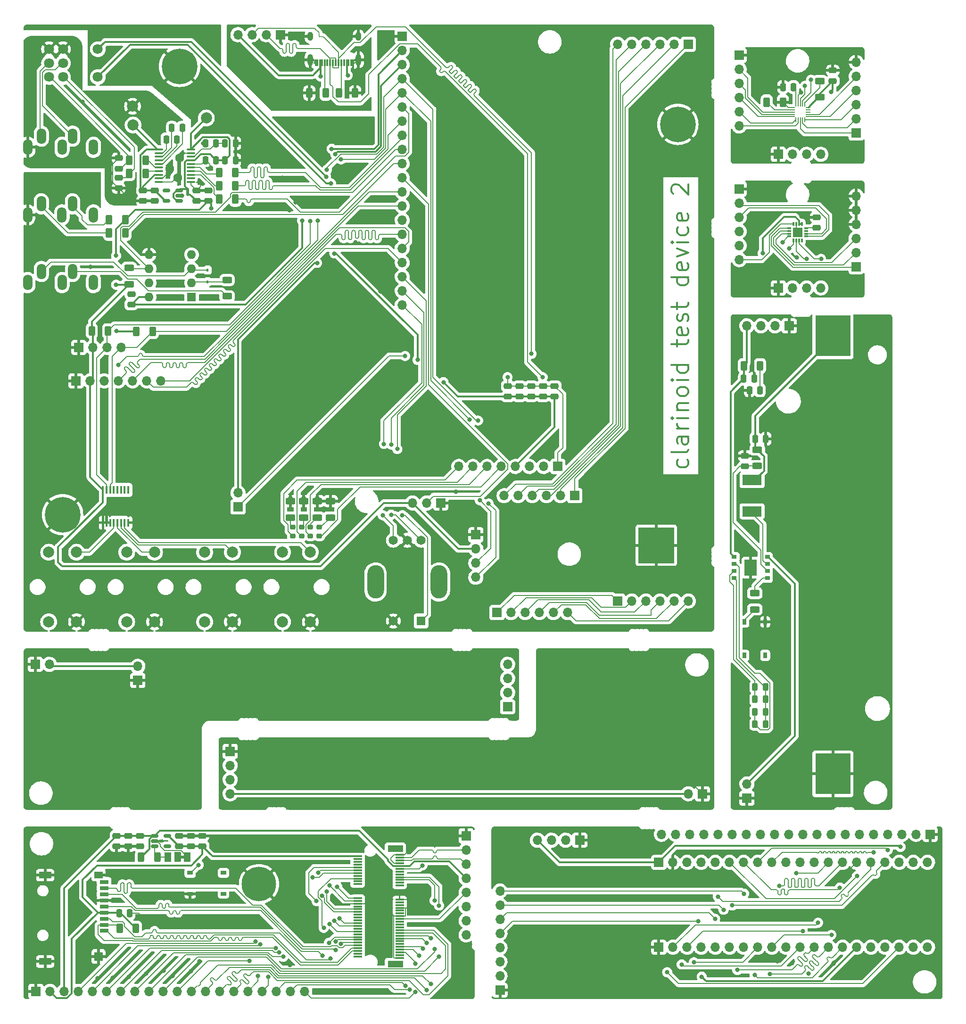
<source format=gbr>
%TF.GenerationSoftware,KiCad,Pcbnew,(6.0.5)*%
%TF.CreationDate,2022-08-12T21:43:39+02:00*%
%TF.ProjectId,clarinoid-devboard,636c6172-696e-46f6-9964-2d646576626f,rev?*%
%TF.SameCoordinates,Original*%
%TF.FileFunction,Copper,L1,Top*%
%TF.FilePolarity,Positive*%
%FSLAX46Y46*%
G04 Gerber Fmt 4.6, Leading zero omitted, Abs format (unit mm)*
G04 Created by KiCad (PCBNEW (6.0.5)) date 2022-08-12 21:43:39*
%MOMM*%
%LPD*%
G01*
G04 APERTURE LIST*
G04 Aperture macros list*
%AMRoundRect*
0 Rectangle with rounded corners*
0 $1 Rounding radius*
0 $2 $3 $4 $5 $6 $7 $8 $9 X,Y pos of 4 corners*
0 Add a 4 corners polygon primitive as box body*
4,1,4,$2,$3,$4,$5,$6,$7,$8,$9,$2,$3,0*
0 Add four circle primitives for the rounded corners*
1,1,$1+$1,$2,$3*
1,1,$1+$1,$4,$5*
1,1,$1+$1,$6,$7*
1,1,$1+$1,$8,$9*
0 Add four rect primitives between the rounded corners*
20,1,$1+$1,$2,$3,$4,$5,0*
20,1,$1+$1,$4,$5,$6,$7,0*
20,1,$1+$1,$6,$7,$8,$9,0*
20,1,$1+$1,$8,$9,$2,$3,0*%
%AMFreePoly0*
4,1,14,0.354215,0.088284,0.450784,-0.008285,0.462500,-0.036569,0.462500,-0.060000,0.450784,-0.088284,0.422500,-0.100000,-0.422500,-0.100000,-0.450784,-0.088284,-0.462500,-0.060000,-0.462500,0.060000,-0.450784,0.088284,-0.422500,0.100000,0.325931,0.100000,0.354215,0.088284,0.354215,0.088284,$1*%
%AMFreePoly1*
4,1,14,0.450784,0.088284,0.462500,0.060000,0.462500,0.036569,0.450784,0.008285,0.354215,-0.088284,0.325931,-0.100000,-0.422500,-0.100000,-0.450784,-0.088284,-0.462500,-0.060000,-0.462500,0.060000,-0.450784,0.088284,-0.422500,0.100000,0.422500,0.100000,0.450784,0.088284,0.450784,0.088284,$1*%
%AMFreePoly2*
4,1,14,0.088284,0.450784,0.100000,0.422500,0.100000,-0.422500,0.088284,-0.450784,0.060000,-0.462500,-0.060000,-0.462500,-0.088284,-0.450784,-0.100000,-0.422500,-0.100000,0.325931,-0.088284,0.354215,0.008285,0.450784,0.036569,0.462500,0.060000,0.462500,0.088284,0.450784,0.088284,0.450784,$1*%
%AMFreePoly3*
4,1,14,-0.008285,0.450784,0.088284,0.354215,0.100000,0.325931,0.100000,-0.422500,0.088284,-0.450784,0.060000,-0.462500,-0.060000,-0.462500,-0.088284,-0.450784,-0.100000,-0.422500,-0.100000,0.422500,-0.088284,0.450784,-0.060000,0.462500,-0.036569,0.462500,-0.008285,0.450784,-0.008285,0.450784,$1*%
%AMFreePoly4*
4,1,14,0.450784,0.088284,0.462500,0.060000,0.462500,-0.060000,0.450784,-0.088284,0.422500,-0.100000,-0.325931,-0.100000,-0.354215,-0.088284,-0.450784,0.008285,-0.462500,0.036569,-0.462500,0.060000,-0.450784,0.088284,-0.422500,0.100000,0.422500,0.100000,0.450784,0.088284,0.450784,0.088284,$1*%
%AMFreePoly5*
4,1,14,0.450784,0.088284,0.462500,0.060000,0.462500,-0.060000,0.450784,-0.088284,0.422500,-0.100000,-0.422500,-0.100000,-0.450784,-0.088284,-0.462500,-0.060000,-0.462500,-0.036569,-0.450784,-0.008285,-0.354215,0.088284,-0.325931,0.100000,0.422500,0.100000,0.450784,0.088284,0.450784,0.088284,$1*%
%AMFreePoly6*
4,1,14,0.088284,0.450784,0.100000,0.422500,0.100000,-0.325931,0.088284,-0.354215,-0.008285,-0.450784,-0.036569,-0.462500,-0.060000,-0.462500,-0.088284,-0.450784,-0.100000,-0.422500,-0.100000,0.422500,-0.088284,0.450784,-0.060000,0.462500,0.060000,0.462500,0.088284,0.450784,0.088284,0.450784,$1*%
%AMFreePoly7*
4,1,14,0.088284,0.450784,0.100000,0.422500,0.100000,-0.422500,0.088284,-0.450784,0.060000,-0.462500,0.036569,-0.462500,0.008285,-0.450784,-0.088284,-0.354215,-0.100000,-0.325931,-0.100000,0.422500,-0.088284,0.450784,-0.060000,0.462500,0.060000,0.462500,0.088284,0.450784,0.088284,0.450784,$1*%
G04 Aperture macros list end*
%ADD10C,0.300000*%
%TA.AperFunction,NonConductor*%
%ADD11C,0.300000*%
%TD*%
%TA.AperFunction,SMDPad,CuDef*%
%ADD12R,1.300000X1.700000*%
%TD*%
%TA.AperFunction,SMDPad,CuDef*%
%ADD13RoundRect,0.218750X-0.256250X0.218750X-0.256250X-0.218750X0.256250X-0.218750X0.256250X0.218750X0*%
%TD*%
%TA.AperFunction,SMDPad,CuDef*%
%ADD14RoundRect,0.250000X-0.475000X0.250000X-0.475000X-0.250000X0.475000X-0.250000X0.475000X0.250000X0*%
%TD*%
%TA.AperFunction,ComponentPad*%
%ADD15R,1.700000X1.700000*%
%TD*%
%TA.AperFunction,ComponentPad*%
%ADD16O,1.700000X1.700000*%
%TD*%
%TA.AperFunction,SMDPad,CuDef*%
%ADD17RoundRect,0.250000X0.475000X-0.250000X0.475000X0.250000X-0.475000X0.250000X-0.475000X-0.250000X0*%
%TD*%
%TA.AperFunction,SMDPad,CuDef*%
%ADD18RoundRect,0.250000X0.625000X-0.312500X0.625000X0.312500X-0.625000X0.312500X-0.625000X-0.312500X0*%
%TD*%
%TA.AperFunction,SMDPad,CuDef*%
%ADD19RoundRect,0.250000X-0.312500X-0.625000X0.312500X-0.625000X0.312500X0.625000X-0.312500X0.625000X0*%
%TD*%
%TA.AperFunction,SMDPad,CuDef*%
%ADD20RoundRect,0.250000X-0.625000X0.312500X-0.625000X-0.312500X0.625000X-0.312500X0.625000X0.312500X0*%
%TD*%
%TA.AperFunction,SMDPad,CuDef*%
%ADD21RoundRect,0.250000X0.250000X0.475000X-0.250000X0.475000X-0.250000X-0.475000X0.250000X-0.475000X0*%
%TD*%
%TA.AperFunction,SMDPad,CuDef*%
%ADD22R,0.450000X1.475000*%
%TD*%
%TA.AperFunction,SMDPad,CuDef*%
%ADD23R,0.950000X0.700000*%
%TD*%
%TA.AperFunction,SMDPad,CuDef*%
%ADD24R,2.250000X2.850000*%
%TD*%
%TA.AperFunction,ComponentPad*%
%ADD25C,2.000000*%
%TD*%
%TA.AperFunction,SMDPad,CuDef*%
%ADD26R,6.350000X7.340000*%
%TD*%
%TA.AperFunction,SMDPad,CuDef*%
%ADD27R,3.500000X1.850000*%
%TD*%
%TA.AperFunction,SMDPad,CuDef*%
%ADD28R,1.000000X0.750000*%
%TD*%
%TA.AperFunction,SMDPad,CuDef*%
%ADD29RoundRect,0.243750X0.243750X0.456250X-0.243750X0.456250X-0.243750X-0.456250X0.243750X-0.456250X0*%
%TD*%
%TA.AperFunction,ComponentPad*%
%ADD30O,1.700000X2.800000*%
%TD*%
%TA.AperFunction,ComponentPad*%
%ADD31C,6.200000*%
%TD*%
%TA.AperFunction,ComponentPad*%
%ADD32C,0.800000*%
%TD*%
%TA.AperFunction,ComponentPad*%
%ADD33C,6.400000*%
%TD*%
%TA.AperFunction,ComponentPad*%
%ADD34R,6.400000X6.400000*%
%TD*%
%TA.AperFunction,SMDPad,CuDef*%
%ADD35C,0.500000*%
%TD*%
%TA.AperFunction,SMDPad,CuDef*%
%ADD36R,0.800000X0.300000*%
%TD*%
%TA.AperFunction,SMDPad,CuDef*%
%ADD37R,0.300000X0.800000*%
%TD*%
%TA.AperFunction,SMDPad,CuDef*%
%ADD38R,1.800000X1.800000*%
%TD*%
%TA.AperFunction,SMDPad,CuDef*%
%ADD39FreePoly0,270.000000*%
%TD*%
%TA.AperFunction,SMDPad,CuDef*%
%ADD40RoundRect,0.050000X-0.050000X0.412500X-0.050000X-0.412500X0.050000X-0.412500X0.050000X0.412500X0*%
%TD*%
%TA.AperFunction,SMDPad,CuDef*%
%ADD41FreePoly1,270.000000*%
%TD*%
%TA.AperFunction,SMDPad,CuDef*%
%ADD42FreePoly2,270.000000*%
%TD*%
%TA.AperFunction,SMDPad,CuDef*%
%ADD43RoundRect,0.050000X-0.412500X0.050000X-0.412500X-0.050000X0.412500X-0.050000X0.412500X0.050000X0*%
%TD*%
%TA.AperFunction,SMDPad,CuDef*%
%ADD44FreePoly3,270.000000*%
%TD*%
%TA.AperFunction,SMDPad,CuDef*%
%ADD45FreePoly4,270.000000*%
%TD*%
%TA.AperFunction,SMDPad,CuDef*%
%ADD46FreePoly5,270.000000*%
%TD*%
%TA.AperFunction,SMDPad,CuDef*%
%ADD47FreePoly6,270.000000*%
%TD*%
%TA.AperFunction,SMDPad,CuDef*%
%ADD48FreePoly7,270.000000*%
%TD*%
%TA.AperFunction,SMDPad,CuDef*%
%ADD49R,0.300000X1.150000*%
%TD*%
%TA.AperFunction,ComponentPad*%
%ADD50O,1.000000X1.600000*%
%TD*%
%TA.AperFunction,ComponentPad*%
%ADD51O,1.000000X2.100000*%
%TD*%
%TA.AperFunction,SMDPad,CuDef*%
%ADD52RoundRect,0.243750X-0.243750X-0.456250X0.243750X-0.456250X0.243750X0.456250X-0.243750X0.456250X0*%
%TD*%
%TA.AperFunction,SMDPad,CuDef*%
%ADD53RoundRect,0.250000X0.312500X0.625000X-0.312500X0.625000X-0.312500X-0.625000X0.312500X-0.625000X0*%
%TD*%
%TA.AperFunction,SMDPad,CuDef*%
%ADD54RoundRect,0.250000X-0.250000X-0.475000X0.250000X-0.475000X0.250000X0.475000X-0.250000X0.475000X0*%
%TD*%
%TA.AperFunction,ComponentPad*%
%ADD55R,1.600000X1.600000*%
%TD*%
%TA.AperFunction,ComponentPad*%
%ADD56O,1.600000X1.600000*%
%TD*%
%TA.AperFunction,ComponentPad*%
%ADD57C,1.800000*%
%TD*%
%TA.AperFunction,SMDPad,CuDef*%
%ADD58R,1.600000X0.700000*%
%TD*%
%TA.AperFunction,SMDPad,CuDef*%
%ADD59R,1.500000X1.200000*%
%TD*%
%TA.AperFunction,SMDPad,CuDef*%
%ADD60R,2.200000X1.200000*%
%TD*%
%TA.AperFunction,SMDPad,CuDef*%
%ADD61R,1.500000X1.600000*%
%TD*%
%TA.AperFunction,SMDPad,CuDef*%
%ADD62RoundRect,0.100000X-0.637500X-0.100000X0.637500X-0.100000X0.637500X0.100000X-0.637500X0.100000X0*%
%TD*%
%TA.AperFunction,SMDPad,CuDef*%
%ADD63R,1.550000X0.300000*%
%TD*%
%TA.AperFunction,SMDPad,CuDef*%
%ADD64R,2.750000X1.200000*%
%TD*%
%TA.AperFunction,SMDPad,CuDef*%
%ADD65R,0.450000X0.600000*%
%TD*%
%TA.AperFunction,SMDPad,CuDef*%
%ADD66R,0.750000X1.000000*%
%TD*%
%TA.AperFunction,SMDPad,CuDef*%
%ADD67RoundRect,0.150000X-0.512500X-0.150000X0.512500X-0.150000X0.512500X0.150000X-0.512500X0.150000X0*%
%TD*%
%TA.AperFunction,ComponentPad*%
%ADD68R,1.650000X1.650000*%
%TD*%
%TA.AperFunction,ComponentPad*%
%ADD69C,1.650000*%
%TD*%
%TA.AperFunction,ComponentPad*%
%ADD70O,3.000000X6.000000*%
%TD*%
%TA.AperFunction,SMDPad,CuDef*%
%ADD71RoundRect,0.150000X0.512500X0.150000X-0.512500X0.150000X-0.512500X-0.150000X0.512500X-0.150000X0*%
%TD*%
%TA.AperFunction,ViaPad*%
%ADD72C,0.800000*%
%TD*%
%TA.AperFunction,ViaPad*%
%ADD73C,1.600000*%
%TD*%
%TA.AperFunction,Conductor*%
%ADD74C,0.300000*%
%TD*%
%TA.AperFunction,Conductor*%
%ADD75C,0.200000*%
%TD*%
G04 APERTURE END LIST*
D10*
D11*
X450843589Y-83440034D02*
X450986446Y-83725748D01*
X450986446Y-84297176D01*
X450843589Y-84582891D01*
X450700732Y-84725748D01*
X450415018Y-84868605D01*
X449557875Y-84868605D01*
X449272161Y-84725748D01*
X449129304Y-84582891D01*
X448986446Y-84297176D01*
X448986446Y-83725748D01*
X449129304Y-83440034D01*
X450986446Y-81725748D02*
X450843589Y-82011462D01*
X450557875Y-82154319D01*
X447986446Y-82154319D01*
X450986446Y-79297176D02*
X449415018Y-79297176D01*
X449129304Y-79440034D01*
X448986446Y-79725748D01*
X448986446Y-80297176D01*
X449129304Y-80582891D01*
X450843589Y-79297176D02*
X450986446Y-79582891D01*
X450986446Y-80297176D01*
X450843589Y-80582891D01*
X450557875Y-80725748D01*
X450272161Y-80725748D01*
X449986446Y-80582891D01*
X449843589Y-80297176D01*
X449843589Y-79582891D01*
X449700732Y-79297176D01*
X450986446Y-77868605D02*
X448986446Y-77868605D01*
X449557875Y-77868605D02*
X449272161Y-77725748D01*
X449129304Y-77582891D01*
X448986446Y-77297176D01*
X448986446Y-77011462D01*
X450986446Y-76011462D02*
X448986446Y-76011462D01*
X447986446Y-76011462D02*
X448129304Y-76154319D01*
X448272161Y-76011462D01*
X448129304Y-75868605D01*
X447986446Y-76011462D01*
X448272161Y-76011462D01*
X448986446Y-74582891D02*
X450986446Y-74582891D01*
X449272161Y-74582891D02*
X449129304Y-74440034D01*
X448986446Y-74154319D01*
X448986446Y-73725748D01*
X449129304Y-73440034D01*
X449415018Y-73297176D01*
X450986446Y-73297176D01*
X450986446Y-71440034D02*
X450843589Y-71725748D01*
X450700732Y-71868605D01*
X450415018Y-72011462D01*
X449557875Y-72011462D01*
X449272161Y-71868605D01*
X449129304Y-71725748D01*
X448986446Y-71440034D01*
X448986446Y-71011462D01*
X449129304Y-70725748D01*
X449272161Y-70582891D01*
X449557875Y-70440034D01*
X450415018Y-70440034D01*
X450700732Y-70582891D01*
X450843589Y-70725748D01*
X450986446Y-71011462D01*
X450986446Y-71440034D01*
X450986446Y-69154319D02*
X448986446Y-69154319D01*
X447986446Y-69154319D02*
X448129304Y-69297176D01*
X448272161Y-69154319D01*
X448129304Y-69011462D01*
X447986446Y-69154319D01*
X448272161Y-69154319D01*
X450986446Y-66440034D02*
X447986446Y-66440034D01*
X450843589Y-66440034D02*
X450986446Y-66725748D01*
X450986446Y-67297176D01*
X450843589Y-67582891D01*
X450700732Y-67725748D01*
X450415018Y-67868605D01*
X449557875Y-67868605D01*
X449272161Y-67725748D01*
X449129304Y-67582891D01*
X448986446Y-67297176D01*
X448986446Y-66725748D01*
X449129304Y-66440034D01*
X448986446Y-63154319D02*
X448986446Y-62011462D01*
X447986446Y-62725748D02*
X450557875Y-62725748D01*
X450843589Y-62582891D01*
X450986446Y-62297176D01*
X450986446Y-62011462D01*
X450843589Y-59868605D02*
X450986446Y-60154319D01*
X450986446Y-60725748D01*
X450843589Y-61011462D01*
X450557875Y-61154319D01*
X449415018Y-61154319D01*
X449129304Y-61011462D01*
X448986446Y-60725748D01*
X448986446Y-60154319D01*
X449129304Y-59868605D01*
X449415018Y-59725748D01*
X449700732Y-59725748D01*
X449986446Y-61154319D01*
X450843589Y-58582891D02*
X450986446Y-58297176D01*
X450986446Y-57725748D01*
X450843589Y-57440034D01*
X450557875Y-57297176D01*
X450415018Y-57297176D01*
X450129304Y-57440034D01*
X449986446Y-57725748D01*
X449986446Y-58154319D01*
X449843589Y-58440034D01*
X449557875Y-58582891D01*
X449415018Y-58582891D01*
X449129304Y-58440034D01*
X448986446Y-58154319D01*
X448986446Y-57725748D01*
X449129304Y-57440034D01*
X448986446Y-56440034D02*
X448986446Y-55297176D01*
X447986446Y-56011462D02*
X450557875Y-56011462D01*
X450843589Y-55868605D01*
X450986446Y-55582891D01*
X450986446Y-55297176D01*
X450986446Y-50725748D02*
X447986446Y-50725748D01*
X450843589Y-50725748D02*
X450986446Y-51011462D01*
X450986446Y-51582891D01*
X450843589Y-51868605D01*
X450700732Y-52011462D01*
X450415018Y-52154319D01*
X449557875Y-52154319D01*
X449272161Y-52011462D01*
X449129304Y-51868605D01*
X448986446Y-51582891D01*
X448986446Y-51011462D01*
X449129304Y-50725748D01*
X450843589Y-48154319D02*
X450986446Y-48440034D01*
X450986446Y-49011462D01*
X450843589Y-49297176D01*
X450557875Y-49440034D01*
X449415018Y-49440034D01*
X449129304Y-49297176D01*
X448986446Y-49011462D01*
X448986446Y-48440034D01*
X449129304Y-48154319D01*
X449415018Y-48011462D01*
X449700732Y-48011462D01*
X449986446Y-49440034D01*
X448986446Y-47011462D02*
X450986446Y-46297176D01*
X448986446Y-45582891D01*
X450986446Y-44440034D02*
X448986446Y-44440034D01*
X447986446Y-44440034D02*
X448129304Y-44582891D01*
X448272161Y-44440034D01*
X448129304Y-44297176D01*
X447986446Y-44440034D01*
X448272161Y-44440034D01*
X450843589Y-41725748D02*
X450986446Y-42011462D01*
X450986446Y-42582891D01*
X450843589Y-42868605D01*
X450700732Y-43011462D01*
X450415018Y-43154319D01*
X449557875Y-43154319D01*
X449272161Y-43011462D01*
X449129304Y-42868605D01*
X448986446Y-42582891D01*
X448986446Y-42011462D01*
X449129304Y-41725748D01*
X450843589Y-39297176D02*
X450986446Y-39582891D01*
X450986446Y-40154319D01*
X450843589Y-40440034D01*
X450557875Y-40582891D01*
X449415018Y-40582891D01*
X449129304Y-40440034D01*
X448986446Y-40154319D01*
X448986446Y-39582891D01*
X449129304Y-39297176D01*
X449415018Y-39154319D01*
X449700732Y-39154319D01*
X449986446Y-40582891D01*
X448272161Y-35725748D02*
X448129304Y-35582891D01*
X447986446Y-35297176D01*
X447986446Y-34582891D01*
X448129304Y-34297176D01*
X448272161Y-34154319D01*
X448557875Y-34011462D01*
X448843589Y-34011462D01*
X449272161Y-34154319D01*
X450986446Y-35868605D01*
X450986446Y-34011462D01*
%TO.C,NT1*%
G36*
X361334556Y-35875729D02*
G01*
X360834556Y-35875729D01*
X360834556Y-34875729D01*
X361334556Y-34875729D01*
X361334556Y-35875729D01*
G37*
%TD*%
D12*
%TO.P,D12,1,K*%
%TO.N,Net-(D12-Pad1)*%
X357526804Y-154850000D03*
%TO.P,D12,2,A*%
%TO.N,/processor_mm/gnd*%
X361026804Y-154850000D03*
%TD*%
D13*
%TO.P,D5,1,K*%
%TO.N,Net-(D5-Pad1)*%
X384739304Y-95600034D03*
%TO.P,D5,2,A*%
%TO.N,/GEN_LED1*%
X384739304Y-97175034D03*
%TD*%
D14*
%TO.P,C4,1*%
%TO.N,A3v3*%
X353084556Y-35125729D03*
%TO.P,C4,2*%
%TO.N,AGND*%
X353084556Y-37025729D03*
%TD*%
D15*
%TO.P,U38,1,gnd*%
%TO.N,/gnd from processor*%
X406539304Y-91250034D03*
D16*
%TO.P,U38,2,Data*%
%TO.N,/WS2812_DATA*%
X403999304Y-91250034D03*
%TO.P,U38,3,+5v*%
%TO.N,/+3.3v regulator output*%
X401459304Y-91250034D03*
%TD*%
D17*
%TO.P,C21,1*%
%TO.N,/5v regulated*%
X422789304Y-72150034D03*
%TO.P,C21,2*%
%TO.N,/powerboard outp GND*%
X422789304Y-70250034D03*
%TD*%
D13*
%TO.P,D7,1,K*%
%TO.N,Net-(D7-Pad1)*%
X383139304Y-95600034D03*
%TO.P,D7,2,A*%
%TO.N,/GEN_LED2*%
X383139304Y-97175034D03*
%TD*%
D18*
%TO.P,R35,1*%
%TO.N,Net-(D7-Pad1)*%
X384339304Y-93850034D03*
%TO.P,R35,2*%
%TO.N,/gnd from processor*%
X384339304Y-90925034D03*
%TD*%
D19*
%TO.P,R40,1*%
%TO.N,/+3.3v regulator output*%
X343876804Y-60350034D03*
%TO.P,R40,2*%
%TO.N,/I2C_SDA*%
X346801804Y-60350034D03*
%TD*%
D15*
%TO.P,J7,1,Pin_1*%
%TO.N,/power_battery/gnd*%
X461519304Y-144260034D03*
D16*
%TO.P,J7,2,Pin_2*%
%TO.N,/power_battery/charger output +5v*%
X461519304Y-141720034D03*
%TD*%
D14*
%TO.P,C1,1*%
%TO.N,/processor_mm/5v input*%
X348339304Y-151000000D03*
%TO.P,C1,2*%
%TO.N,/processor_mm/gnd*%
X348339304Y-152900000D03*
%TD*%
D17*
%TO.P,C23,1*%
%TO.N,/5v regulated*%
X426989304Y-72150034D03*
%TO.P,C23,2*%
%TO.N,/powerboard outp GND*%
X426989304Y-70250034D03*
%TD*%
D20*
%TO.P,R10,1*%
%TO.N,Net-(IC2-Pad5)*%
X462939304Y-107457534D03*
%TO.P,R10,2*%
%TO.N,Net-(R10-Pad2)*%
X462939304Y-110382534D03*
%TD*%
D21*
%TO.P,C14,1*%
%TO.N,/gnd from processor*%
X369684556Y-29675729D03*
%TO.P,C14,2*%
%TO.N,D3v3*%
X367784556Y-29675729D03*
%TD*%
D17*
%TO.P,C29,1*%
%TO.N,/processor_mm/+3.3v regulator output*%
X359539304Y-152900000D03*
%TO.P,C29,2*%
%TO.N,/processor_mm/gnd*%
X359539304Y-151000000D03*
%TD*%
%TO.P,C25,1*%
%TO.N,/captouch_mpr121/i2c_3v3*%
X476938304Y-15472534D03*
%TO.P,C25,2*%
%TO.N,/captouch_mpr121/i2c_gnd*%
X476938304Y-13572534D03*
%TD*%
D13*
%TO.P,D9,1,K*%
%TO.N,Net-(D9-Pad1)*%
X379939304Y-95600034D03*
%TO.P,D9,2,A*%
%TO.N,/GEN_LED4*%
X379939304Y-97175034D03*
%TD*%
D17*
%TO.P,C18,1*%
%TO.N,Net-(C18-Pad1)*%
X461179304Y-84691034D03*
%TO.P,C18,2*%
%TO.N,/power_battery/gnd*%
X461179304Y-82791034D03*
%TD*%
%TO.P,C20,1*%
%TO.N,/5v regulated*%
X420689304Y-72150034D03*
%TO.P,C20,2*%
%TO.N,/powerboard outp GND*%
X420689304Y-70250034D03*
%TD*%
D15*
%TO.P,J33,1,Pin_1*%
%TO.N,/power_header/gnd*%
X352139304Y-123120034D03*
D16*
%TO.P,J33,2,Pin_2*%
%TO.N,/power_header/5v input*%
X352139304Y-120580034D03*
%TD*%
D22*
%TO.P,IC1,1,A0*%
%TO.N,/gnd from processor*%
X345864304Y-94788034D03*
%TO.P,IC1,2,A1*%
X346514304Y-94788034D03*
%TO.P,IC1,3,A2*%
X347164304Y-94788034D03*
%TO.P,IC1,4,IO0*%
%TO.N,Net-(IC1-Pad4)*%
X347814304Y-94788034D03*
%TO.P,IC1,5,IO1*%
%TO.N,Net-(IC1-Pad5)*%
X348464304Y-94788034D03*
%TO.P,IC1,6,IO2*%
%TO.N,Net-(IC1-Pad6)*%
X349114304Y-94788034D03*
%TO.P,IC1,7,IO3*%
%TO.N,Net-(IC1-Pad7)*%
X349764304Y-94788034D03*
%TO.P,IC1,8,VSS*%
%TO.N,/gnd from processor*%
X350414304Y-94788034D03*
%TO.P,IC1,9,IO4*%
%TO.N,unconnected-(IC1-Pad9)*%
X350414304Y-88912034D03*
%TO.P,IC1,10,IO5*%
%TO.N,unconnected-(IC1-Pad10)*%
X349764304Y-88912034D03*
%TO.P,IC1,11,IO6*%
%TO.N,unconnected-(IC1-Pad11)*%
X349114304Y-88912034D03*
%TO.P,IC1,12,IO7*%
%TO.N,unconnected-(IC1-Pad12)*%
X348464304Y-88912034D03*
%TO.P,IC1,13,~{INT}*%
%TO.N,unconnected-(IC1-Pad13)*%
X347814304Y-88912034D03*
%TO.P,IC1,14,SCL*%
%TO.N,/I2C_SCL*%
X347164304Y-88912034D03*
%TO.P,IC1,15,SDA*%
%TO.N,/I2C_SDA*%
X346514304Y-88912034D03*
%TO.P,IC1,16,VDD*%
%TO.N,/+3.3v regulator output*%
X345864304Y-88912034D03*
%TD*%
D18*
%TO.P,R19,1*%
%TO.N,Net-(J10-Pad4)*%
X368184556Y-54138229D03*
%TO.P,R19,2*%
%TO.N,Net-(D6-Pad1)*%
X368184556Y-51213229D03*
%TD*%
D15*
%TO.P,U2,1,VIN*%
%TO.N,/processor_t4/5v input*%
X445709304Y-155784034D03*
D16*
%TO.P,U2,2,GND*%
%TO.N,/processor_t4/gnd*%
X448249304Y-155784034D03*
%TO.P,U2,3,3V3*%
%TO.N,/processor_t4/3v3*%
X450789304Y-155784034D03*
%TO.P,U2,4,23_A9_CRX1_MCLK1*%
%TO.N,/processor_t4/Y0*%
X453329304Y-155784034D03*
%TO.P,U2,5,22_A8_CTX1*%
%TO.N,/processor_t4/IC_Select*%
X455869304Y-155784034D03*
%TO.P,U2,6,21_A7_RX5_BCLK1*%
%TO.N,/processor_t4/I2S_BCK_MM*%
X458409304Y-155784034D03*
%TO.P,U2,7,20_A6_TX5_LRCLK1*%
%TO.N,/processor_t4/I2S_LRCK_MM*%
X460949304Y-155784034D03*
%TO.P,U2,8,19_A5_SCL*%
%TO.N,/processor_t4/I2C_SCL*%
X463489304Y-155784034D03*
%TO.P,U2,9,18_A4_SDA*%
%TO.N,/processor_t4/I2C_SDA*%
X466029304Y-155784034D03*
%TO.P,U2,10,17_A3_TX4_SDA1*%
%TO.N,/processor_t4/SelectC*%
X468569304Y-155784034D03*
%TO.P,U2,11,16_A2_RX4_SCL1*%
%TO.N,/processor_t4/SelectB*%
X471109304Y-155784034D03*
%TO.P,U2,12,15_A1_RX3_SPDIF_IN*%
%TO.N,/processor_t4/SelectA*%
X473649304Y-155784034D03*
%TO.P,U2,13,14_A0_TX3_SPDIF_OUT*%
%TO.N,/processor_t4/WS2812_DATA*%
X476189304Y-155784034D03*
%TO.P,U2,14,13_SCK_LED*%
%TO.N,/processor_t4/SPI0_SCK*%
X478729304Y-155784034D03*
%TO.P,U2,15,GND*%
%TO.N,/processor_t4/gnd*%
X481269304Y-155784034D03*
%TO.P,U2,16,41_A17*%
%TO.N,/processor_t4/OLED_DC*%
X483809304Y-155784034D03*
%TO.P,U2,17,40_A16*%
%TO.N,/processor_t4/OLED_RES*%
X486349304Y-155784034D03*
%TO.P,U2,18,39_MISO1_OUT1A*%
%TO.N,/processor_t4/Y5*%
X488889304Y-155784034D03*
%TO.P,U2,19,38_CS1_IN1*%
%TO.N,/processor_t4/Y4*%
X491429304Y-155784034D03*
%TO.P,U2,20,37_CS*%
%TO.N,/processor_t4/Y3*%
X493969304Y-155784034D03*
%TD*%
D15*
%TO.P,J45,1,Pin_1*%
%TO.N,Net-(J45-Pad1)*%
X438311804Y-108851034D03*
D16*
%TO.P,J45,2,Pin_2*%
%TO.N,Net-(J45-Pad2)*%
X440851804Y-108851034D03*
%TO.P,J45,3,Pin_3*%
%TO.N,Net-(J45-Pad3)*%
X443391804Y-108851034D03*
%TO.P,J45,4,Pin_4*%
%TO.N,Net-(J45-Pad4)*%
X445931804Y-108851034D03*
%TO.P,J45,5,Pin_5*%
%TO.N,Net-(J45-Pad5)*%
X448471804Y-108851034D03*
%TO.P,J45,6,Pin_6*%
%TO.N,Net-(J45-Pad6)*%
X451011804Y-108851034D03*
%TD*%
D23*
%TO.P,IC2,1,VIN*%
%TO.N,/power_battery/5v input*%
X459239304Y-100945034D03*
%TO.P,IC2,2,LED1*%
%TO.N,Net-(D1-Pad2)*%
X459239304Y-102215034D03*
%TO.P,IC2,3,LED2*%
%TO.N,Net-(D3-Pad2)*%
X459239304Y-103485034D03*
%TO.P,IC2,4,LED3*%
%TO.N,Net-(D1-Pad1)*%
X459239304Y-104755034D03*
%TO.P,IC2,5,KEY*%
%TO.N,Net-(IC2-Pad5)*%
X465189304Y-104755034D03*
%TO.P,IC2,6,BAT*%
%TO.N,Net-(C18-Pad1)*%
X465189304Y-103485034D03*
%TO.P,IC2,7,SW-inductor*%
%TO.N,Net-(IC2-Pad7)*%
X465189304Y-102215034D03*
%TO.P,IC2,8,VOUT*%
%TO.N,/power_battery/charger output +5v*%
X465189304Y-100945034D03*
D24*
%TO.P,IC2,9,PWR-GND*%
%TO.N,/power_battery/gnd*%
X462214304Y-102850034D03*
%TD*%
D14*
%TO.P,C12,1*%
%TO.N,dac output R*%
X348684556Y-32825729D03*
%TO.P,C12,2*%
%TO.N,AGND*%
X348684556Y-34725729D03*
%TD*%
D25*
%TO.P,SW4,1,1*%
%TO.N,Net-(IC1-Pad6)*%
X369139304Y-100100034D03*
%TO.P,SW4,2,2*%
%TO.N,/gnd from processor*%
X369139304Y-112600034D03*
%TO.P,SW4,3*%
%TO.N,N/C*%
X364139304Y-100100034D03*
%TO.P,SW4,4*%
X364139304Y-112600034D03*
%TD*%
D14*
%TO.P,C26,1*%
%TO.N,/processor_mm/5v input*%
X352539304Y-151000000D03*
%TO.P,C26,2*%
%TO.N,/processor_mm/gnd*%
X352539304Y-152900000D03*
%TD*%
D26*
%TO.P,BT1,1,+*%
%TO.N,/power_battery/battery + 5v*%
X476973602Y-61245179D03*
%TO.P,BT1,2,-*%
%TO.N,/power_battery/gnd*%
X476973602Y-139905179D03*
%TD*%
D15*
%TO.P,J48,1,Pin_1*%
%TO.N,/captouch_mpr121/i2c_gnd*%
X467169304Y-28630034D03*
D16*
%TO.P,J48,2,Pin_2*%
%TO.N,/captouch_mpr121/i2c_3v3*%
X469709304Y-28630034D03*
%TO.P,J48,3,Pin_3*%
%TO.N,/captouch_mpr121/i2c_data*%
X472249304Y-28630034D03*
%TO.P,J48,4,Pin_4*%
%TO.N,/captouch_mpr121/i2c_clock*%
X474789304Y-28630034D03*
%TD*%
D15*
%TO.P,J3,1,Pin_1*%
%TO.N,/processor_t4/gnd*%
X431509304Y-151810034D03*
D16*
%TO.P,J3,2,Pin_2*%
%TO.N,/processor_t4/usb data +*%
X428969304Y-151810034D03*
%TO.P,J3,3,Pin_3*%
%TO.N,/processor_t4/usb data -*%
X426429304Y-151810034D03*
%TO.P,J3,4,Pin_4*%
%TO.N,/processor_t4/5v input*%
X423889304Y-151810034D03*
%TD*%
D27*
%TO.P,L1,1,1*%
%TO.N,Net-(IC2-Pad7)*%
X462454304Y-92756034D03*
%TO.P,L1,2,2*%
%TO.N,/power_battery/battery + 5v*%
X462454304Y-87156034D03*
%TD*%
D17*
%TO.P,C27,1*%
%TO.N,/5v from processor*%
X350984556Y-55625729D03*
%TO.P,C27,2*%
%TO.N,/gnd from processor*%
X350984556Y-53725729D03*
%TD*%
D20*
%TO.P,R4,1*%
%TO.N,Net-(R4-Pad1)*%
X474638304Y-15460034D03*
%TO.P,R4,2*%
%TO.N,/captouch_mpr121/i2c_3v3*%
X474638304Y-18385034D03*
%TD*%
D15*
%TO.P,J30,1,Pin_1*%
%TO.N,unconnected-(J30-Pad1)*%
X418549304Y-127850034D03*
D16*
%TO.P,J30,2,Pin_2*%
%TO.N,unconnected-(J30-Pad2)*%
X418549304Y-125310034D03*
%TO.P,J30,3,Pin_3*%
%TO.N,unconnected-(J30-Pad3)*%
X418549304Y-122770034D03*
%TO.P,J30,4,Pin_4*%
%TO.N,unconnected-(J30-Pad4)*%
X418549304Y-120230034D03*
%TD*%
D28*
%TO.P,SW6,1*%
%TO.N,Net-(SW6-Pad1)*%
X361539304Y-157675000D03*
%TO.P,SW6,2*%
%TO.N,/processor_mm/gnd*%
X361539304Y-161425000D03*
%TO.P,SW6,3*%
%TO.N,N/C*%
X367539304Y-157675000D03*
%TO.P,SW6,4*%
X367539304Y-161425000D03*
%TD*%
D25*
%TO.P,SW3,1,1*%
%TO.N,Net-(IC1-Pad5)*%
X355139304Y-100100034D03*
%TO.P,SW3,2,2*%
%TO.N,/gnd from processor*%
X355139304Y-112600034D03*
%TO.P,SW3,3*%
%TO.N,N/C*%
X350139304Y-100100034D03*
%TO.P,SW3,4*%
X350139304Y-112600034D03*
%TD*%
D19*
%TO.P,R41,1*%
%TO.N,/+3.3v regulator output*%
X351876804Y-60450034D03*
%TO.P,R41,2*%
%TO.N,/I2C_SCL*%
X354801804Y-60450034D03*
%TD*%
D29*
%TO.P,D1,1,K*%
%TO.N,Net-(D1-Pad1)*%
X464854304Y-130956867D03*
%TO.P,D1,2,A*%
%TO.N,Net-(D1-Pad2)*%
X462979304Y-130956867D03*
%TD*%
D21*
%TO.P,C15,1*%
%TO.N,Net-(C15-Pad1)*%
X463889304Y-71020034D03*
%TO.P,C15,2*%
%TO.N,/power_battery/gnd*%
X461989304Y-71020034D03*
%TD*%
D30*
%TO.P,J10,1,S-GND*%
%TO.N,unconnected-(J10-Pad1)*%
X332384556Y-51675729D03*
%TO.P,J10,2,Tip*%
%TO.N,Net-(D6-Pad2)*%
X334834556Y-49675729D03*
%TO.P,J10,3*%
%TO.N,unconnected-(J10-Pad3)*%
X338534556Y-51675729D03*
%TO.P,J10,4,Ring*%
%TO.N,Net-(J10-Pad4)*%
X340434556Y-49675729D03*
%TO.P,J10,5*%
%TO.N,unconnected-(J10-Pad5)*%
X344184556Y-51675729D03*
%TD*%
D15*
%TO.P,J43,1,Pin_1*%
%TO.N,/gnd from processor*%
X399629304Y-7440034D03*
D16*
%TO.P,J43,2,Pin_2*%
%TO.N,/+3.3v regulator output*%
X399629304Y-9980034D03*
%TO.P,J43,3,Pin_3*%
%TO.N,/5v from processor*%
X399629304Y-12520034D03*
%TO.P,J43,4,Pin_4*%
%TO.N,/I2C_SCL*%
X399629304Y-15060034D03*
%TO.P,J43,5,Pin_5*%
%TO.N,/I2C_SDA*%
X399629304Y-17600034D03*
%TO.P,J43,6,Pin_6*%
%TO.N,/I2S_BCK_MM*%
X399629304Y-20140034D03*
%TO.P,J43,7,Pin_7*%
%TO.N,/I2S_LRCK_MM*%
X399629304Y-22680034D03*
%TO.P,J43,8,Pin_8*%
%TO.N,/I2S_DIN_MM*%
X399629304Y-25220034D03*
%TO.P,J43,9,Pin_9*%
%TO.N,/T00 MIDI IN*%
X399629304Y-27760034D03*
%TO.P,J43,10,Pin_10*%
%TO.N,/T01=MIDI OUT*%
X399629304Y-30300034D03*
%TO.P,J43,11,Pin_11*%
%TO.N,/WS2812_DATA*%
X399629304Y-32840034D03*
%TO.P,J43,12,Pin_12*%
%TO.N,/SPI0_SCK*%
X399629304Y-35380034D03*
%TO.P,J43,13,Pin_13*%
%TO.N,/SPI0_MOSI*%
X399629304Y-37920034D03*
%TO.P,J43,14,Pin_14*%
%TO.N,/SPI0_MISO*%
X399629304Y-40460034D03*
%TO.P,J43,15,Pin_15*%
%TO.N,/OLED_CS*%
X399629304Y-43000034D03*
%TO.P,J43,16,Pin_16*%
%TO.N,/OLED_RES*%
X399629304Y-45540034D03*
%TO.P,J43,17,Pin_17*%
%TO.N,/OLED_DC*%
X399629304Y-48080034D03*
%TO.P,J43,18,Pin_18*%
%TO.N,/ENC_SWITCH*%
X399629304Y-50620034D03*
%TO.P,J43,19,Pin_19*%
%TO.N,/ENC_A*%
X399629304Y-53160034D03*
%TO.P,J43,20,Pin_20*%
%TO.N,/ENC_B*%
X399629304Y-55700034D03*
%TD*%
D31*
%TO.P,H4,1,1*%
%TO.N,/processor_mm/gnd*%
X373886659Y-159705000D03*
%TD*%
D32*
%TO.P,H2,1,1*%
%TO.N,/gnd from processor*%
X340336360Y-91652978D03*
X336942248Y-91652978D03*
X338639304Y-95750034D03*
X336239304Y-93350034D03*
X336942248Y-95047090D03*
X341039304Y-93350034D03*
X338639304Y-90950034D03*
X340336360Y-95047090D03*
D33*
X338639304Y-93350034D03*
%TD*%
D19*
%TO.P,R7,1*%
%TO.N,/usb gnd*%
X382939304Y-17635034D03*
%TO.P,R7,2*%
%TO.N,Net-(J2-PadB5)*%
X385864304Y-17635034D03*
%TD*%
D34*
%TO.P,H1,1,1*%
%TO.N,/gnd from processor*%
X445239304Y-98850034D03*
%TD*%
D15*
%TO.P,J46,1,Pin_1*%
%TO.N,/captouch_mpr121/i2c_gnd*%
X460139304Y-10850034D03*
D16*
%TO.P,J46,2,Pin_2*%
%TO.N,Net-(J46-Pad2)*%
X460139304Y-13390034D03*
%TO.P,J46,3,Pin_3*%
%TO.N,Net-(J46-Pad3)*%
X460139304Y-15930034D03*
%TO.P,J46,4,Pin_4*%
%TO.N,Net-(J46-Pad4)*%
X460139304Y-18470034D03*
%TO.P,J46,5,Pin_5*%
%TO.N,Net-(J46-Pad5)*%
X460139304Y-21010034D03*
%TO.P,J46,6,Pin_6*%
%TO.N,Net-(J46-Pad6)*%
X460139304Y-23550034D03*
%TD*%
D15*
%TO.P,J47,1,Pin_1*%
%TO.N,Net-(J47-Pad1)*%
X481139304Y-24820034D03*
D16*
%TO.P,J47,2,Pin_2*%
%TO.N,Net-(J47-Pad2)*%
X481139304Y-22280034D03*
%TO.P,J47,3,Pin_3*%
%TO.N,Net-(J47-Pad3)*%
X481139304Y-19740034D03*
%TO.P,J47,4,Pin_4*%
%TO.N,Net-(J47-Pad4)*%
X481139304Y-17200034D03*
%TO.P,J47,5,Pin_5*%
%TO.N,Net-(J47-Pad5)*%
X481139304Y-14660034D03*
%TO.P,J47,6,Pin_6*%
%TO.N,/captouch_mpr121/i2c_gnd*%
X481139304Y-12120034D03*
%TD*%
D21*
%TO.P,C8,1*%
%TO.N,Net-(C8-Pad1)*%
X360134556Y-23875729D03*
%TO.P,C8,2*%
%TO.N,Net-(C8-Pad2)*%
X358234556Y-23875729D03*
%TD*%
D17*
%TO.P,C5,1*%
%TO.N,/+3.3v regulator output*%
X364784556Y-37025729D03*
%TO.P,C5,2*%
%TO.N,/gnd from processor*%
X364784556Y-35125729D03*
%TD*%
D35*
%TO.P,NT1,1,1*%
%TO.N,/+3.3v regulator output*%
X361084556Y-35875729D03*
%TO.P,NT1,2,2*%
%TO.N,D3v3*%
X361084556Y-34875729D03*
%TD*%
D17*
%TO.P,C9,1*%
%TO.N,dac output L*%
X348684556Y-31225729D03*
%TO.P,C9,2*%
%TO.N,AGND*%
X348684556Y-29325729D03*
%TD*%
D15*
%TO.P,J42,1,Pin_1*%
%TO.N,/processor_t4/gnd*%
X417179304Y-178725034D03*
D16*
%TO.P,J42,2,Pin_2*%
%TO.N,/processor_t4/usb data +*%
X417179304Y-176185034D03*
%TO.P,J42,3,Pin_3*%
%TO.N,/processor_t4/usb data -*%
X417179304Y-173645034D03*
%TO.P,J42,4,Pin_4*%
%TO.N,/processor_t4/5v input*%
X417179304Y-171105034D03*
%TO.P,J42,5,Pin_5*%
%TO.N,/processor_t4/GEN_LED1*%
X417179304Y-168565034D03*
%TO.P,J42,6,Pin_6*%
%TO.N,/processor_t4/GEN_LED2*%
X417179304Y-166025034D03*
%TO.P,J42,7,Pin_7*%
%TO.N,/processor_t4/GEN_LED3*%
X417179304Y-163485034D03*
%TO.P,J42,8,Pin_8*%
%TO.N,/processor_t4/GEN_LED4*%
X417179304Y-160945034D03*
%TD*%
D15*
%TO.P,J44,1,Pin_1*%
%TO.N,/powerboard outp GND*%
X427569304Y-84700034D03*
D16*
%TO.P,J44,2,Pin_2*%
%TO.N,/USB D+*%
X425029304Y-84700034D03*
%TO.P,J44,3,Pin_3*%
%TO.N,/USB D-*%
X422489304Y-84700034D03*
%TO.P,J44,4,Pin_4*%
%TO.N,/5v regulated*%
X419949304Y-84700034D03*
%TO.P,J44,5,Pin_5*%
%TO.N,/GEN_LED1*%
X417409304Y-84700034D03*
%TO.P,J44,6,Pin_6*%
%TO.N,/GEN_LED2*%
X414869304Y-84700034D03*
%TO.P,J44,7,Pin_7*%
%TO.N,/GEN_LED3*%
X412329304Y-84700034D03*
%TO.P,J44,8,Pin_8*%
%TO.N,/GEN_LED4*%
X409789304Y-84700034D03*
%TD*%
D15*
%TO.P,J5,1,Pin_1*%
%TO.N,/gnd from processor*%
X341539304Y-63325034D03*
D16*
%TO.P,J5,2,Pin_2*%
%TO.N,/+3.3v regulator output*%
X344079304Y-63325034D03*
%TO.P,J5,3,Pin_3*%
%TO.N,/I2C_SDA*%
X346619304Y-63325034D03*
%TO.P,J5,4,Pin_4*%
%TO.N,/I2C_SCL*%
X349159304Y-63325034D03*
%TD*%
D36*
%TO.P,IC3,1,CS0/PS0*%
%TO.N,Net-(IC3-Pad1)*%
X472139304Y-43380034D03*
%TO.P,IC3,2,CS1/PS1*%
%TO.N,Net-(IC3-Pad2)*%
X472139304Y-42880034D03*
%TO.P,IC3,3,CMOD*%
%TO.N,unconnected-(IC3-Pad3)*%
X472139304Y-42380034D03*
%TO.P,IC3,4,VCC*%
%TO.N,Net-(C32-Pad1)*%
X472139304Y-41880034D03*
D37*
%TO.P,IC3,5,VDDIO*%
%TO.N,/captouch_capsense/i2c_3v3*%
X471389304Y-41130034D03*
%TO.P,IC3,6,VDD*%
X470889304Y-41130034D03*
%TO.P,IC3,7,VSS*%
%TO.N,/captouch_capsense/i2c_gnd*%
X470389304Y-41130034D03*
%TO.P,IC3,8,CS4/GPO0*%
%TO.N,Net-(IC3-Pad8)*%
X469889304Y-41130034D03*
D36*
%TO.P,IC3,9,CS5/GPO1*%
%TO.N,Net-(IC3-Pad9)*%
X469139304Y-41880034D03*
%TO.P,IC3,10,CS6/GPO2*%
%TO.N,Net-(IC3-Pad10)*%
X469139304Y-42380034D03*
%TO.P,IC3,11,CS7/GPO3/SH*%
%TO.N,Net-(IC3-Pad11)*%
X469139304Y-42880034D03*
%TO.P,IC3,12,CS2/GUARD*%
%TO.N,Net-(IC3-Pad12)*%
X469139304Y-43380034D03*
D37*
%TO.P,IC3,13,CS3*%
%TO.N,Net-(IC3-Pad13)*%
X469889304Y-44130034D03*
%TO.P,IC3,14,I2C_SDA*%
%TO.N,/captouch_capsense/i2c_data*%
X470389304Y-44130034D03*
%TO.P,IC3,15,I2C_SCL*%
%TO.N,/captouch_capsense/i2c_clock*%
X470889304Y-44130034D03*
%TO.P,IC3,16,~{HI}/BUZ*%
%TO.N,unconnected-(IC3-Pad16)*%
X471389304Y-44130034D03*
D38*
%TO.P,IC3,17,EP*%
%TO.N,/captouch_capsense/i2c_gnd*%
X470639304Y-42630034D03*
%TD*%
D39*
%TO.P,U45,1,~{IRQ}*%
%TO.N,Net-(R4-Pad1)*%
X471929304Y-19672534D03*
D40*
%TO.P,U45,2,SCL*%
%TO.N,/captouch_mpr121/i2c_clock*%
X471529304Y-19672534D03*
%TO.P,U45,3,SDA*%
%TO.N,/captouch_mpr121/i2c_data*%
X471129304Y-19672534D03*
%TO.P,U45,4,ADDR*%
%TO.N,/captouch_mpr121/i2c_gnd*%
X470729304Y-19672534D03*
D41*
%TO.P,U45,5,VREG*%
%TO.N,Net-(C24-Pad1)*%
X470329304Y-19672534D03*
D42*
%TO.P,U45,6,VSS*%
%TO.N,/captouch_mpr121/i2c_gnd*%
X469741804Y-20260034D03*
D43*
%TO.P,U45,7,REXT*%
%TO.N,Net-(R12-Pad1)*%
X469741804Y-20660034D03*
%TO.P,U45,8,ELE0*%
%TO.N,Net-(J46-Pad2)*%
X469741804Y-21060034D03*
%TO.P,U45,9,ELE1*%
%TO.N,Net-(J46-Pad3)*%
X469741804Y-21460034D03*
D44*
%TO.P,U45,10,ELE2*%
%TO.N,Net-(J46-Pad4)*%
X469741804Y-21860034D03*
D45*
%TO.P,U45,11,ELE3*%
%TO.N,Net-(J46-Pad5)*%
X470329304Y-22447534D03*
D40*
%TO.P,U45,12,LED0/ELE4*%
%TO.N,Net-(J46-Pad6)*%
X470729304Y-22447534D03*
%TO.P,U45,13,LED1/ELE5*%
%TO.N,Net-(J47-Pad1)*%
X471129304Y-22447534D03*
%TO.P,U45,14,LED2/ELE6*%
%TO.N,Net-(J47-Pad2)*%
X471529304Y-22447534D03*
D46*
%TO.P,U45,15,LED3/ELE7*%
%TO.N,Net-(J47-Pad3)*%
X471929304Y-22447534D03*
D47*
%TO.P,U45,16,LED4/ELE8*%
%TO.N,Net-(J47-Pad4)*%
X472516804Y-21860034D03*
D43*
%TO.P,U45,17,LED5/ELE9*%
%TO.N,Net-(J47-Pad5)*%
X472516804Y-21460034D03*
%TO.P,U45,18,LED6/ELE10*%
%TO.N,unconnected-(U45-Pad18)*%
X472516804Y-21060034D03*
%TO.P,U45,19,LED7/ELE11*%
%TO.N,unconnected-(U45-Pad19)*%
X472516804Y-20660034D03*
D48*
%TO.P,U45,20,VDD*%
%TO.N,/captouch_mpr121/i2c_3v3*%
X472516804Y-20260034D03*
%TD*%
D15*
%TO.P,J50,1,Pin_1*%
%TO.N,/captouch_capsense/i2c_gnd*%
X460139304Y-34850034D03*
D16*
%TO.P,J50,2,Pin_2*%
%TO.N,Net-(IC3-Pad1)*%
X460139304Y-37390034D03*
%TO.P,J50,3,Pin_3*%
%TO.N,Net-(IC3-Pad2)*%
X460139304Y-39930034D03*
%TO.P,J50,4,Pin_4*%
%TO.N,Net-(IC3-Pad12)*%
X460139304Y-42470034D03*
%TO.P,J50,5,Pin_5*%
%TO.N,Net-(IC3-Pad13)*%
X460139304Y-45010034D03*
%TO.P,J50,6,Pin_6*%
%TO.N,Net-(IC3-Pad8)*%
X460139304Y-47550034D03*
%TD*%
D49*
%TO.P,J2,A1,GND*%
%TO.N,/usb gnd*%
X390789304Y-12220034D03*
%TO.P,J2,A4,VBUS*%
%TO.N,/USB VIN 5v*%
X389989304Y-12220034D03*
%TO.P,J2,A5,CC*%
%TO.N,Net-(J2-PadA5)*%
X388689304Y-12220034D03*
%TO.P,J2,A6,D+*%
%TO.N,/USB D+*%
X387689304Y-12220034D03*
%TO.P,J2,A7,D-*%
%TO.N,/USB D-*%
X387189304Y-12220034D03*
%TO.P,J2,A8*%
%TO.N,N/C*%
X386189304Y-12220034D03*
%TO.P,J2,A9,VBUS*%
%TO.N,/USB VIN 5v*%
X384889304Y-12220034D03*
%TO.P,J2,A12,GND*%
%TO.N,/usb gnd*%
X384089304Y-12220034D03*
%TO.P,J2,B1,GND*%
X384389304Y-12220034D03*
%TO.P,J2,B4,VBUS*%
%TO.N,/USB VIN 5v*%
X385189304Y-12220034D03*
%TO.P,J2,B5,VCONN*%
%TO.N,Net-(J2-PadB5)*%
X385689304Y-12220034D03*
%TO.P,J2,B6,D+_to_A6*%
%TO.N,/USB D+*%
X386689304Y-12220034D03*
%TO.P,J2,B7,D-_to_A7*%
%TO.N,/USB D-*%
X388189304Y-12220034D03*
%TO.P,J2,B8*%
%TO.N,N/C*%
X389189304Y-12220034D03*
%TO.P,J2,B9,VBUS*%
%TO.N,/USB VIN 5v*%
X389689304Y-12220034D03*
%TO.P,J2,B12,GND*%
%TO.N,/usb gnd*%
X390489304Y-12220034D03*
D50*
%TO.P,J2,S1,SHIELD*%
X391759304Y-7475034D03*
X383119304Y-7475034D03*
D51*
X391759304Y-11655034D03*
X383119304Y-11655034D03*
%TD*%
D13*
%TO.P,D8,1,K*%
%TO.N,Net-(D8-Pad1)*%
X381539304Y-95600034D03*
%TO.P,D8,2,A*%
%TO.N,/GEN_LED3*%
X381539304Y-97175034D03*
%TD*%
D52*
%TO.P,D2,1,K*%
%TO.N,Net-(D1-Pad2)*%
X462979304Y-128741034D03*
%TO.P,D2,2,A*%
%TO.N,Net-(D1-Pad1)*%
X464854304Y-128741034D03*
%TD*%
D53*
%TO.P,R6,1*%
%TO.N,Net-(R6-Pad1)*%
X353547056Y-32075729D03*
%TO.P,R6,2*%
%TO.N,dac output R*%
X350622056Y-32075729D03*
%TD*%
D25*
%TO.P,SW2,1,1*%
%TO.N,Net-(IC1-Pad4)*%
X341139304Y-100100034D03*
%TO.P,SW2,2,2*%
%TO.N,/gnd from processor*%
X341139304Y-112600034D03*
%TO.P,SW2,3*%
%TO.N,N/C*%
X336139304Y-100100034D03*
%TO.P,SW2,4*%
X336139304Y-112600034D03*
%TD*%
D17*
%TO.P,C30,1*%
%TO.N,/processor_mm/+3.3v regulator output*%
X361639304Y-152900000D03*
%TO.P,C30,2*%
%TO.N,/processor_mm/gnd*%
X361639304Y-151000000D03*
%TD*%
D25*
%TO.P,TP3,1,1*%
%TO.N,AGND*%
X351193556Y-20015729D03*
%TD*%
D15*
%TO.P,U3,1,GND*%
%TO.N,/processor_t4/gnd*%
X445709304Y-171024034D03*
D16*
%TO.P,U3,2,0_RX1_CRX2_CS1*%
%TO.N,/processor_t4/T00 MIDI IN*%
X448249304Y-171024034D03*
%TO.P,U3,3,1_TX1_CTX2_MISO1*%
%TO.N,/processor_t4/T01=MIDI OUT*%
X450789304Y-171024034D03*
%TO.P,U3,4,2_OUT2*%
%TO.N,/processor_t4/GEN_LED1*%
X453329304Y-171024034D03*
%TO.P,U3,5,3_LRCLK2*%
%TO.N,/processor_t4/GEN_LED2*%
X455869304Y-171024034D03*
%TO.P,U3,6,4_BCLK2*%
%TO.N,/processor_t4/GEN_LED3*%
X458409304Y-171024034D03*
%TO.P,U3,7,5_IN2*%
%TO.N,/processor_t4/GEN_LED4*%
X460949304Y-171024034D03*
%TO.P,U3,8,6_OUT1D*%
%TO.N,/processor_t4/ENC_SWITCH*%
X463489304Y-171024034D03*
%TO.P,U3,9,7_RX2_OUT1A*%
%TO.N,/processor_t4/I2S_DIN_MM*%
X466029304Y-171024034D03*
%TO.P,U3,10,8_TX2_IN1*%
%TO.N,/processor_t4/Y6*%
X468569304Y-171024034D03*
%TO.P,U3,11,9_OUT1C*%
%TO.N,/processor_t4/ENC_A*%
X471109304Y-171024034D03*
%TO.P,U3,12,10_CS_MQSR*%
%TO.N,/processor_t4/OLED_CS*%
X473649304Y-171024034D03*
%TO.P,U3,13,11_MOSI_CTX1*%
%TO.N,/processor_t4/SPI0_MOSI*%
X476189304Y-171024034D03*
%TO.P,U3,14,12_MISO_MQSL*%
%TO.N,/processor_t4/SPI0_MISO*%
X478729304Y-171024034D03*
%TO.P,U3,15,3V3*%
%TO.N,/processor_t4/3v3*%
X481269304Y-171024034D03*
%TO.P,U3,16,24_A10_TX6_SCL2*%
%TO.N,/processor_t4/Y1*%
X483809304Y-171024034D03*
%TO.P,U3,17,25_A11_RX6_SDA2*%
%TO.N,/processor_t4/Y2*%
X486349304Y-171024034D03*
%TO.P,U3,18,26_A12_MOSI1*%
%TO.N,/processor_t4/ENC_B*%
X488889304Y-171024034D03*
%TO.P,U3,19,27_A13_SCK1*%
%TO.N,/processor_t4/EnableAll*%
X491429304Y-171024034D03*
%TO.P,U3,20,28_RX7*%
%TO.N,/processor_t4/Y7*%
X493969304Y-171024034D03*
%TD*%
D17*
%TO.P,C32,1*%
%TO.N,Net-(C32-Pad1)*%
X474069304Y-41830034D03*
%TO.P,C32,2*%
%TO.N,/captouch_capsense/i2c_gnd*%
X474069304Y-39930034D03*
%TD*%
D21*
%TO.P,C24,1*%
%TO.N,Net-(C24-Pad1)*%
X469889304Y-16550034D03*
%TO.P,C24,2*%
%TO.N,/captouch_mpr121/i2c_gnd*%
X467989304Y-16550034D03*
%TD*%
D15*
%TO.P,J52,1,Pin_1*%
%TO.N,Net-(J52-Pad1)*%
X430629304Y-89940034D03*
D16*
%TO.P,J52,2,Pin_2*%
%TO.N,Net-(J52-Pad2)*%
X428089304Y-89940034D03*
%TO.P,J52,3,Pin_3*%
%TO.N,Net-(J52-Pad3)*%
X425549304Y-89940034D03*
%TO.P,J52,4,Pin_4*%
%TO.N,Net-(J52-Pad4)*%
X423009304Y-89940034D03*
%TO.P,J52,5,Pin_5*%
%TO.N,Net-(J52-Pad5)*%
X420469304Y-89940034D03*
%TO.P,J52,6,Pin_6*%
%TO.N,Net-(J52-Pad6)*%
X417929304Y-89940034D03*
%TD*%
D25*
%TO.P,TP6,1,1*%
%TO.N,D3v3*%
X364433556Y-22123229D03*
%TD*%
D15*
%TO.P,J40,1,Pin_1*%
%TO.N,/processor_mm/gnd*%
X411099304Y-151029298D03*
D16*
%TO.P,J40,2,Pin_2*%
%TO.N,/processor_mm/usb data +*%
X411099304Y-153569298D03*
%TO.P,J40,3,Pin_3*%
%TO.N,/processor_mm/usb data -*%
X411099304Y-156109298D03*
%TO.P,J40,4,Pin_4*%
%TO.N,/processor_mm/5v input*%
X411099304Y-158649298D03*
%TO.P,J40,5,Pin_5*%
%TO.N,/processor_mm/GEN_LED1*%
X411099304Y-161189298D03*
%TO.P,J40,6,Pin_6*%
%TO.N,/processor_mm/GEN_LED2*%
X411099304Y-163729298D03*
%TO.P,J40,7,Pin_7*%
%TO.N,/processor_mm/GEN_LED3*%
X411099304Y-166269298D03*
%TO.P,J40,8,Pin_8*%
%TO.N,/processor_mm/GEN_LED4*%
X411099304Y-168809298D03*
%TD*%
D54*
%TO.P,C11,1*%
%TO.N,/gnd from processor*%
X364284556Y-29675729D03*
%TO.P,C11,2*%
%TO.N,D3v3*%
X366184556Y-29675729D03*
%TD*%
D18*
%TO.P,R34,1*%
%TO.N,Net-(D5-Pad1)*%
X386739304Y-93850034D03*
%TO.P,R34,2*%
%TO.N,/gnd from processor*%
X386739304Y-90925034D03*
%TD*%
D17*
%TO.P,C6,1*%
%TO.N,/+3.3v regulator output*%
X362684556Y-37025729D03*
%TO.P,C6,2*%
%TO.N,/gnd from processor*%
X362684556Y-35125729D03*
%TD*%
D55*
%TO.P,U8,1,NC*%
%TO.N,unconnected-(U8-Pad1)*%
X361784556Y-54275729D03*
D56*
%TO.P,U8,2,C1*%
%TO.N,Net-(D6-Pad1)*%
X361784556Y-51735729D03*
%TO.P,U8,3,C2*%
%TO.N,Net-(D6-Pad2)*%
X361784556Y-49195729D03*
%TO.P,U8,4,NC*%
%TO.N,unconnected-(U8-Pad4)*%
X361784556Y-46655729D03*
%TO.P,U8,5,GND*%
%TO.N,/gnd from processor*%
X354164556Y-46655729D03*
%TO.P,U8,6,VO2*%
%TO.N,/T00 MIDI IN*%
X354164556Y-49195729D03*
%TO.P,U8,7,VO1*%
%TO.N,unconnected-(U8-Pad7)*%
X354164556Y-51735729D03*
%TO.P,U8,8,VCC*%
%TO.N,/5v from processor*%
X354164556Y-54275729D03*
%TD*%
D57*
%TO.P,R13,1,R1_1*%
%TO.N,AGND*%
X336199640Y-9751424D03*
%TO.P,R13,2,R1_2*%
%TO.N,audio out L*%
X336199640Y-12251424D03*
%TO.P,R13,3,R1_3*%
%TO.N,dac output L*%
X336199640Y-14751424D03*
%TO.P,R13,4,R2_1*%
%TO.N,AGND*%
X338699640Y-9751424D03*
%TO.P,R13,5,R2_2*%
%TO.N,audio out R*%
X338699640Y-12251424D03*
%TO.P,R13,6,R2_3*%
%TO.N,dac output R*%
X338699640Y-14751424D03*
%TO.P,R13,7,SW_1*%
%TO.N,/Power board output +5v*%
X344949640Y-9751424D03*
%TO.P,R13,8,SW_2*%
%TO.N,/5v regulated*%
X344949640Y-14751424D03*
%TD*%
D17*
%TO.P,C17,1*%
%TO.N,/5v regulated*%
X418589304Y-72150034D03*
%TO.P,C17,2*%
%TO.N,/powerboard outp GND*%
X418589304Y-70250034D03*
%TD*%
D14*
%TO.P,C2,1*%
%TO.N,/processor_mm/5v input*%
X350439304Y-151000000D03*
%TO.P,C2,2*%
%TO.N,/processor_mm/gnd*%
X350439304Y-152900000D03*
%TD*%
D19*
%TO.P,R21,1*%
%TO.N,Net-(J11-Pad2)*%
X346984556Y-42775729D03*
%TO.P,R21,2*%
%TO.N,/T01=MIDI OUT*%
X349909556Y-42775729D03*
%TD*%
D32*
%TO.P,H5,1,1*%
%TO.N,/gnd from processor*%
X447414748Y-21553978D03*
D33*
X449111804Y-23251034D03*
D32*
X447414748Y-24948090D03*
X451511804Y-23251034D03*
X446711804Y-23251034D03*
X450808860Y-21553978D03*
X449111804Y-25651034D03*
X450808860Y-24948090D03*
X449111804Y-20851034D03*
%TD*%
D52*
%TO.P,D4,1,K*%
%TO.N,Net-(D3-Pad2)*%
X462979304Y-124309368D03*
%TO.P,D4,2,A*%
%TO.N,Net-(D1-Pad1)*%
X464854304Y-124309368D03*
%TD*%
D18*
%TO.P,R37,1*%
%TO.N,Net-(D9-Pad1)*%
X379539304Y-93850034D03*
%TO.P,R37,2*%
%TO.N,/gnd from processor*%
X379539304Y-90925034D03*
%TD*%
%TO.P,R22,1*%
%TO.N,/+3.3v regulator output*%
X350584556Y-51938229D03*
%TO.P,R22,2*%
%TO.N,/T00 MIDI IN*%
X350584556Y-49013229D03*
%TD*%
D58*
%TO.P,J38,1,DAT2_-_NC*%
%TO.N,/processor_mm/SDIO_DAT2*%
X346091553Y-168100000D03*
%TO.P,J38,2,SS_CS_CD/DAT3^2*%
%TO.N,/processor_mm/SDIO_CS*%
X346091553Y-167000000D03*
%TO.P,J38,3,MOSI_CMD*%
%TO.N,/processor_mm/SDIO_MOSI*%
X346091553Y-165900000D03*
%TO.P,J38,4,VDD_vin*%
%TO.N,/processor_mm/+3.3v regulator output*%
X346091553Y-164800000D03*
%TO.P,J38,5,CLK*%
%TO.N,/processor_mm/SDIO_CLOCK*%
X346091553Y-163700000D03*
%TO.P,J38,6,VSS_gnd*%
%TO.N,/processor_mm/gnd*%
X346091553Y-162600000D03*
%TO.P,J38,7,MISO_DAT0*%
%TO.N,/processor_mm/SDIO_MISO*%
X346091553Y-161500000D03*
%TO.P,J38,8,DAT1_NC*%
%TO.N,/processor_mm/sdio_dat1*%
X346091553Y-160400000D03*
%TO.P,J38,CD,Card_detect*%
%TO.N,unconnected-(J38-PadCD)*%
X346091553Y-159300000D03*
D59*
%TO.P,J38,MP1,SHIELD*%
%TO.N,/processor_mm/gnd*%
X345091553Y-158100000D03*
D60*
%TO.P,J38,MP2,SHIELD*%
X335491553Y-158100000D03*
%TO.P,J38,MP3,SHIELD*%
X335491553Y-173600000D03*
D61*
%TO.P,J38,MP4,SHIELD*%
X345091553Y-172700000D03*
%TD*%
D53*
%TO.P,R8,1*%
%TO.N,/usb gnd*%
X391164304Y-17635034D03*
%TO.P,R8,2*%
%TO.N,Net-(J2-PadA5)*%
X388239304Y-17635034D03*
%TD*%
D15*
%TO.P,J34,1,Pin_1*%
%TO.N,/power_battery/gnd*%
X469139304Y-59440034D03*
D16*
%TO.P,J34,2,Pin_2*%
%TO.N,unconnected-(J34-Pad2)*%
X466599304Y-59440034D03*
%TO.P,J34,3,Pin_3*%
%TO.N,unconnected-(J34-Pad3)*%
X464059304Y-59440034D03*
%TO.P,J34,4,Pin_4*%
%TO.N,/power_battery/5v input*%
X461519304Y-59440034D03*
%TD*%
D25*
%TO.P,TP8,1,1*%
%TO.N,A3v3*%
X351284556Y-23375729D03*
%TD*%
D53*
%TO.P,R14,1*%
%TO.N,Net-(D12-Pad1)*%
X355639304Y-154850000D03*
%TO.P,R14,2*%
%TO.N,/processor_mm/5v input*%
X352714304Y-154850000D03*
%TD*%
D20*
%TO.P,R11,1*%
%TO.N,/power_battery/battery + 5v*%
X463379304Y-81678534D03*
%TO.P,R11,2*%
%TO.N,Net-(C18-Pad1)*%
X463379304Y-84603534D03*
%TD*%
D15*
%TO.P,J31,1,Pin_1*%
%TO.N,/usb gnd*%
X377739304Y-7150034D03*
D16*
%TO.P,J31,2,Pin_2*%
%TO.N,/USB D+*%
X375199304Y-7150034D03*
%TO.P,J31,3,Pin_3*%
%TO.N,/USB D-*%
X372659304Y-7150034D03*
%TO.P,J31,4,Pin_4*%
%TO.N,/USB VIN 5v*%
X370119304Y-7150034D03*
%TD*%
D53*
%TO.P,R3,1*%
%TO.N,/I2S_BCK_MM*%
X369647056Y-36675729D03*
%TO.P,R3,2*%
%TO.N,Net-(R3-Pad2)*%
X366722056Y-36675729D03*
%TD*%
D54*
%TO.P,C13,1*%
%TO.N,Net-(C10-Pad1)*%
X367784556Y-26668229D03*
%TO.P,C13,2*%
%TO.N,/gnd from processor*%
X369684556Y-26668229D03*
%TD*%
D30*
%TO.P,J1,1,S-GND*%
%TO.N,AGND*%
X332384556Y-27375729D03*
%TO.P,J1,2,Tip*%
%TO.N,audio out L*%
X334834556Y-25375729D03*
%TO.P,J1,3*%
%TO.N,unconnected-(J1-Pad3)*%
X338534556Y-27375729D03*
%TO.P,J1,4,Ring*%
%TO.N,audio out R*%
X340434556Y-25375729D03*
%TO.P,J1,5*%
%TO.N,unconnected-(J1-Pad5)*%
X344184556Y-27375729D03*
%TD*%
D19*
%TO.P,R15,1*%
%TO.N,/processor_mm/SDIO_CS*%
X348876804Y-167650000D03*
%TO.P,R15,2*%
%TO.N,/processor_mm/+3.3v regulator output*%
X351801804Y-167650000D03*
%TD*%
D53*
%TO.P,R1,1*%
%TO.N,/I2S_LRCK_MM*%
X369647056Y-31875729D03*
%TO.P,R1,2*%
%TO.N,Net-(R1-Pad2)*%
X366722056Y-31875729D03*
%TD*%
D15*
%TO.P,J49,1,Pin_1*%
%TO.N,/captouch_capsense/i2c_gnd*%
X467169304Y-52630034D03*
D16*
%TO.P,J49,2,Pin_2*%
%TO.N,/captouch_capsense/i2c_3v3*%
X469709304Y-52630034D03*
%TO.P,J49,3,Pin_3*%
%TO.N,/captouch_capsense/i2c_data*%
X472249304Y-52630034D03*
%TO.P,J49,4,Pin_4*%
%TO.N,/captouch_capsense/i2c_clock*%
X474789304Y-52630034D03*
%TD*%
D15*
%TO.P,J37,1,Pin_1*%
%TO.N,/power_usb/gnd*%
X453549304Y-143470034D03*
D16*
%TO.P,J37,2,Pin_2*%
%TO.N,/power_usb/5v input*%
X451009304Y-143470034D03*
%TD*%
D14*
%TO.P,C3,1*%
%TO.N,A3v3*%
X355184556Y-35125729D03*
%TO.P,C3,2*%
%TO.N,AGND*%
X355184556Y-37025729D03*
%TD*%
D62*
%TO.P,U1,1,CPVDD*%
%TO.N,A3v3*%
X355922056Y-27750729D03*
%TO.P,U1,2,CAPP*%
%TO.N,Net-(C7-Pad1)*%
X355922056Y-28400729D03*
%TO.P,U1,3,CPGND*%
%TO.N,Net-(C8-Pad2)*%
X355922056Y-29050729D03*
%TO.P,U1,4,CAPM*%
%TO.N,Net-(C7-Pad2)*%
X355922056Y-29700729D03*
%TO.P,U1,5,VNEG*%
%TO.N,Net-(C8-Pad1)*%
X355922056Y-30350729D03*
%TO.P,U1,6,OUTL*%
%TO.N,Net-(R5-Pad1)*%
X355922056Y-31000729D03*
%TO.P,U1,7,OUTR*%
%TO.N,Net-(R6-Pad1)*%
X355922056Y-31650729D03*
%TO.P,U1,8,AVDD*%
%TO.N,A3v3*%
X355922056Y-32300729D03*
%TO.P,U1,9,AGND*%
%TO.N,AGND*%
X355922056Y-32950729D03*
%TO.P,U1,10,DEMP*%
%TO.N,/gnd from processor*%
X355922056Y-33600729D03*
%TO.P,U1,11,FLT*%
X361647056Y-33600729D03*
%TO.P,U1,12,SCK*%
%TO.N,unconnected-(U1-Pad12)*%
X361647056Y-32950729D03*
%TO.P,U1,13,BCK*%
%TO.N,Net-(R3-Pad2)*%
X361647056Y-32300729D03*
%TO.P,U1,14,DIN*%
%TO.N,Net-(R2-Pad2)*%
X361647056Y-31650729D03*
%TO.P,U1,15,LRCK*%
%TO.N,Net-(R1-Pad2)*%
X361647056Y-31000729D03*
%TO.P,U1,16,FMT*%
%TO.N,/gnd from processor*%
X361647056Y-30350729D03*
%TO.P,U1,17,XSMT*%
%TO.N,D3v3*%
X361647056Y-29700729D03*
%TO.P,U1,18,LDOO*%
%TO.N,Net-(C10-Pad1)*%
X361647056Y-29050729D03*
%TO.P,U1,19,DGND*%
%TO.N,/gnd from processor*%
X361647056Y-28400729D03*
%TO.P,U1,20,DVDD*%
%TO.N,D3v3*%
X361647056Y-27750729D03*
%TD*%
D29*
%TO.P,D3,1,K*%
%TO.N,Net-(D1-Pad1)*%
X464854304Y-126525201D03*
%TO.P,D3,2,A*%
%TO.N,Net-(D3-Pad2)*%
X462979304Y-126525201D03*
%TD*%
D15*
%TO.P,J12,1,GND*%
%TO.N,/gnd from processor*%
X341039304Y-69325034D03*
D16*
%TO.P,J12,2,VDD*%
%TO.N,/+3.3v regulator output*%
X343579304Y-69325034D03*
%TO.P,J12,3,SCK*%
%TO.N,/SPI0_SCK*%
X346119304Y-69325034D03*
%TO.P,J12,4,SDA*%
%TO.N,/SPI0_MOSI*%
X348659304Y-69325034D03*
%TO.P,J12,5,RES*%
%TO.N,/OLED_RES*%
X351199304Y-69325034D03*
%TO.P,J12,6,DC*%
%TO.N,/OLED_DC*%
X353739304Y-69325034D03*
%TO.P,J12,7,CS*%
%TO.N,/OLED_CS*%
X356279304Y-69325034D03*
%TD*%
D15*
%TO.P,J36,1,Pin_1*%
%TO.N,/power_usb/gnd*%
X368729304Y-135850034D03*
D16*
%TO.P,J36,2,Pin_2*%
%TO.N,unconnected-(J36-Pad2)*%
X368729304Y-138390034D03*
%TO.P,J36,3,Pin_3*%
%TO.N,unconnected-(J36-Pad3)*%
X368729304Y-140930034D03*
%TO.P,J36,4,Pin_4*%
%TO.N,/power_usb/5v input*%
X368729304Y-143470034D03*
%TD*%
D15*
%TO.P,J32,1,Pin_1*%
%TO.N,/powerboard outp GND*%
X370119304Y-91970034D03*
D16*
%TO.P,J32,2,Pin_2*%
%TO.N,/Power board output +5v*%
X370119304Y-89430034D03*
%TD*%
D54*
%TO.P,C28,1*%
%TO.N,/processor_mm/+3.3v regulator output*%
X348789304Y-164950000D03*
%TO.P,C28,2*%
%TO.N,/processor_mm/gnd*%
X350689304Y-164950000D03*
%TD*%
D25*
%TO.P,SW5,1,1*%
%TO.N,Net-(IC1-Pad7)*%
X383139304Y-100100034D03*
%TO.P,SW5,2,2*%
%TO.N,/gnd from processor*%
X383139304Y-112600034D03*
%TO.P,SW5,3*%
%TO.N,N/C*%
X378139304Y-100100034D03*
%TO.P,SW5,4*%
X378139304Y-112600034D03*
%TD*%
D15*
%TO.P,J8,1,Pin_1*%
%TO.N,/gnd from processor*%
X412849304Y-96970034D03*
D16*
%TO.P,J8,2,Pin_2*%
%TO.N,/+3.3v regulator output*%
X412849304Y-99510034D03*
%TO.P,J8,3,Pin_3*%
%TO.N,/I2C_SDA*%
X412849304Y-102050034D03*
%TO.P,J8,4,Pin_4*%
%TO.N,/I2C_SCL*%
X412849304Y-104590034D03*
%TD*%
D17*
%TO.P,C31,1*%
%TO.N,/processor_mm/+3.3v regulator output*%
X363739304Y-152900000D03*
%TO.P,C31,2*%
%TO.N,/processor_mm/gnd*%
X363739304Y-151000000D03*
%TD*%
D21*
%TO.P,C10,1*%
%TO.N,Net-(C10-Pad1)*%
X366184556Y-26668229D03*
%TO.P,C10,2*%
%TO.N,/gnd from processor*%
X364284556Y-26668229D03*
%TD*%
D18*
%TO.P,R36,1*%
%TO.N,Net-(D8-Pad1)*%
X381939304Y-93850034D03*
%TO.P,R36,2*%
%TO.N,/gnd from processor*%
X381939304Y-90925034D03*
%TD*%
D30*
%TO.P,J11,1,S-GND*%
%TO.N,/gnd from processor*%
X332370343Y-39525729D03*
%TO.P,J11,2,Tip*%
%TO.N,Net-(J11-Pad2)*%
X334820343Y-37525729D03*
%TO.P,J11,3*%
%TO.N,unconnected-(J11-Pad3)*%
X338520343Y-39525729D03*
%TO.P,J11,4,Ring*%
%TO.N,Net-(J11-Pad4)*%
X340420343Y-37525729D03*
%TO.P,J11,5*%
%TO.N,unconnected-(J11-Pad5)*%
X344170343Y-39525729D03*
%TD*%
D15*
%TO.P,J6,1,Pin_1*%
%TO.N,Net-(J52-Pad1)*%
X451011804Y-8851034D03*
D16*
%TO.P,J6,2,Pin_2*%
%TO.N,Net-(J52-Pad2)*%
X448471804Y-8851034D03*
%TO.P,J6,3,Pin_3*%
%TO.N,Net-(J52-Pad3)*%
X445931804Y-8851034D03*
%TO.P,J6,4,Pin_4*%
%TO.N,Net-(J52-Pad4)*%
X443391804Y-8851034D03*
%TO.P,J6,5,Pin_5*%
%TO.N,Net-(J52-Pad5)*%
X440851804Y-8851034D03*
%TO.P,J6,6,Pin_6*%
%TO.N,Net-(J52-Pad6)*%
X438311804Y-8851034D03*
%TD*%
D19*
%TO.P,R9,1*%
%TO.N,/power_battery/5v input*%
X460976804Y-66620034D03*
%TO.P,R9,2*%
%TO.N,Net-(C15-Pad1)*%
X463901804Y-66620034D03*
%TD*%
D63*
%TO.P,U40,1,GND*%
%TO.N,/processor_mm/gnd*%
X399161659Y-154455000D03*
%TO.P,U40,2,3.3v*%
%TO.N,/processor_mm/+3.3v regulator output*%
X391611659Y-154705000D03*
%TO.P,U40,3,D+*%
%TO.N,/processor_mm/usb data +*%
X399161659Y-154955000D03*
%TO.P,U40,4,28_3.3vEN_GPIO*%
%TO.N,unconnected-(U40-Pad4)*%
X391611659Y-155205000D03*
%TO.P,U40,5,D-*%
%TO.N,/processor_mm/usb data -*%
X399161659Y-155455000D03*
%TO.P,U40,6,ON_OFF*%
%TO.N,unconnected-(U40-Pad6)*%
X391611659Y-155705000D03*
%TO.P,U40,7,GND*%
%TO.N,/processor_mm/gnd*%
X399161659Y-155955000D03*
%TO.P,U40,8,27_G11_A13*%
%TO.N,unconnected-(U40-Pad8)*%
X391611659Y-156205000D03*
%TO.P,U40,9,VUSB*%
%TO.N,/processor_mm/5v input*%
X399161659Y-156455000D03*
%TO.P,U40,10,4_D0*%
%TO.N,/processor_mm/GEN_LED3*%
X391611659Y-156705000D03*
%TO.P,U40,11,PROGRAM*%
%TO.N,Net-(SW6-Pad1)*%
X399161659Y-156955000D03*
%TO.P,U40,12,18_SDA_A4*%
%TO.N,/processor_mm/I2C_SDA*%
X391611659Y-157205000D03*
%TO.P,U40,13*%
%TO.N,N/C*%
X399161659Y-157455000D03*
%TO.P,U40,14,19_SCL_A5*%
%TO.N,/processor_mm/I2C_SCL*%
X391611659Y-157705000D03*
%TO.P,U40,15*%
%TO.N,N/C*%
X399161659Y-157955000D03*
%TO.P,U40,16,29_I2C_INT*%
%TO.N,unconnected-(U40-Pad16)*%
X391611659Y-158205000D03*
%TO.P,U40,17,1_TX1*%
%TO.N,/processor_mm/T01=MIDI OUT*%
X399161659Y-158455000D03*
%TO.P,U40,18,5_D1*%
%TO.N,/processor_mm/GEN_LED4*%
X391611659Y-158705000D03*
%TO.P,U40,19,0_RX1*%
%TO.N,/processor_mm/T00 MIDI IN*%
X399161659Y-158955000D03*
%TO.P,U40,20,16_RX2_A2*%
%TO.N,unconnected-(U40-Pad20)*%
X391611659Y-159205000D03*
%TO.P,U40,21*%
%TO.N,N/C*%
X399161659Y-159455000D03*
%TO.P,U40,22,17_TX2_A3*%
%TO.N,unconnected-(U40-Pad22)*%
X391611659Y-159705000D03*
%TO.P,U40,23*%
%TO.N,N/C*%
X399161659Y-159955000D03*
%TO.P,U40,32,3_PWM0*%
%TO.N,/processor_mm/GEN_LED2*%
X391611659Y-162205000D03*
%TO.P,U40,33,GND*%
%TO.N,/processor_mm/gnd*%
X399161659Y-162455000D03*
%TO.P,U40,34,14_A0*%
%TO.N,/processor_mm/WS2812_DATA*%
X391611659Y-162705000D03*
%TO.P,U40,35,D+*%
%TO.N,unconnected-(U40-Pad35)*%
X399161659Y-162955000D03*
%TO.P,U40,36,GND*%
%TO.N,/processor_mm/gnd*%
X391611659Y-163205000D03*
%TO.P,U40,37,D-*%
%TO.N,unconnected-(U40-Pad37)*%
X399161659Y-163455000D03*
%TO.P,U40,38,15_A1*%
%TO.N,unconnected-(U40-Pad38)*%
X391611659Y-163705000D03*
%TO.P,U40,39,GND*%
%TO.N,/processor_mm/gnd*%
X399161659Y-163955000D03*
%TO.P,U40,40,40_G0*%
%TO.N,/processor_mm/OLED_RES*%
X391611659Y-164205000D03*
%TO.P,U40,41,30_CAN_RX*%
%TO.N,unconnected-(U40-Pad41)*%
X399161659Y-164455000D03*
%TO.P,U40,42,41_G1*%
%TO.N,/processor_mm/OLED_DC*%
X391611659Y-164705000D03*
%TO.P,U40,43,31_CAN_TX*%
%TO.N,unconnected-(U40-Pad43)*%
X399161659Y-164955000D03*
%TO.P,U40,44,42_G2*%
%TO.N,unconnected-(U40-Pad44)*%
X391611659Y-165205000D03*
%TO.P,U40,45,GND*%
%TO.N,/processor_mm/gnd*%
X399161659Y-165455000D03*
%TO.P,U40,46,43_G3*%
%TO.N,unconnected-(U40-Pad46)*%
X391611659Y-165705000D03*
%TO.P,U40,47,2_PWM1*%
%TO.N,/processor_mm/GEN_LED1*%
X399161659Y-165955000D03*
%TO.P,U40,48,44_G4*%
%TO.N,unconnected-(U40-Pad48)*%
X391611659Y-166205000D03*
%TO.P,U40,49,22_BATT_VIN_A8*%
%TO.N,unconnected-(U40-Pad49)*%
X399161659Y-166455000D03*
%TO.P,U40,50,21_BCLK_A7*%
%TO.N,/processor_mm/I2S_BCK_MM*%
X391611659Y-166705000D03*
%TO.P,U40,51,25_SDA1_A11*%
%TO.N,unconnected-(U40-Pad51)*%
X399161659Y-166955000D03*
%TO.P,U40,52,20_LRCLK_A6*%
%TO.N,/processor_mm/I2S_LRCK_MM*%
X391611659Y-167205000D03*
%TO.P,U40,53,24_SCL1_A10*%
%TO.N,unconnected-(U40-Pad53)*%
X399161659Y-167455000D03*
%TO.P,U40,54,8_AUD_IN*%
%TO.N,unconnected-(U40-Pad54)*%
X391611659Y-167705000D03*
%TO.P,U40,55,10_SPI_CS*%
%TO.N,/processor_mm/OLED_CS*%
X399161659Y-167955000D03*
%TO.P,U40,56,7_AUD_OUT*%
%TO.N,/processor_mm/I2S_DIN_MM*%
X391611659Y-168205000D03*
%TO.P,U40,57,13_SPI_SCK*%
%TO.N,/processor_mm/SPI0_SCK*%
X399161659Y-168455000D03*
%TO.P,U40,58,23_MCLK_A9*%
%TO.N,unconnected-(U40-Pad58)*%
X391611659Y-168705000D03*
%TO.P,U40,59,11_SPI_SDO*%
%TO.N,/processor_mm/SPI0_MOSI*%
X399161659Y-168955000D03*
%TO.P,U40,60,36_SDIO_CLK*%
%TO.N,/processor_mm/SDIO_CLOCK*%
X391611659Y-169205000D03*
%TO.P,U40,61,12_SPI_SDI*%
%TO.N,/processor_mm/SPI0_MISO*%
X399161659Y-169455000D03*
%TO.P,U40,62,37_SDIO_CMD*%
%TO.N,/processor_mm/SDIO_MOSI*%
X391611659Y-169705000D03*
%TO.P,U40,63,33_G10_ADCD+*%
%TO.N,unconnected-(U40-Pad63)*%
X399161659Y-169955000D03*
%TO.P,U40,64,35_SDIO_DATA0*%
%TO.N,/processor_mm/SDIO_MISO*%
X391611659Y-170205000D03*
%TO.P,U40,65,32_G9_ADCD-*%
%TO.N,unconnected-(U40-Pad65)*%
X399161659Y-170455000D03*
%TO.P,U40,66,34_SDIO_DATA1*%
%TO.N,/processor_mm/sdio_dat1*%
X391611659Y-170705000D03*
%TO.P,U40,67,26_G8_A12*%
%TO.N,/processor_mm/ENC_B*%
X399161659Y-170955000D03*
%TO.P,U40,68,38_SDIO_DATA2*%
%TO.N,/processor_mm/SDIO_DAT2*%
X391611659Y-171205000D03*
%TO.P,U40,69,9_G7*%
%TO.N,/processor_mm/ENC_A*%
X399161659Y-171455000D03*
%TO.P,U40,70,39_SDIO_DATA3*%
%TO.N,/processor_mm/SDIO_CS*%
X391611659Y-171705000D03*
%TO.P,U40,71,6_G6*%
%TO.N,/processor_mm/ENC_SWITCH*%
X399161659Y-171955000D03*
%TO.P,U40,72,VBat*%
%TO.N,unconnected-(U40-Pad72)*%
X391611659Y-172205000D03*
%TO.P,U40,73,45_G5*%
%TO.N,unconnected-(U40-Pad73)*%
X399161659Y-172455000D03*
%TO.P,U40,74*%
%TO.N,N/C*%
X391611659Y-172705000D03*
%TO.P,U40,75,GND*%
%TO.N,/processor_mm/gnd*%
X399161659Y-172955000D03*
D64*
%TO.P,U40,MP1*%
%TO.N,N/C*%
X398386659Y-153355000D03*
%TO.P,U40,MP2*%
X398386659Y-174055000D03*
%TD*%
D65*
%TO.P,D6,1,K*%
%TO.N,Net-(D6-Pad1)*%
X364684556Y-51525729D03*
%TO.P,D6,2,A*%
%TO.N,Net-(D6-Pad2)*%
X364684556Y-49425729D03*
%TD*%
D53*
%TO.P,R5,1*%
%TO.N,Net-(R5-Pad1)*%
X353547056Y-29675729D03*
%TO.P,R5,2*%
%TO.N,dac output L*%
X350622056Y-29675729D03*
%TD*%
D32*
%TO.P,H3,1,1*%
%TO.N,/gnd from processor*%
X357942248Y-11152978D03*
X361336360Y-14547090D03*
X359639304Y-10450034D03*
X362039304Y-12850034D03*
X357239304Y-12850034D03*
X359639304Y-15250034D03*
D33*
X359639304Y-12850034D03*
D32*
X361336360Y-11152978D03*
X357942248Y-14547090D03*
%TD*%
D15*
%TO.P,J53,1,Pin_1*%
%TO.N,Net-(J45-Pad1)*%
X416659304Y-110940034D03*
D16*
%TO.P,J53,2,Pin_2*%
%TO.N,Net-(J45-Pad2)*%
X419199304Y-110940034D03*
%TO.P,J53,3,Pin_3*%
%TO.N,Net-(J45-Pad3)*%
X421739304Y-110940034D03*
%TO.P,J53,4,Pin_4*%
%TO.N,Net-(J45-Pad4)*%
X424279304Y-110940034D03*
%TO.P,J53,5,Pin_5*%
%TO.N,Net-(J45-Pad5)*%
X426819304Y-110940034D03*
%TO.P,J53,6,Pin_6*%
%TO.N,Net-(J45-Pad6)*%
X429359304Y-110940034D03*
%TD*%
D17*
%TO.P,C22,1*%
%TO.N,/5v regulated*%
X424889304Y-72150034D03*
%TO.P,C22,2*%
%TO.N,/powerboard outp GND*%
X424889304Y-70250034D03*
%TD*%
D53*
%TO.P,R2,1*%
%TO.N,/I2S_DIN_MM*%
X369647056Y-34275729D03*
%TO.P,R2,2*%
%TO.N,Net-(R2-Pad2)*%
X366722056Y-34275729D03*
%TD*%
D19*
%TO.P,R12,1*%
%TO.N,Net-(R12-Pad1)*%
X465066804Y-19260034D03*
%TO.P,R12,2*%
%TO.N,/captouch_mpr121/i2c_gnd*%
X467991804Y-19260034D03*
%TD*%
D54*
%TO.P,C19,1*%
%TO.N,/power_battery/battery + 5v*%
X463029304Y-79741034D03*
%TO.P,C19,2*%
%TO.N,/power_battery/gnd*%
X464929304Y-79741034D03*
%TD*%
%TO.P,C16,1*%
%TO.N,/power_battery/5v input*%
X460939304Y-68920034D03*
%TO.P,C16,2*%
%TO.N,/power_battery/gnd*%
X462839304Y-68920034D03*
%TD*%
D15*
%TO.P,J39,1,Pin_1*%
%TO.N,/processor_mm/gnd*%
X333839304Y-178950000D03*
D16*
%TO.P,J39,2,Pin_2*%
%TO.N,/processor_mm/+3.3v regulator output*%
X336379304Y-178950000D03*
%TO.P,J39,3,Pin_3*%
%TO.N,/processor_mm/5v input*%
X338919304Y-178950000D03*
%TO.P,J39,4,Pin_4*%
%TO.N,/processor_mm/I2C_SCL*%
X341459304Y-178950000D03*
%TO.P,J39,5,Pin_5*%
%TO.N,/processor_mm/I2C_SDA*%
X343999304Y-178950000D03*
%TO.P,J39,6,Pin_6*%
%TO.N,/processor_mm/I2S_BCK_MM*%
X346539304Y-178950000D03*
%TO.P,J39,7,Pin_7*%
%TO.N,/processor_mm/I2S_LRCK_MM*%
X349079304Y-178950000D03*
%TO.P,J39,8,Pin_8*%
%TO.N,/processor_mm/I2S_DIN_MM*%
X351619304Y-178950000D03*
%TO.P,J39,9,Pin_9*%
%TO.N,/processor_mm/T00 MIDI IN*%
X354159304Y-178950000D03*
%TO.P,J39,10,Pin_10*%
%TO.N,/processor_mm/T01=MIDI OUT*%
X356699304Y-178950000D03*
%TO.P,J39,11,Pin_11*%
%TO.N,/processor_mm/WS2812_DATA*%
X359239304Y-178950000D03*
%TO.P,J39,12,Pin_12*%
%TO.N,/processor_mm/SPI0_SCK*%
X361779304Y-178950000D03*
%TO.P,J39,13,Pin_13*%
%TO.N,/processor_mm/SPI0_MOSI*%
X364319304Y-178950000D03*
%TO.P,J39,14,Pin_14*%
%TO.N,/processor_mm/SPI0_MISO*%
X366859304Y-178950000D03*
%TO.P,J39,15,Pin_15*%
%TO.N,/processor_mm/OLED_CS*%
X369399304Y-178950000D03*
%TO.P,J39,16,Pin_16*%
%TO.N,/processor_mm/OLED_RES*%
X371939304Y-178950000D03*
%TO.P,J39,17,Pin_17*%
%TO.N,/processor_mm/OLED_DC*%
X374479304Y-178950000D03*
%TO.P,J39,18,Pin_18*%
%TO.N,/processor_mm/ENC_SWITCH*%
X377019304Y-178950000D03*
%TO.P,J39,19,Pin_19*%
%TO.N,/processor_mm/ENC_A*%
X379559304Y-178950000D03*
%TO.P,J39,20,Pin_20*%
%TO.N,/processor_mm/ENC_B*%
X382099304Y-178950000D03*
%TD*%
D15*
%TO.P,J51,1,Pin_1*%
%TO.N,Net-(IC3-Pad9)*%
X481139304Y-48820034D03*
D16*
%TO.P,J51,2,Pin_2*%
%TO.N,Net-(IC3-Pad10)*%
X481139304Y-46280034D03*
%TO.P,J51,3,Pin_3*%
%TO.N,Net-(IC3-Pad11)*%
X481139304Y-43740034D03*
%TO.P,J51,4,Pin_4*%
%TO.N,/captouch_capsense/i2c_gnd*%
X481139304Y-41200034D03*
%TO.P,J51,5,Pin_5*%
X481139304Y-38660034D03*
%TO.P,J51,6,Pin_6*%
X481139304Y-36120034D03*
%TD*%
D19*
%TO.P,R20,1*%
%TO.N,Net-(J11-Pad4)*%
X346984556Y-40375729D03*
%TO.P,R20,2*%
%TO.N,/+3.3v regulator output*%
X349909556Y-40375729D03*
%TD*%
D66*
%TO.P,SW1,1*%
%TO.N,/power_battery/gnd*%
X464814304Y-112620034D03*
%TO.P,SW1,2*%
%TO.N,Net-(R10-Pad2)*%
X461064304Y-112620034D03*
%TO.P,SW1,3*%
%TO.N,N/C*%
X464814304Y-118620034D03*
%TO.P,SW1,4*%
X461064304Y-118620034D03*
%TD*%
D15*
%TO.P,J35,1,Pin_1*%
%TO.N,/power_header/gnd*%
X333729304Y-120230034D03*
D16*
%TO.P,J35,2,Pin_2*%
%TO.N,/power_header/5v input*%
X336269304Y-120230034D03*
%TD*%
D67*
%TO.P,U19,1,IN*%
%TO.N,/processor_mm/5v input*%
X355201804Y-151000000D03*
%TO.P,U19,2,GND*%
%TO.N,/processor_mm/gnd*%
X355201804Y-151950000D03*
%TO.P,U19,3,EN*%
%TO.N,Net-(D12-Pad1)*%
X355201804Y-152900000D03*
%TO.P,U19,4,NC*%
%TO.N,unconnected-(U19-Pad4)*%
X357476804Y-152900000D03*
%TO.P,U19,5,OUT*%
%TO.N,/processor_mm/+3.3v regulator output*%
X357476804Y-151000000D03*
%TD*%
D68*
%TO.P,SW7,1,SWGND*%
%TO.N,/ENC_SWITCH*%
X403029304Y-112440034D03*
D69*
%TO.P,SW7,2,SW*%
%TO.N,/gnd from processor*%
X398029304Y-112440034D03*
%TO.P,SW7,A,A*%
%TO.N,/ENC_A*%
X403029304Y-97940034D03*
%TO.P,SW7,B,B*%
%TO.N,/ENC_B*%
X398029304Y-97940034D03*
%TO.P,SW7,C,GND*%
%TO.N,/gnd from processor*%
X400529304Y-97940034D03*
D70*
%TO.P,SW7,S1*%
%TO.N,N/C*%
X406229304Y-105440034D03*
%TO.P,SW7,S2*%
X394829304Y-105440034D03*
%TD*%
D54*
%TO.P,C7,1*%
%TO.N,Net-(C7-Pad1)*%
X357234556Y-25975729D03*
%TO.P,C7,2*%
%TO.N,Net-(C7-Pad2)*%
X359134556Y-25975729D03*
%TD*%
D15*
%TO.P,J41,1,Pin_1*%
%TO.N,/processor_t4/gnd*%
X494439304Y-150750034D03*
D16*
%TO.P,J41,2,Pin_2*%
%TO.N,/processor_t4/3v3*%
X491899304Y-150750034D03*
%TO.P,J41,3,Pin_3*%
%TO.N,/processor_t4/5v input*%
X489359304Y-150750034D03*
%TO.P,J41,4,Pin_4*%
%TO.N,/processor_t4/I2C_SCL*%
X486819304Y-150750034D03*
%TO.P,J41,5,Pin_5*%
%TO.N,/processor_t4/I2C_SDA*%
X484279304Y-150750034D03*
%TO.P,J41,6,Pin_6*%
%TO.N,/processor_t4/I2S_BCK_MM*%
X481739304Y-150750034D03*
%TO.P,J41,7,Pin_7*%
%TO.N,/processor_t4/I2S_LRCK_MM*%
X479199304Y-150750034D03*
%TO.P,J41,8,Pin_8*%
%TO.N,/processor_t4/I2S_DIN_MM*%
X476659304Y-150750034D03*
%TO.P,J41,9,Pin_9*%
%TO.N,/processor_t4/T00 MIDI IN*%
X474119304Y-150750034D03*
%TO.P,J41,10,Pin_10*%
%TO.N,/processor_t4/T01=MIDI OUT*%
X471579304Y-150750034D03*
%TO.P,J41,11,Pin_11*%
%TO.N,/processor_t4/WS2812_DATA*%
X469039304Y-150750034D03*
%TO.P,J41,12,Pin_12*%
%TO.N,/processor_t4/SPI0_SCK*%
X466499304Y-150750034D03*
%TO.P,J41,13,Pin_13*%
%TO.N,/processor_t4/SPI0_MOSI*%
X463959304Y-150750034D03*
%TO.P,J41,14,Pin_14*%
%TO.N,/processor_t4/SPI0_MISO*%
X461419304Y-150750034D03*
%TO.P,J41,15,Pin_15*%
%TO.N,/processor_t4/OLED_CS*%
X458879304Y-150750034D03*
%TO.P,J41,16,Pin_16*%
%TO.N,/processor_t4/OLED_RES*%
X456339304Y-150750034D03*
%TO.P,J41,17,Pin_17*%
%TO.N,/processor_t4/OLED_DC*%
X453799304Y-150750034D03*
%TO.P,J41,18,Pin_18*%
%TO.N,/processor_t4/ENC_SWITCH*%
X451259304Y-150750034D03*
%TO.P,J41,19,Pin_19*%
%TO.N,/processor_t4/ENC_A*%
X448719304Y-150750034D03*
%TO.P,J41,20,Pin_20*%
%TO.N,/processor_t4/ENC_B*%
X446179304Y-150750034D03*
%TD*%
D71*
%TO.P,U7,1,IN*%
%TO.N,D3v3*%
X359522056Y-37025729D03*
%TO.P,U7,2,GND*%
%TO.N,/gnd from processor*%
X359522056Y-36075729D03*
%TO.P,U7,3,EN*%
%TO.N,D3v3*%
X359522056Y-35125729D03*
%TO.P,U7,4,NC*%
%TO.N,unconnected-(U7-Pad4)*%
X357247056Y-35125729D03*
%TO.P,U7,5,OUT*%
%TO.N,A3v3*%
X357247056Y-37025729D03*
%TD*%
D72*
%TO.N,AGND*%
X333139304Y-12350034D03*
X335239304Y-28350034D03*
X346783556Y-28248229D03*
D73*
X357884556Y-31275729D03*
D72*
X340639304Y-14350034D03*
X342184556Y-19175729D03*
X350783556Y-35548229D03*
X332384556Y-8475729D03*
X341739304Y-28350034D03*
%TO.N,/USB VIN 5v*%
X384939304Y-14650034D03*
X389839304Y-14450034D03*
%TO.N,/USB D+*%
X424839304Y-68650034D03*
%TO.N,/USB D-*%
X422839304Y-64450034D03*
%TO.N,/Power board output +5v*%
X384339304Y-48150034D03*
X385939304Y-32650034D03*
%TO.N,/processor_mm/gnd*%
X349039304Y-154750000D03*
X379439304Y-174250000D03*
X358639304Y-158350000D03*
X343639304Y-160250000D03*
X407939304Y-166450000D03*
X369139304Y-152850000D03*
X361639304Y-175350000D03*
X359139304Y-161750000D03*
X388839304Y-153450000D03*
X402139304Y-152350000D03*
X408839304Y-172550000D03*
X385439304Y-178850000D03*
X378839304Y-162550000D03*
X344439304Y-151650000D03*
X387739304Y-162850000D03*
X402239304Y-166950000D03*
X373639304Y-166450000D03*
X384539304Y-169150000D03*
X344939304Y-176650000D03*
X349139304Y-158150000D03*
X337539304Y-176250000D03*
X401939304Y-163250000D03*
X342139304Y-175950000D03*
X347639304Y-176550000D03*
X358339304Y-176150000D03*
X343039304Y-164650000D03*
X365739304Y-151550000D03*
X359239304Y-154850000D03*
X353639304Y-175750000D03*
X381439304Y-157150000D03*
X363239304Y-173550000D03*
X343839304Y-169750000D03*
X350539304Y-176350000D03*
X352739304Y-162050000D03*
X396739304Y-178950000D03*
X356739304Y-175250000D03*
X353339304Y-166050000D03*
%TO.N,/processor_t4/gnd*%
X435809304Y-153224034D03*
X458409304Y-159124034D03*
X478709304Y-158324034D03*
X472609304Y-175724034D03*
X441809304Y-158924034D03*
X467009304Y-173524034D03*
X440409304Y-171824034D03*
X486909304Y-158924034D03*
X489509304Y-174024034D03*
X447009304Y-178624034D03*
X482609304Y-162324034D03*
X493709304Y-158924034D03*
X450909304Y-159124034D03*
X453909304Y-162124034D03*
X439209304Y-162324034D03*
X455909304Y-158924034D03*
X480809304Y-168524034D03*
X463509304Y-165424034D03*
X494809304Y-168024034D03*
X468909304Y-165224034D03*
X435209304Y-158124034D03*
X427809304Y-162224034D03*
X426909304Y-168824034D03*
X427009304Y-176824034D03*
X420309304Y-155424034D03*
X476509304Y-159624034D03*
X490809304Y-158924034D03*
X441409304Y-151924034D03*
X425209304Y-162324034D03*
X477109304Y-174024034D03*
X453609304Y-158824034D03*
X487109304Y-168424034D03*
X469609304Y-173924034D03*
X425309304Y-156124034D03*
X480209304Y-175224034D03*
%TO.N,/processor_t4/5v input*%
X489109304Y-153024034D03*
%TO.N,/processor_mm/SDIO_MOSI*%
X386782836Y-173050500D03*
X387711044Y-170021741D03*
%TO.N,/processor_mm/SDIO_CLOCK*%
X386457021Y-170248512D03*
X385339304Y-172550000D03*
%TO.N,/processor_mm/SDIO_MISO*%
X388621247Y-170434700D03*
X387681037Y-171508267D03*
%TO.N,/processor_t4/OLED_RES*%
X458909304Y-163524034D03*
%TO.N,/processor_t4/OLED_DC*%
X456309304Y-161924034D03*
%TO.N,/processor_t4/SPI0_SCK*%
X467310077Y-160024534D03*
%TO.N,/processor_t4/WS2812_DATA*%
X470409304Y-157724034D03*
%TO.N,/processor_t4/I2C_SDA*%
X484309304Y-153973045D03*
%TO.N,/processor_t4/I2C_SCL*%
X486809304Y-153573534D03*
%TO.N,/processor_t4/I2S_LRCK_MM*%
X478214682Y-160329412D03*
%TO.N,/processor_t4/I2S_BCK_MM*%
X481309304Y-158224034D03*
%TO.N,/processor_t4/3v3*%
X453409304Y-176324034D03*
%TO.N,/processor_t4/ENC_B*%
X447209304Y-175524034D03*
%TO.N,/processor_t4/SPI0_MISO*%
X462909304Y-176024034D03*
%TO.N,/processor_t4/SPI0_MOSI*%
X465609304Y-175824034D03*
%TO.N,/processor_t4/OLED_CS*%
X459809304Y-175123035D03*
%TO.N,/processor_t4/ENC_A*%
X449809304Y-174124034D03*
%TO.N,/processor_t4/I2S_DIN_MM*%
X476709304Y-168824034D03*
%TO.N,/processor_t4/ENC_SWITCH*%
X452009304Y-173724034D03*
%TO.N,/processor_t4/GEN_LED4*%
X461009304Y-161424034D03*
%TO.N,/processor_t4/GEN_LED3*%
X457340222Y-164302358D03*
%TO.N,/processor_t4/GEN_LED2*%
X455809304Y-165924034D03*
%TO.N,/processor_t4/GEN_LED1*%
X452809304Y-166324034D03*
%TO.N,/processor_t4/T01=MIDI OUT*%
X471539284Y-168124534D03*
%TO.N,/processor_t4/T00 MIDI IN*%
X474309304Y-166624034D03*
%TO.N,/processor_mm/GEN_LED3*%
X384239304Y-162750000D03*
%TO.N,/processor_mm/I2C_SDA*%
X384539304Y-157650000D03*
X374164697Y-170481179D03*
%TO.N,/processor_mm/I2C_SCL*%
X373269239Y-170037152D03*
X383539304Y-158450000D03*
%TO.N,/processor_mm/T01=MIDI OUT*%
X406239304Y-172750000D03*
X406239304Y-163550000D03*
%TO.N,/processor_mm/GEN_LED4*%
X385539304Y-167550500D03*
%TO.N,/processor_mm/T00 MIDI IN*%
X405439304Y-171350000D03*
X405439304Y-162650000D03*
%TO.N,/processor_mm/GEN_LED2*%
X387939304Y-160150000D03*
%TO.N,/processor_mm/WS2812_DATA*%
X372139304Y-173495815D03*
X386539304Y-159950000D03*
%TO.N,/processor_mm/OLED_RES*%
X373739304Y-176150000D03*
X386039304Y-161050000D03*
%TO.N,/processor_mm/OLED_DC*%
X385230669Y-161762877D03*
X375539304Y-176350000D03*
%TO.N,/processor_mm/I2S_BCK_MM*%
X376939304Y-171150000D03*
X388339304Y-165849500D03*
%TO.N,/processor_mm/I2S_LRCK_MM*%
X377527840Y-171957855D03*
X387448051Y-166301908D03*
%TO.N,/processor_mm/I2S_DIN_MM*%
X386539304Y-166850000D03*
X378239304Y-172750000D03*
%TO.N,/processor_mm/SPI0_MOSI*%
X404739304Y-177650000D03*
X404739304Y-169450000D03*
%TO.N,/processor_mm/SPI0_MISO*%
X404039304Y-178750000D03*
X404039304Y-170240979D03*
%TO.N,/processor_mm/ENC_B*%
X403339304Y-171250000D03*
X401939304Y-179050000D03*
%TO.N,/processor_mm/ENC_A*%
X400939304Y-178650000D03*
X402639304Y-172550000D03*
%TO.N,/processor_mm/ENC_SWITCH*%
X401939304Y-173950000D03*
X400180937Y-177950500D03*
%TO.N,/+3.3v regulator output*%
X348239304Y-46850034D03*
X348239304Y-52050034D03*
X365339304Y-38350034D03*
X348339304Y-60350034D03*
X386939304Y-27650034D03*
%TO.N,/power_battery/gnd*%
X467139304Y-108350034D03*
X465139304Y-61850034D03*
X467639304Y-92850034D03*
X460639304Y-79350034D03*
X467139304Y-80850034D03*
X460139304Y-98350034D03*
X459639304Y-123350034D03*
X466139304Y-143350034D03*
X468139304Y-131850034D03*
X460139304Y-72850034D03*
X462139304Y-138350034D03*
%TO.N,/power_header/gnd*%
X338239304Y-122650034D03*
X349139304Y-127850034D03*
X410639304Y-127350034D03*
X410639304Y-122850034D03*
%TO.N,/power_usb/gnd*%
X377639304Y-139850034D03*
X452639304Y-139350034D03*
X447639304Y-140850034D03*
X377139304Y-134350034D03*
%TO.N,/gnd from processor*%
X394939304Y-96150034D03*
X407439304Y-28050034D03*
X350639304Y-53650034D03*
X410639304Y-13050034D03*
X391239304Y-44450034D03*
X341139304Y-54350034D03*
X363339304Y-61750034D03*
X347939304Y-98150034D03*
X348139304Y-9850034D03*
X364739304Y-54450034D03*
X431939304Y-106150034D03*
X343839304Y-96650034D03*
X370939304Y-95450034D03*
X389139304Y-32850034D03*
X401439304Y-50450034D03*
X336739304Y-66150034D03*
X387539304Y-50250034D03*
X379539304Y-90350034D03*
X395639304Y-36550034D03*
X352539304Y-89850034D03*
X346239304Y-66350034D03*
X339139304Y-58650034D03*
X368339304Y-41050034D03*
X360039304Y-36050034D03*
X391639304Y-40350034D03*
X362739304Y-63550034D03*
X425339304Y-54950034D03*
X370439304Y-53250034D03*
X357239304Y-44250034D03*
X350439304Y-73450034D03*
X379939304Y-30150034D03*
X343639304Y-48850034D03*
X414439304Y-82250034D03*
X408639304Y-44550034D03*
X335139304Y-53850034D03*
X425239304Y-40650034D03*
X346239304Y-85250034D03*
X393839304Y-75150034D03*
X341639304Y-84350034D03*
X343139304Y-36850034D03*
X409239304Y-89250034D03*
D73*
X359684556Y-29275729D03*
D72*
X390239304Y-93750034D03*
X384339304Y-90350034D03*
X383439304Y-84150034D03*
X355039304Y-63150034D03*
X381939304Y-90350034D03*
X380483926Y-37205412D03*
X387339304Y-97750034D03*
X404139304Y-73450034D03*
X365039304Y-31250034D03*
X378139304Y-32850034D03*
X418339304Y-64550034D03*
X366139304Y-5850034D03*
X358239304Y-51950034D03*
X342839304Y-90050034D03*
X411439304Y-80450034D03*
X404239304Y-78550034D03*
X402339304Y-29650034D03*
X350639304Y-47350034D03*
X377839304Y-22950034D03*
X334639304Y-42350034D03*
X337639304Y-36850034D03*
X412239304Y-20850034D03*
X341039304Y-41350034D03*
X398339304Y-69350034D03*
X393939304Y-25850034D03*
X422239304Y-24050034D03*
X409539304Y-66750034D03*
X391239304Y-31150034D03*
X341139304Y-109650034D03*
X379739304Y-41150034D03*
X356139304Y-57650034D03*
X395339304Y-39750034D03*
X416239304Y-104250034D03*
X372139304Y-85450034D03*
X352239304Y-93350034D03*
X395739304Y-53250034D03*
X364739304Y-57550034D03*
X416339304Y-69550034D03*
X389139304Y-36450034D03*
X404139304Y-12350034D03*
X363839304Y-26650034D03*
X399939304Y-61850034D03*
X375239304Y-92150034D03*
X413839304Y-74050034D03*
X366139304Y-10850034D03*
X419739304Y-95650034D03*
X419539304Y-29850034D03*
X419439304Y-48250034D03*
X388339304Y-102350034D03*
X363339304Y-33750034D03*
X418139304Y-78850034D03*
X390939304Y-46850034D03*
X419839304Y-62250034D03*
X379339304Y-38650034D03*
X402139304Y-37650034D03*
X378939304Y-45250034D03*
X402339304Y-23050034D03*
D73*
X359284556Y-32875729D03*
D72*
X413139304Y-108950034D03*
X356239304Y-73150034D03*
X345939304Y-73450034D03*
X356239304Y-54350034D03*
X406839304Y-62850034D03*
X353639304Y-40550034D03*
X396039304Y-46850034D03*
X426539304Y-80650034D03*
X384439304Y-28050034D03*
X365339304Y-71550034D03*
X368439304Y-67150034D03*
X350139304Y-86650034D03*
%TO.N,/5v regulated*%
X407039304Y-69550034D03*
X402369821Y-65549534D03*
X386839304Y-33850034D03*
X387439304Y-46450034D03*
%TO.N,/powerboard outp GND*%
X400139304Y-64850034D03*
X418539304Y-68650034D03*
%TO.N,/captouch_mpr121/i2c_gnd*%
X463239304Y-25050034D03*
X463139304Y-17550034D03*
X471239304Y-17550034D03*
X465139304Y-13850034D03*
X461639304Y-27350034D03*
X473439304Y-25850034D03*
X465839304Y-17250034D03*
X469839304Y-24750034D03*
%TO.N,/captouch_mpr121/i2c_3v3*%
X476638304Y-17422534D03*
%TO.N,/captouch_capsense/i2c_gnd*%
X470639304Y-42550034D03*
X470439304Y-47150034D03*
X476639304Y-35850034D03*
X467239304Y-48250034D03*
X461639304Y-51850034D03*
X476865304Y-44120034D03*
X465139304Y-36350034D03*
X471339304Y-39750034D03*
X463639304Y-40350034D03*
X462739304Y-44050034D03*
%TO.N,/captouch_capsense/i2c_3v3*%
X464338304Y-46422534D03*
%TO.N,Net-(IC3-Pad12)*%
X467937666Y-44421895D03*
%TO.N,Net-(IC3-Pad13)*%
X469138304Y-45522534D03*
%TO.N,/captouch_capsense/i2c_data*%
X472238304Y-47422534D03*
%TO.N,/captouch_capsense/i2c_clock*%
X474838304Y-47422534D03*
%TO.N,/usb gnd*%
X372639304Y-13850034D03*
X388139304Y-7350034D03*
X383639304Y-19850034D03*
X380139304Y-11850034D03*
%TO.N,/5v from processor*%
X387607980Y-28588594D03*
X381639304Y-40550034D03*
%TO.N,/captouch_mpr121/i2c_data*%
X471939304Y-16350034D03*
%TO.N,/captouch_mpr121/i2c_clock*%
X473039304Y-15250034D03*
%TO.N,Net-(SW6-Pad1)*%
X363039304Y-156250000D03*
X403239304Y-156350000D03*
%TO.N,/I2C_SCL*%
X413239304Y-76450034D03*
X386104986Y-31415716D03*
X384439304Y-40550034D03*
X415139304Y-91350034D03*
%TO.N,/I2C_SDA*%
X413539304Y-90750034D03*
X383139304Y-40650034D03*
X411747378Y-76247352D03*
X388633926Y-29544656D03*
%TO.N,/SPI0_SCK*%
X348639304Y-66450034D03*
%TO.N,/ENC_SWITCH*%
X398739304Y-81550034D03*
X399639304Y-93450034D03*
%TO.N,/ENC_A*%
X397639304Y-93350034D03*
X397639304Y-80750034D03*
%TO.N,/ENC_B*%
X396339304Y-80650034D03*
X396139304Y-93450034D03*
%TD*%
D74*
%TO.N,A3v3*%
X353686707Y-27750729D02*
X352635036Y-28802400D01*
X357084556Y-37025729D02*
X355184556Y-35125729D01*
X353084556Y-34415012D02*
X353084556Y-35125729D01*
X355184556Y-35125729D02*
X353084556Y-35125729D01*
X352635036Y-28802400D02*
X352635036Y-34676209D01*
X355198839Y-32300729D02*
X353084556Y-34415012D01*
X355922056Y-27750729D02*
X353686707Y-27750729D01*
X351284556Y-23375729D02*
X355659556Y-27750729D01*
X352635036Y-34676209D02*
X353084556Y-35125729D01*
X355922056Y-32300729D02*
X355198839Y-32300729D01*
%TO.N,D3v3*%
X361647056Y-27732880D02*
X363786227Y-25593709D01*
X358510036Y-36432636D02*
X359103129Y-37025729D01*
X361647056Y-27750729D02*
X361647056Y-24909729D01*
X360560036Y-34351209D02*
X360560036Y-30064532D01*
X359772056Y-34875729D02*
X359522056Y-35125729D01*
X361647056Y-29700729D02*
X362370273Y-29700729D01*
X362370273Y-29700729D02*
X363469793Y-28601209D01*
X360560036Y-30064532D02*
X360923839Y-29700729D01*
X359103129Y-35125729D02*
X358510036Y-35718822D01*
X361647056Y-24909729D02*
X364433556Y-22123229D01*
X361084556Y-34875729D02*
X360560036Y-34351209D01*
X366184556Y-29675729D02*
X367784556Y-29675729D01*
X358510036Y-35718822D02*
X358510036Y-36432636D01*
X363469793Y-28601209D02*
X365110036Y-28601209D01*
X368634076Y-25944900D02*
X368634076Y-28826209D01*
X363786227Y-25593709D02*
X368282885Y-25593709D01*
X368282885Y-25593709D02*
X368634076Y-25944900D01*
X368634076Y-28826209D02*
X367784556Y-29675729D01*
X361084556Y-34875729D02*
X359772056Y-34875729D01*
X365110036Y-28601209D02*
X366184556Y-29675729D01*
X360923839Y-29700729D02*
X361647056Y-29700729D01*
D75*
%TO.N,dac output L*%
X350622056Y-29013229D02*
X336184556Y-14575729D01*
X349072056Y-31225729D02*
X350622056Y-29675729D01*
%TO.N,dac output R*%
X350622056Y-32075729D02*
X349872056Y-32825729D01*
X351484076Y-27375249D02*
X338684556Y-14575729D01*
X350622056Y-32075729D02*
X351484076Y-31213709D01*
X349872056Y-32825729D02*
X348684556Y-32825729D01*
X351484076Y-31213709D02*
X351484076Y-27375249D01*
%TO.N,Net-(C24-Pad1)*%
X470329304Y-16990034D02*
X469889304Y-16550034D01*
X470329304Y-19672534D02*
X470329304Y-16990034D01*
%TO.N,Net-(C10-Pad1)*%
X367784556Y-26668229D02*
X366184556Y-26668229D01*
X365160036Y-27692749D02*
X366184556Y-26668229D01*
X361647056Y-29050729D02*
X362299562Y-29050729D01*
X363657542Y-27692749D02*
X365160036Y-27692749D01*
X362299562Y-29050729D02*
X363657542Y-27692749D01*
%TO.N,Net-(J2-PadA5)*%
X388689304Y-12220034D02*
X388689304Y-17185034D01*
%TO.N,Net-(J2-PadB5)*%
X385689304Y-12220034D02*
X385689304Y-17460034D01*
%TO.N,Net-(C15-Pad1)*%
X463889304Y-66632534D02*
X463889304Y-71020034D01*
%TO.N,Net-(D6-Pad1)*%
X364684556Y-51525729D02*
X361994556Y-51525729D01*
X367872056Y-51525729D02*
X364684556Y-51525729D01*
%TO.N,Net-(D6-Pad2)*%
X350341239Y-50484550D02*
X347832898Y-47976209D01*
X336534076Y-47976209D02*
X334834556Y-49675729D01*
X364684556Y-49425729D02*
X362014556Y-49425729D01*
X360495735Y-50484550D02*
X350341239Y-50484550D01*
X347832898Y-47976209D02*
X336534076Y-47976209D01*
X361784556Y-49195729D02*
X360495735Y-50484550D01*
%TO.N,Net-(R10-Pad2)*%
X462939304Y-110382534D02*
X461064304Y-112257534D01*
%TO.N,Net-(C7-Pad1)*%
X355922056Y-28400729D02*
X356574562Y-28400729D01*
X357234556Y-27740735D02*
X357234556Y-25975729D01*
X356574562Y-28400729D02*
X357234556Y-27740735D01*
%TO.N,Net-(C7-Pad2)*%
X355922056Y-29700729D02*
X356574562Y-29700729D01*
X356574562Y-29700729D02*
X359134556Y-27140735D01*
X359134556Y-27140735D02*
X359134556Y-25975729D01*
%TO.N,Net-(C8-Pad1)*%
X355922056Y-30350729D02*
X356574562Y-30350729D01*
X356574562Y-30350729D02*
X360134556Y-26790735D01*
X360134556Y-26790735D02*
X360134556Y-23875729D01*
%TO.N,Net-(C8-Pad2)*%
X358234556Y-27390735D02*
X358234556Y-23875729D01*
X356574562Y-29050729D02*
X358234556Y-27390735D01*
X355922056Y-29050729D02*
X356574562Y-29050729D01*
%TO.N,Net-(D1-Pad2)*%
X459569297Y-102215034D02*
X460139304Y-102785041D01*
X465641324Y-123628089D02*
X465641324Y-131638146D01*
X460139304Y-119029374D02*
X462959964Y-121850034D01*
X463978824Y-131956387D02*
X462979304Y-130956867D01*
X462959964Y-121850034D02*
X463863269Y-121850034D01*
X460139304Y-102785041D02*
X460139304Y-119029374D01*
X462979304Y-130956867D02*
X462979304Y-128741034D01*
X463863269Y-121850034D02*
X465641324Y-123628089D01*
X465323083Y-131956387D02*
X463978824Y-131956387D01*
X465641324Y-131638146D02*
X465323083Y-131956387D01*
%TO.N,Net-(D3-Pad2)*%
X459239304Y-103485034D02*
X458464793Y-104259545D01*
X462979304Y-123190034D02*
X462979304Y-124309368D01*
X459139304Y-119350034D02*
X462979304Y-123190034D01*
X462979304Y-124309368D02*
X462979304Y-126525201D01*
X459139304Y-106079056D02*
X459139304Y-119350034D01*
X458464793Y-105404545D02*
X459139304Y-106079056D01*
X458464793Y-104259545D02*
X458464793Y-105404545D01*
%TO.N,Net-(D1-Pad1)*%
X464854304Y-126525201D02*
X464854304Y-128741034D01*
X464854304Y-128741034D02*
X464854304Y-130956867D01*
X459239304Y-104755034D02*
X459639304Y-105155034D01*
X464854304Y-126525201D02*
X464854304Y-124309368D01*
X459639304Y-105155034D02*
X459639304Y-119234049D01*
X459639304Y-119234049D02*
X464714623Y-124309368D01*
%TO.N,Net-(R1-Pad2)*%
X361647056Y-31000729D02*
X363320311Y-31000729D01*
X363320311Y-31000729D02*
X364494812Y-32175230D01*
X364494812Y-32175230D02*
X366422555Y-32175230D01*
%TO.N,Net-(R2-Pad2)*%
X361647056Y-31650729D02*
X363405318Y-31650729D01*
X366030318Y-34275729D02*
X366722056Y-34275729D01*
X363405318Y-31650729D02*
X366030318Y-34275729D01*
%TO.N,Net-(R3-Pad2)*%
X363461694Y-32300729D02*
X365809076Y-34648111D01*
X365809076Y-35762749D02*
X366722056Y-36675729D01*
X365809076Y-34648111D02*
X365809076Y-35762749D01*
X361647056Y-32300729D02*
X363461694Y-32300729D01*
%TO.N,Net-(R5-Pad1)*%
X355269550Y-31000729D02*
X353944550Y-29675729D01*
X355922056Y-31000729D02*
X355269550Y-31000729D01*
%TO.N,Net-(R6-Pad1)*%
X355922056Y-31650729D02*
X353972056Y-31650729D01*
%TO.N,Net-(R4-Pad1)*%
X474638304Y-16670396D02*
X474638304Y-15460034D01*
X471929304Y-19379396D02*
X474638304Y-16670396D01*
%TO.N,Net-(R12-Pad1)*%
X466466804Y-20660034D02*
X469741804Y-20660034D01*
X465066804Y-19260034D02*
X466466804Y-20660034D01*
%TO.N,Net-(C18-Pad1)*%
X464015283Y-99696013D02*
X464015283Y-102311013D01*
X459039304Y-85920034D02*
X459039304Y-94720034D01*
X463379304Y-84603534D02*
X461266804Y-84603534D01*
X461179304Y-84691034D02*
X460268304Y-84691034D01*
X464015283Y-102311013D02*
X465189304Y-103485034D01*
X460268304Y-84691034D02*
X459039304Y-85920034D01*
X459039304Y-94720034D02*
X464015283Y-99696013D01*
%TO.N,Net-(IC2-Pad5)*%
X462939304Y-106157534D02*
X462939304Y-107457534D01*
X464341804Y-104755034D02*
X462939304Y-106157534D01*
X465189304Y-104755034D02*
X464341804Y-104755034D01*
%TO.N,Net-(IC2-Pad7)*%
X464414793Y-101565523D02*
X464414793Y-95071523D01*
X464414793Y-95071523D02*
X462099304Y-92756034D01*
X465064304Y-102215034D02*
X464414793Y-101565523D01*
%TO.N,Net-(IC1-Pad4)*%
X343439804Y-100100034D02*
X347814304Y-95725534D01*
X347814304Y-95725534D02*
X347814304Y-94788034D01*
X341139304Y-100100034D02*
X343439804Y-100100034D01*
%TO.N,Net-(IC1-Pad5)*%
X352838804Y-100100034D02*
X348464304Y-95725534D01*
X348464304Y-95725534D02*
X348464304Y-94788034D01*
X355139304Y-100100034D02*
X352838804Y-100100034D01*
%TO.N,Net-(IC1-Pad6)*%
X352189293Y-98800523D02*
X367839793Y-98800523D01*
X349114304Y-94788034D02*
X349114304Y-95725534D01*
X367839793Y-98800523D02*
X369139304Y-100100034D01*
X349114304Y-95725534D02*
X352189293Y-98800523D01*
%TO.N,Net-(IC1-Pad7)*%
X352388804Y-98350034D02*
X381389304Y-98350034D01*
X349764304Y-95725534D02*
X352388804Y-98350034D01*
X381389304Y-98350034D02*
X383139304Y-100100034D01*
X349764304Y-94788034D02*
X349764304Y-95725534D01*
%TO.N,Net-(D5-Pad1)*%
X386739304Y-93850034D02*
X384989304Y-95600034D01*
%TO.N,Net-(D7-Pad1)*%
X384339304Y-93850034D02*
X383139304Y-95050034D01*
X383139304Y-95050034D02*
X383139304Y-95600034D01*
%TO.N,Net-(D8-Pad1)*%
X381939304Y-93850034D02*
X381939304Y-95200034D01*
X381939304Y-95200034D02*
X381539304Y-95600034D01*
%TO.N,Net-(D9-Pad1)*%
X379539304Y-93850034D02*
X379539304Y-95200034D01*
X379539304Y-95200034D02*
X379939304Y-95600034D01*
%TO.N,Net-(J10-Pad4)*%
X351950092Y-51076209D02*
X354050101Y-53176218D01*
X340434556Y-49675729D02*
X348967424Y-49675729D01*
X350367904Y-51076209D02*
X351950092Y-51076209D01*
X348967424Y-49675729D02*
X350367904Y-51076209D01*
X367222545Y-53176218D02*
X368184556Y-54138229D01*
X354050101Y-53176218D02*
X367222545Y-53176218D01*
%TO.N,Net-(J11-Pad2)*%
X334820343Y-38025729D02*
X339570343Y-42775729D01*
X339570343Y-42775729D02*
X346984556Y-42775729D01*
%TO.N,Net-(J11-Pad4)*%
X340420343Y-38025729D02*
X342139304Y-39744690D01*
X342139304Y-40350034D02*
X343114510Y-41325240D01*
X346035045Y-41325240D02*
X346984556Y-40375729D01*
X343114510Y-41325240D02*
X346035045Y-41325240D01*
X342139304Y-39744690D02*
X342139304Y-40350034D01*
D74*
%TO.N,/power_battery/5v input*%
X461519304Y-59440034D02*
X461519304Y-66077534D01*
X460976804Y-66620034D02*
X460976804Y-68882534D01*
X458589794Y-71269544D02*
X458589794Y-100295524D01*
X460939304Y-68920034D02*
X458589794Y-71269544D01*
X458589794Y-100295524D02*
X459239304Y-100945034D01*
X461519304Y-66077534D02*
X460976804Y-66620034D01*
D75*
%TO.N,audio out L*%
X336184556Y-12075729D02*
X334585534Y-13674751D01*
X334585534Y-13674751D02*
X334585534Y-25126707D01*
%TO.N,audio out R*%
X335512006Y-13450935D02*
X334985045Y-13977896D01*
X338684556Y-12075729D02*
X337309350Y-13450935D01*
X337309350Y-13450935D02*
X335512006Y-13450935D01*
X334985045Y-13977896D02*
X334985045Y-19926218D01*
X334985045Y-19926218D02*
X340434556Y-25375729D01*
D74*
%TO.N,/power_battery/charger output +5v*%
X470139304Y-133100034D02*
X470139304Y-105770034D01*
X461519304Y-141720034D02*
X470139304Y-133100034D01*
X470139304Y-105770034D02*
X465314304Y-100945034D01*
D75*
%TO.N,AGND*%
X348684556Y-34725729D02*
X350984556Y-37025729D01*
X356574562Y-32950729D02*
X357884556Y-31640735D01*
X347660036Y-33701209D02*
X348684556Y-34725729D01*
X348684556Y-29325729D02*
X347660036Y-30350249D01*
X357884556Y-31640735D02*
X357884556Y-31275729D01*
X355922056Y-32950729D02*
X356574562Y-32950729D01*
X353084556Y-37025729D02*
X355184556Y-37025729D01*
X347660036Y-30350249D02*
X347660036Y-33701209D01*
X350984556Y-37025729D02*
X353084556Y-37025729D01*
D74*
%TO.N,/USB VIN 5v*%
X389689304Y-14300034D02*
X389839304Y-14450034D01*
X384939304Y-14650034D02*
X384939304Y-12270034D01*
X384889304Y-13144056D02*
X384889304Y-12220034D01*
X377419304Y-14450034D02*
X383583326Y-14450034D01*
X370119304Y-7150034D02*
X377419304Y-14450034D01*
X389689304Y-12220034D02*
X389689304Y-14300034D01*
X383583326Y-14450034D02*
X384889304Y-13144056D01*
X384939304Y-12270034D02*
X384889304Y-12220034D01*
D75*
X384889304Y-12220034D02*
X385223825Y-11885513D01*
%TO.N,/USB D+*%
X406539304Y-13374298D02*
X406428463Y-13485138D01*
X384858612Y-9614342D02*
X386689304Y-11445034D01*
X393639304Y-17750034D02*
X393639304Y-14344379D01*
X393639304Y-14344379D02*
X399153160Y-8830523D01*
X377663612Y-9614342D02*
X377874996Y-9614342D01*
X422139304Y-65950034D02*
X424839304Y-68650034D01*
X406852727Y-13909402D02*
X406963567Y-13798561D01*
X399153160Y-8830523D02*
X402419793Y-8830523D01*
X386689304Y-11445034D02*
X386689304Y-12220034D01*
X388139666Y-19250034D02*
X392139304Y-19250034D01*
X386739793Y-11345523D02*
X387638815Y-11345523D01*
X387139304Y-16544436D02*
X387139304Y-18249672D01*
X386689304Y-12220034D02*
X386689304Y-16094436D01*
X406852728Y-13909401D02*
X406852727Y-13909402D01*
X378774996Y-10219793D02*
X378774996Y-9008891D01*
X407387832Y-13798562D02*
X422139304Y-28550034D01*
X379974996Y-10219793D02*
X379974996Y-9008891D01*
X386689304Y-16094436D02*
X387139304Y-16544436D01*
X386689304Y-11396012D02*
X386739793Y-11345523D01*
X380874996Y-9614342D02*
X384858612Y-9614342D01*
X379374996Y-9008891D02*
X379374996Y-10219793D01*
X387689304Y-11396012D02*
X387689304Y-12220034D01*
X375199304Y-7150034D02*
X377663612Y-9614342D01*
X402419793Y-8830523D02*
X406539304Y-12950034D01*
X407387831Y-13798561D02*
X407387832Y-13798562D01*
X387139304Y-18249672D02*
X388139666Y-19250034D01*
X378174996Y-9914342D02*
X378174996Y-10219793D01*
X380574996Y-9008891D02*
X380574996Y-9314342D01*
X422139304Y-28550034D02*
X422139304Y-65950034D01*
X406539303Y-13374299D02*
X406539304Y-13374298D01*
X392139304Y-19250034D02*
X393639304Y-17750034D01*
X387638815Y-11345523D02*
X387689304Y-11396012D01*
X386689304Y-12220034D02*
X386689304Y-11396012D01*
X379674996Y-10519804D02*
G75*
G02*
X379374996Y-10219793I4J300004D01*
G01*
X406852733Y-13909406D02*
G75*
G02*
X406428463Y-13909402I-212133J212106D01*
G01*
X378774993Y-10219793D02*
G75*
G02*
X378474996Y-10519793I-299993J-7D01*
G01*
X380874996Y-9614304D02*
G75*
G02*
X380574996Y-9314342I4J300004D01*
G01*
X406539337Y-13374333D02*
G75*
G03*
X406539304Y-12950034I-212137J212133D01*
G01*
X380274996Y-8708896D02*
G75*
G03*
X379974996Y-9008891I4J-300004D01*
G01*
X378174958Y-9914342D02*
G75*
G03*
X377874996Y-9614342I-299958J42D01*
G01*
X379375009Y-9008891D02*
G75*
G03*
X379074996Y-8708891I-300009J-9D01*
G01*
X406428433Y-13909432D02*
G75*
G02*
X406428463Y-13485138I212167J212132D01*
G01*
X407387830Y-13798562D02*
G75*
G03*
X406963568Y-13798562I-212131J-212131D01*
G01*
X379974993Y-10219793D02*
G75*
G02*
X379674996Y-10519793I-299993J-7D01*
G01*
X378474996Y-10519804D02*
G75*
G02*
X378174996Y-10219793I4J300004D01*
G01*
X379074996Y-8708896D02*
G75*
G03*
X378774996Y-9008891I4J-300004D01*
G01*
X380575009Y-9008891D02*
G75*
G03*
X380274996Y-8708891I-300009J-9D01*
G01*
%TO.N,/USB D-*%
X388189304Y-12220034D02*
X388189304Y-11396012D01*
X392090476Y-8574554D02*
X394914996Y-5750034D01*
X411464375Y-17195840D02*
X411464374Y-17195840D01*
X391010762Y-8574554D02*
X392090476Y-8574554D01*
X400238326Y-5750034D02*
X407488815Y-13000523D01*
X410285696Y-14870539D02*
X409767322Y-15388909D01*
X412831274Y-17416117D02*
X412579972Y-17667416D01*
X411888638Y-17510224D02*
X411888638Y-17510225D01*
X411040112Y-16661698D02*
X411040112Y-16661699D01*
X372659304Y-7150034D02*
X373808815Y-6000523D01*
X410246525Y-15758233D02*
X410709956Y-15294799D01*
X411134222Y-15719065D02*
X410615848Y-16237435D01*
X409397999Y-14909707D02*
X409861430Y-14446273D01*
X387189304Y-13044056D02*
X387239793Y-13094545D01*
X384689303Y-7085669D02*
X384689304Y-7085668D01*
X410615848Y-16347314D02*
X410930233Y-16661699D01*
X387239793Y-13094545D02*
X388138815Y-13094545D01*
X411095051Y-16606759D02*
X411558482Y-16143325D01*
X411982748Y-16567591D02*
X411464374Y-17085961D01*
X408070270Y-13801736D02*
X408384655Y-14116121D01*
X408070271Y-13801736D02*
X408070270Y-13801736D01*
X408070270Y-13691857D02*
X408588644Y-13173487D01*
X384689304Y-7371302D02*
X384827933Y-7509931D01*
X408494534Y-14116120D02*
X408494534Y-14116121D01*
X422839304Y-28351012D02*
X422839304Y-64450034D01*
X409767323Y-15498788D02*
X409767322Y-15498788D01*
X412831273Y-17416118D02*
X412831274Y-17416117D01*
X411464374Y-17195840D02*
X411778759Y-17510225D01*
X410285695Y-14870540D02*
X410285696Y-14870539D01*
X408588643Y-13173488D02*
X408588644Y-13173487D01*
X409437169Y-14022014D02*
X409437170Y-14022013D01*
X388189304Y-10300034D02*
X388189304Y-12220034D01*
X373808815Y-6000523D02*
X383889793Y-6000523D01*
X411888638Y-17510225D02*
X412155708Y-17243151D01*
X409767322Y-15498788D02*
X410081707Y-15813173D01*
X408918797Y-14650262D02*
X408918796Y-14650262D01*
X407913080Y-13000522D02*
X407913079Y-13000523D01*
X411134221Y-15719066D02*
X411134222Y-15719065D01*
X388189304Y-11396012D02*
X391010762Y-8574554D01*
X388189304Y-13044056D02*
X388189304Y-12220034D01*
X409343060Y-14964647D02*
X409397999Y-14909707D01*
X409437170Y-14022013D02*
X408918796Y-14540383D01*
X411982747Y-16567592D02*
X411982748Y-16567591D01*
X407913079Y-13000523D02*
X408164380Y-12749223D01*
X385399202Y-7509931D02*
X385537832Y-7648562D01*
X411040112Y-16661699D02*
X411095051Y-16606759D01*
X408918796Y-14650262D02*
X409233181Y-14964647D01*
X408494534Y-14116121D02*
X408549473Y-14061181D01*
X410191586Y-15813173D02*
X410246525Y-15758233D01*
X412155708Y-17243151D02*
X412407008Y-16991851D01*
X385537832Y-7648562D02*
X388189304Y-10300034D01*
X410615849Y-16347314D02*
X410615848Y-16347314D01*
X383889793Y-6000523D02*
X384689304Y-6800034D01*
X410191586Y-15813172D02*
X410191586Y-15813173D01*
X388138815Y-13094545D02*
X388189304Y-13044056D01*
X394914996Y-5750034D02*
X400238326Y-5750034D01*
X408549473Y-14061181D02*
X409012904Y-13597747D01*
X387189304Y-12220034D02*
X387189304Y-13044056D01*
X385113567Y-7509931D02*
X385113568Y-7509931D01*
X412579972Y-18091680D02*
X422839304Y-28351012D01*
X409343060Y-14964646D02*
X409343060Y-14964647D01*
X409767371Y-15498740D02*
G75*
G02*
X409767322Y-15388909I54929J54940D01*
G01*
X409437134Y-13597785D02*
G75*
G03*
X409012904Y-13597747I-212134J-212115D01*
G01*
X408588688Y-13173533D02*
G75*
G03*
X408588644Y-12749223I-212188J212133D01*
G01*
X384689352Y-7085718D02*
G75*
G03*
X384689304Y-6800034I-142852J142818D01*
G01*
X412831234Y-16991893D02*
G75*
G03*
X412407008Y-16991851I-212134J-212107D01*
G01*
X410285688Y-14870533D02*
G75*
G03*
X410285696Y-14446275I-212088J212133D01*
G01*
X412831288Y-17416133D02*
G75*
G03*
X412831274Y-16991853I-212188J212133D01*
G01*
X411982788Y-16567633D02*
G75*
G03*
X411982748Y-16143327I-212188J212133D01*
G01*
X408070268Y-13801739D02*
G75*
G02*
X408070271Y-13691858I54932J54939D01*
G01*
X411134234Y-15294789D02*
G75*
G03*
X410709956Y-15294799I-212134J-212111D01*
G01*
X410285734Y-14446237D02*
G75*
G03*
X409861430Y-14446273I-212134J-212163D01*
G01*
X408918819Y-14650240D02*
G75*
G02*
X408918796Y-14540383I54881J54940D01*
G01*
X411040140Y-16661726D02*
G75*
G02*
X410930233Y-16661699I-54940J54926D01*
G01*
X410191540Y-15813126D02*
G75*
G02*
X410081707Y-15813173I-54940J54926D01*
G01*
X408494539Y-14116125D02*
G75*
G02*
X408384656Y-14116120I-54939J54925D01*
G01*
X410615823Y-16347340D02*
G75*
G02*
X410615848Y-16237435I54977J54940D01*
G01*
X384689289Y-7371317D02*
G75*
G02*
X384689304Y-7085668I142811J142817D01*
G01*
X409437188Y-14022033D02*
G75*
G03*
X409437170Y-13597749I-212188J212133D01*
G01*
X385399202Y-7509931D02*
G75*
G03*
X385113568Y-7509931I-142817J-142816D01*
G01*
X412580020Y-18091632D02*
G75*
G02*
X412579972Y-17667416I212080J212132D01*
G01*
X407913033Y-13000475D02*
G75*
G02*
X407488815Y-13000523I-212133J212075D01*
G01*
X408588643Y-12749224D02*
G75*
G03*
X408164381Y-12749224I-212131J-212131D01*
G01*
X411464375Y-17195840D02*
G75*
G02*
X411464374Y-17085961I54925J54940D01*
G01*
X385113567Y-7509931D02*
G75*
G02*
X384827933Y-7509931I-142817J142816D01*
G01*
X409343039Y-14964625D02*
G75*
G02*
X409233182Y-14964646I-54939J54925D01*
G01*
X411134188Y-15719033D02*
G75*
G03*
X411134222Y-15294801I-212088J212133D01*
G01*
X411982734Y-16143341D02*
G75*
G03*
X411558482Y-16143325I-212134J-212159D01*
G01*
X411888639Y-17510225D02*
G75*
G02*
X411778760Y-17510224I-54939J54925D01*
G01*
D74*
%TO.N,/Power board output +5v*%
X346250541Y-8450523D02*
X361739793Y-8450523D01*
X370119304Y-61870034D02*
X383839304Y-48150034D01*
X370119304Y-89430034D02*
X370119304Y-61870034D01*
X361739793Y-8450523D02*
X385939304Y-32650034D01*
X344949640Y-9751424D02*
X346250541Y-8450523D01*
X383839304Y-48150034D02*
X384339304Y-48150034D01*
D75*
%TO.N,Net-(D12-Pad1)*%
X355201804Y-152900000D02*
X355201804Y-154412500D01*
X355639304Y-154850000D02*
X357526804Y-154850000D01*
D74*
%TO.N,/power_header/5v input*%
X352139304Y-120580034D02*
X336619304Y-120580034D01*
%TO.N,/power_usb/5v input*%
X451009304Y-143470034D02*
X368729304Y-143470034D01*
%TO.N,/processor_mm/5v input*%
X354189784Y-151593093D02*
X354782877Y-151000000D01*
X399162148Y-156454511D02*
X399934793Y-156454511D01*
X338919304Y-178950000D02*
X338919304Y-160420000D01*
X352539304Y-151000000D02*
X355201804Y-151000000D01*
X338919304Y-160420000D02*
X348339304Y-151000000D01*
X397089784Y-155300480D02*
X397089784Y-155542865D01*
X391889803Y-150100499D02*
X397089784Y-155300480D01*
X355201804Y-151000000D02*
X356101305Y-150100499D01*
X350439304Y-151000000D02*
X352539304Y-151000000D01*
X400974837Y-156454511D02*
X401828849Y-155600499D01*
X399934793Y-156454511D02*
X400974837Y-156454511D01*
X397089784Y-155542865D02*
X398001430Y-156454511D01*
X352714304Y-154850000D02*
X354189784Y-153374520D01*
X398001430Y-156454511D02*
X399934793Y-156454511D01*
X401828849Y-155600499D02*
X408050505Y-155600499D01*
X348339304Y-151000000D02*
X350439304Y-151000000D01*
X354189784Y-153374520D02*
X354189784Y-151593093D01*
X356101305Y-150100499D02*
X391889803Y-150100499D01*
X408050505Y-155600499D02*
X411099304Y-158649298D01*
D75*
%TO.N,/processor_mm/gnd*%
X359539304Y-151000000D02*
X361639304Y-151000000D01*
X359877293Y-153700489D02*
X356979076Y-153700489D01*
X391611659Y-163205000D02*
X388094304Y-163205000D01*
X350439304Y-152900000D02*
X352539304Y-152900000D01*
X400185681Y-165455000D02*
X399161659Y-165455000D01*
X398137637Y-165455000D02*
X398087148Y-165505489D01*
X398137637Y-155955000D02*
X399161659Y-155955000D01*
X400236170Y-165404511D02*
X400185681Y-165455000D01*
X399161659Y-154455000D02*
X400034304Y-154455000D01*
X397539304Y-155356667D02*
X398137637Y-155955000D01*
X398087148Y-165505489D02*
X398087148Y-172904511D01*
X348339304Y-152900000D02*
X350439304Y-152900000D01*
X400185681Y-163955000D02*
X400236170Y-164005489D01*
X350689304Y-164950000D02*
X352239304Y-164950000D01*
X401144304Y-162455000D02*
X401939304Y-163250000D01*
X361639304Y-151000000D02*
X363739304Y-151000000D01*
X398137637Y-154455000D02*
X397539304Y-155053333D01*
X397539304Y-155053333D02*
X397539304Y-155356667D01*
X400236170Y-164005489D02*
X400236170Y-165404511D01*
X400034304Y-154455000D02*
X402139304Y-152350000D01*
X399161659Y-163955000D02*
X400185681Y-163955000D01*
X388094304Y-163205000D02*
X387739304Y-162850000D01*
X352239304Y-164950000D02*
X353339304Y-166050000D01*
X356979076Y-153700489D02*
X356163824Y-152885237D01*
X398137637Y-172955000D02*
X399161659Y-172955000D01*
X398087148Y-172904511D02*
X398137637Y-172955000D01*
X401234304Y-163955000D02*
X401939304Y-163250000D01*
X361026804Y-154850000D02*
X359877293Y-153700489D01*
X391611659Y-163205000D02*
X395887637Y-163205000D01*
X399161659Y-165455000D02*
X398137637Y-165455000D01*
X356163824Y-152563803D02*
X355550021Y-151950000D01*
X399161659Y-162455000D02*
X401144304Y-162455000D01*
X399161659Y-154455000D02*
X398137637Y-154455000D01*
X356163824Y-152885237D02*
X356163824Y-152563803D01*
X399161659Y-163955000D02*
X401234304Y-163955000D01*
X395887637Y-163205000D02*
X398137637Y-165455000D01*
D74*
%TO.N,/processor_mm/+3.3v regulator output*%
X340259793Y-179305877D02*
X340259793Y-169531760D01*
X365544304Y-154705000D02*
X363739304Y-152900000D01*
X363739304Y-152900000D02*
X363739304Y-154336522D01*
X339416159Y-180149511D02*
X340259793Y-179305877D01*
X357639304Y-151000000D02*
X359539304Y-152900000D01*
X363739304Y-154336522D02*
X361725826Y-156350000D01*
X346091553Y-164800000D02*
X348639304Y-164800000D01*
X342239304Y-158903227D02*
X342239304Y-162047751D01*
X344792531Y-156350000D02*
X342239304Y-158903227D01*
X336379304Y-178950000D02*
X337578815Y-180149511D01*
X361639304Y-152900000D02*
X363739304Y-152900000D01*
X340259793Y-169531760D02*
X344991553Y-164800000D01*
X344991553Y-164800000D02*
X346091553Y-164800000D01*
X349101804Y-164950000D02*
X351801804Y-167650000D01*
X361725826Y-156350000D02*
X344792531Y-156350000D01*
X342239304Y-162047751D02*
X344991553Y-164800000D01*
X359539304Y-152900000D02*
X361639304Y-152900000D01*
X337578815Y-180149511D02*
X339416159Y-180149511D01*
X391611659Y-154705000D02*
X365544304Y-154705000D01*
D75*
%TO.N,/processor_t4/gnd*%
X478709304Y-158324034D02*
X478729304Y-158324034D01*
X478729304Y-158324034D02*
X481269304Y-155784034D01*
D74*
%TO.N,/processor_t4/5v input*%
X427863304Y-155784034D02*
X423889304Y-151810034D01*
X445709304Y-155784034D02*
X448669304Y-152824034D01*
X445709304Y-155784034D02*
X427863304Y-155784034D01*
X488909304Y-152824034D02*
X489109304Y-153024034D01*
X448669304Y-152824034D02*
X488909304Y-152824034D01*
D75*
%TO.N,/processor_mm/SDIO_DAT2*%
X351322172Y-169450000D02*
X347891553Y-169450000D01*
X388042637Y-173750000D02*
X381393542Y-173750000D01*
X362138814Y-169249510D02*
X362138814Y-169211123D01*
X363338814Y-169249510D02*
X363338814Y-169211123D01*
X347891553Y-169450000D02*
X346541553Y-168100000D01*
X356138814Y-169249510D02*
X356138814Y-169211123D01*
X351421684Y-169549511D02*
X354038814Y-169549510D01*
X360938814Y-169249510D02*
X360938814Y-169211123D01*
X376493544Y-168850001D02*
X365789303Y-168850001D01*
X365089794Y-169549510D02*
X364838814Y-169549510D01*
X361538814Y-169211123D02*
X361538814Y-169249510D01*
X365789303Y-168850001D02*
X365089794Y-169549510D01*
X360338814Y-169211123D02*
X360338814Y-169249510D01*
X363938814Y-169211123D02*
X363938814Y-169249510D01*
X381393542Y-173750000D02*
X376493544Y-168850001D01*
X359738814Y-169249510D02*
X359738814Y-169211123D01*
X359138814Y-169211123D02*
X359138814Y-169249510D01*
X354338814Y-169161123D02*
X354338814Y-169249510D01*
X391611659Y-171205000D02*
X390587637Y-171205000D01*
X354938814Y-169249510D02*
X354938814Y-169161123D01*
X351421684Y-169549511D02*
X351322172Y-169450000D01*
X357338814Y-169249510D02*
X357338814Y-169211123D01*
X358538814Y-169249510D02*
X358538814Y-169211123D01*
X355538814Y-169211123D02*
X355538814Y-169249510D01*
X357938814Y-169211123D02*
X357938814Y-169249510D01*
X390587637Y-171205000D02*
X388042637Y-173750000D01*
X364538814Y-169249510D02*
X364538814Y-169211123D01*
X356738814Y-169211123D02*
X356738814Y-169249510D01*
X362738814Y-169211123D02*
X362738814Y-169249510D01*
X359738790Y-169249510D02*
G75*
G03*
X360038814Y-169549510I300010J10D01*
G01*
X360338823Y-169211123D02*
G75*
G02*
X360638814Y-168911123I299977J23D01*
G01*
X356138790Y-169249510D02*
G75*
G03*
X356438814Y-169549510I300010J10D01*
G01*
X361238814Y-169549514D02*
G75*
G03*
X361538814Y-169249510I-14J300014D01*
G01*
X357338790Y-169249510D02*
G75*
G03*
X357638814Y-169549510I300010J10D01*
G01*
X355838814Y-168911086D02*
G75*
G02*
X356138814Y-169211123I-14J-300014D01*
G01*
X360938790Y-169249510D02*
G75*
G03*
X361238814Y-169549510I300010J10D01*
G01*
X354038814Y-169549514D02*
G75*
G03*
X354338814Y-169249510I-14J300014D01*
G01*
X357038814Y-168911086D02*
G75*
G02*
X357338814Y-169211123I-14J-300014D01*
G01*
X356438814Y-169549514D02*
G75*
G03*
X356738814Y-169249510I-14J300014D01*
G01*
X359438814Y-168911086D02*
G75*
G02*
X359738814Y-169211123I-14J-300014D01*
G01*
X363338790Y-169249510D02*
G75*
G03*
X363638814Y-169549510I300010J10D01*
G01*
X357938823Y-169211123D02*
G75*
G02*
X358238814Y-168911123I299977J23D01*
G01*
X354638814Y-168861086D02*
G75*
G02*
X354938814Y-169161123I-14J-300014D01*
G01*
X356738823Y-169211123D02*
G75*
G02*
X357038814Y-168911123I299977J23D01*
G01*
X362138790Y-169249510D02*
G75*
G03*
X362438814Y-169549510I300010J10D01*
G01*
X363938823Y-169211123D02*
G75*
G02*
X364238814Y-168911123I299977J23D01*
G01*
X355538823Y-169211123D02*
G75*
G02*
X355838814Y-168911123I299977J23D01*
G01*
X360638814Y-168911086D02*
G75*
G02*
X360938814Y-169211123I-14J-300014D01*
G01*
X361838814Y-168911086D02*
G75*
G02*
X362138814Y-169211123I-14J-300014D01*
G01*
X355238814Y-169549514D02*
G75*
G03*
X355538814Y-169249510I-14J300014D01*
G01*
X364238814Y-168911086D02*
G75*
G02*
X364538814Y-169211123I-14J-300014D01*
G01*
X357638814Y-169549514D02*
G75*
G03*
X357938814Y-169249510I-14J300014D01*
G01*
X354938790Y-169249510D02*
G75*
G03*
X355238814Y-169549510I300010J10D01*
G01*
X358238814Y-168911086D02*
G75*
G02*
X358538814Y-169211123I-14J-300014D01*
G01*
X361538823Y-169211123D02*
G75*
G02*
X361838814Y-168911123I299977J23D01*
G01*
X358838814Y-169549514D02*
G75*
G03*
X359138814Y-169249510I-14J300014D01*
G01*
X358538790Y-169249510D02*
G75*
G03*
X358838814Y-169549510I300010J10D01*
G01*
X363038814Y-168911086D02*
G75*
G02*
X363338814Y-169211123I-14J-300014D01*
G01*
X362438814Y-169549514D02*
G75*
G03*
X362738814Y-169249510I-14J300014D01*
G01*
X364538790Y-169249510D02*
G75*
G03*
X364838814Y-169549510I300010J10D01*
G01*
X360038814Y-169549514D02*
G75*
G03*
X360338814Y-169249510I-14J300014D01*
G01*
X354338823Y-169161123D02*
G75*
G02*
X354638814Y-168861123I299977J23D01*
G01*
X363638814Y-169549514D02*
G75*
G03*
X363938814Y-169249510I-14J300014D01*
G01*
X359138823Y-169211123D02*
G75*
G02*
X359438814Y-168911123I299977J23D01*
G01*
X362738823Y-169211123D02*
G75*
G02*
X363038814Y-168911123I299977J23D01*
G01*
%TO.N,/processor_mm/SDIO_CS*%
X371132004Y-169249512D02*
X371139792Y-169249512D01*
X381328549Y-174250000D02*
X388107631Y-174250000D01*
X367835898Y-169545618D02*
X367835898Y-169545619D01*
X370235898Y-169545618D02*
X370235898Y-169545619D01*
X346091553Y-167000000D02*
X345091553Y-167000000D01*
X368132004Y-169841725D02*
X368139792Y-169841725D01*
X371139792Y-169249512D02*
X376328061Y-169249512D01*
X346092531Y-169850000D02*
X351157179Y-169850000D01*
X351256202Y-169949022D02*
X365255276Y-169949022D01*
X368732004Y-169249512D02*
X368739792Y-169249512D01*
X366635898Y-169545618D02*
X366635898Y-169545619D01*
X369332004Y-169841725D02*
X369339792Y-169841725D01*
X390652631Y-171705000D02*
X391611659Y-171705000D01*
X376328061Y-169249512D02*
X381328549Y-174250000D01*
X346091553Y-167000000D02*
X348226804Y-167000000D01*
X345091553Y-167000000D02*
X344992042Y-167099511D01*
X365954786Y-169249512D02*
X366339792Y-169249512D01*
X348226804Y-167000000D02*
X348876804Y-167650000D01*
X351157179Y-169850000D02*
X351256202Y-169949022D01*
X370835898Y-169545619D02*
X370835898Y-169545618D01*
X369932004Y-169249512D02*
X369939792Y-169249512D01*
X344992042Y-168749511D02*
X346092531Y-169850000D01*
X369635898Y-169545619D02*
X369635898Y-169545618D01*
X370532004Y-169841725D02*
X370539792Y-169841725D01*
X367532004Y-169249512D02*
X367539792Y-169249512D01*
X368435898Y-169545619D02*
X368435898Y-169545618D01*
X367235898Y-169545619D02*
X367235898Y-169545618D01*
X369035898Y-169545618D02*
X369035898Y-169545619D01*
X365255276Y-169949022D02*
X365954786Y-169249512D01*
X366932004Y-169841725D02*
X366939792Y-169841725D01*
X344992042Y-167099511D02*
X344992042Y-168749511D01*
X388107631Y-174250000D02*
X390652631Y-171705000D01*
X369635925Y-169545619D02*
G75*
G02*
X369339792Y-169841725I-296125J19D01*
G01*
X368435925Y-169545619D02*
G75*
G02*
X368139792Y-169841725I-296125J19D01*
G01*
X366635888Y-169545618D02*
G75*
G03*
X366339792Y-169249512I-296088J18D01*
G01*
X369932004Y-169249498D02*
G75*
G03*
X369635898Y-169545618I-4J-296102D01*
G01*
X369035888Y-169545618D02*
G75*
G03*
X368739792Y-169249512I-296088J18D01*
G01*
X367235925Y-169545619D02*
G75*
G02*
X366939792Y-169841725I-296125J19D01*
G01*
X369332004Y-169841702D02*
G75*
G02*
X369035898Y-169545619I-4J296102D01*
G01*
X371132004Y-169249498D02*
G75*
G03*
X370835898Y-169545618I-4J-296102D01*
G01*
X368732004Y-169249498D02*
G75*
G03*
X368435898Y-169545618I-4J-296102D01*
G01*
X367835888Y-169545618D02*
G75*
G03*
X367539792Y-169249512I-296088J18D01*
G01*
X370235888Y-169545618D02*
G75*
G03*
X369939792Y-169249512I-296088J18D01*
G01*
X368132004Y-169841702D02*
G75*
G02*
X367835898Y-169545619I-4J296102D01*
G01*
X367532004Y-169249498D02*
G75*
G03*
X367235898Y-169545618I-4J-296102D01*
G01*
X366932004Y-169841702D02*
G75*
G02*
X366635898Y-169545619I-4J296102D01*
G01*
X370532004Y-169841702D02*
G75*
G02*
X370235898Y-169545619I-4J296102D01*
G01*
X370835925Y-169545619D02*
G75*
G02*
X370539792Y-169841725I-296125J19D01*
G01*
%TO.N,/processor_mm/SDIO_MOSI*%
X346091553Y-165900000D02*
X347091553Y-165900000D01*
X351587166Y-169150000D02*
X352839304Y-169150000D01*
X354838815Y-168150489D02*
X354838815Y-168121425D01*
X377604786Y-168450489D02*
X382438868Y-173284571D01*
X388027785Y-169705000D02*
X387711044Y-170021741D01*
X347667033Y-166475480D02*
X349416922Y-166475480D01*
X391611659Y-169705000D02*
X388027785Y-169705000D01*
X352839304Y-169150000D02*
X353538815Y-168450489D01*
X349738824Y-166797382D02*
X349738824Y-167301658D01*
X382438868Y-173284571D02*
X386548765Y-173284571D01*
X347091553Y-165900000D02*
X347667033Y-166475480D01*
X349738824Y-167301658D02*
X351587166Y-169150000D01*
X355438815Y-168121425D02*
X355438815Y-168150489D01*
X386548765Y-173284571D02*
X386782836Y-173050500D01*
X353538815Y-168450489D02*
X354538815Y-168450489D01*
X349416922Y-166475480D02*
X349738824Y-166797382D01*
X355738815Y-168450489D02*
X377604786Y-168450489D01*
X355138815Y-167821415D02*
G75*
G03*
X354838815Y-168121425I-15J-299985D01*
G01*
X355738815Y-168450485D02*
G75*
G02*
X355438815Y-168150489I-15J299985D01*
G01*
X354838789Y-168150489D02*
G75*
G02*
X354538815Y-168450489I-299989J-11D01*
G01*
X355438775Y-168121425D02*
G75*
G03*
X355138815Y-167821425I-299975J25D01*
G01*
%TO.N,/processor_mm/SDIO_CLOCK*%
X357839304Y-164750000D02*
X357839304Y-164818811D01*
X374169290Y-164450000D02*
X381470268Y-171750978D01*
X359039304Y-164750000D02*
X359039304Y-164818811D01*
X359639304Y-164818811D02*
X359639304Y-164750000D01*
X351691442Y-164450000D02*
X357539304Y-164450000D01*
X350941442Y-163700000D02*
X351691442Y-164450000D01*
X387500533Y-169205000D02*
X386457021Y-170248512D01*
X384540282Y-171750978D02*
X385339304Y-172550000D01*
X381470268Y-171750978D02*
X384540282Y-171750978D01*
X391611659Y-169205000D02*
X387500533Y-169205000D01*
X359939304Y-164450000D02*
X374169290Y-164450000D01*
X346091553Y-163700000D02*
X350941442Y-163700000D01*
X358439304Y-164818811D02*
X358439304Y-164750000D01*
X359339304Y-165118796D02*
G75*
G02*
X359039304Y-164818811I-4J299996D01*
G01*
X359039300Y-164750000D02*
G75*
G03*
X358739304Y-164450000I-300000J0D01*
G01*
X359639311Y-164818811D02*
G75*
G02*
X359339304Y-165118811I-300011J11D01*
G01*
X357839300Y-164750000D02*
G75*
G03*
X357539304Y-164450000I-300000J0D01*
G01*
X358439311Y-164818811D02*
G75*
G02*
X358139304Y-165118811I-300011J11D01*
G01*
X359939304Y-164450004D02*
G75*
G03*
X359639304Y-164750000I-4J-299996D01*
G01*
X358139304Y-165118796D02*
G75*
G02*
X357839304Y-164818811I-4J299996D01*
G01*
X358739304Y-164450004D02*
G75*
G03*
X358439304Y-164750000I-4J-299996D01*
G01*
%TO.N,/processor_mm/SDIO_MISO*%
X351856925Y-164050489D02*
X349306436Y-161500000D01*
X387681037Y-171508267D02*
X387524237Y-171351467D01*
X357738813Y-163750504D02*
X357738813Y-163436349D01*
X355638815Y-164050489D02*
X351856925Y-164050489D01*
X356838815Y-164050489D02*
X356838813Y-164050489D01*
X355938813Y-163436349D02*
X355938814Y-163750488D01*
X391611659Y-170205000D02*
X388850947Y-170205000D01*
X356538813Y-163750489D02*
X356538813Y-163436349D01*
X357838309Y-163850000D02*
X357738813Y-163750504D01*
X381635751Y-171351467D02*
X374134284Y-163850000D01*
X357138813Y-163436349D02*
X357138814Y-163750488D01*
X387524237Y-171351467D02*
X381635751Y-171351467D01*
X349306436Y-161500000D02*
X346091553Y-161500000D01*
X388850947Y-170205000D02*
X388621247Y-170434700D01*
X374134284Y-163850000D02*
X357838309Y-163850000D01*
X356838815Y-164050514D02*
G75*
G03*
X357138814Y-163750488I-15J300014D01*
G01*
X357138849Y-163436349D02*
G75*
G02*
X357438813Y-163136349I299951J49D01*
G01*
X357438813Y-163136287D02*
G75*
G02*
X357738813Y-163436349I-13J-300013D01*
G01*
X356238813Y-163136287D02*
G75*
G02*
X356538813Y-163436349I-13J-300013D01*
G01*
X355638815Y-164050514D02*
G75*
G03*
X355938814Y-163750488I-15J300014D01*
G01*
X356538811Y-163750489D02*
G75*
G03*
X356838813Y-164050489I299989J-11D01*
G01*
X355938849Y-163436349D02*
G75*
G02*
X356238813Y-163136349I299951J49D01*
G01*
%TO.N,/processor_mm/sdio_dat1*%
X349089304Y-160747390D02*
X349089304Y-159752610D01*
X350919792Y-160237316D02*
X350975422Y-160313872D01*
X349719789Y-161184709D02*
X349775418Y-161261268D01*
X349659041Y-159615162D02*
X349688300Y-159705250D01*
X349389304Y-159452610D02*
X349436664Y-159453573D01*
X351141987Y-160398732D02*
X351189304Y-160400000D01*
X348488309Y-160652639D02*
X348489304Y-160700000D01*
X350289304Y-159752610D02*
X350290260Y-159705243D01*
X349058837Y-160884720D02*
X349088089Y-160794711D01*
X348489304Y-160700000D02*
X348489304Y-160747390D01*
X346091553Y-160400000D02*
X348235670Y-160400000D01*
X350541937Y-159453532D02*
X350589304Y-159452610D01*
X348235670Y-160400000D02*
X348488309Y-160652639D01*
X349088089Y-160794711D02*
X349089304Y-160747390D01*
X350258837Y-161184720D02*
X350288089Y-161094711D01*
X348490539Y-160794708D02*
X348519789Y-160884709D01*
X348789304Y-161047390D02*
X348836625Y-161046158D01*
X350036625Y-161346158D02*
X350126636Y-161316913D01*
X349989304Y-161347390D02*
X350036625Y-161346158D01*
X349436664Y-159453573D02*
X349526747Y-159482847D01*
X349775418Y-161261268D02*
X349851982Y-161316890D01*
X350589304Y-159452610D02*
X350636664Y-159453573D01*
X348741986Y-161046132D02*
X348789304Y-161047390D01*
X351051985Y-160369492D02*
X351141987Y-160398732D01*
X350889304Y-160100000D02*
X350890540Y-160147317D01*
X350375201Y-159538496D02*
X350451840Y-159482808D01*
X388331503Y-171134201D02*
X388910991Y-171134201D01*
X350888300Y-159705250D02*
X350889304Y-159752610D01*
X349526747Y-159482847D02*
X349603373Y-159538527D01*
X350726747Y-159482847D02*
X350803373Y-159538527D01*
X349003205Y-160961285D02*
X349058837Y-160884720D01*
X350203205Y-161261285D02*
X350258837Y-161184720D01*
X350126636Y-161316913D02*
X350203205Y-161261285D01*
X349119524Y-159615142D02*
X349175201Y-159538496D01*
X349090260Y-159705243D02*
X349119524Y-159615142D01*
X349603373Y-159538527D02*
X349659041Y-159615162D01*
X349689304Y-161047390D02*
X349690539Y-161094708D01*
X350889304Y-159752610D02*
X350889304Y-160100000D01*
X350803373Y-159538527D02*
X350859041Y-159615162D01*
X381797289Y-170948012D02*
X386746765Y-170948012D01*
X349688300Y-159705250D02*
X349689304Y-159752610D01*
X350859041Y-159615162D02*
X350888300Y-159705250D01*
X386945276Y-170749501D02*
X387946803Y-170749501D01*
X348926636Y-161016913D02*
X349003205Y-160961285D01*
X350890540Y-160147317D02*
X350919792Y-160237316D01*
X349941986Y-161346132D02*
X349989304Y-161347390D01*
X351189304Y-160400000D02*
X369749278Y-160400000D01*
X348836625Y-161046158D02*
X348926636Y-161016913D01*
X369749278Y-160400000D02*
X372799767Y-163450489D01*
X350636664Y-159453573D02*
X350726747Y-159482847D01*
X349851982Y-161316890D02*
X349941986Y-161346132D01*
X389340192Y-170705000D02*
X391611659Y-170705000D01*
X349689304Y-159752610D02*
X349689304Y-161047390D01*
X386746765Y-170948012D02*
X386945276Y-170749501D01*
X349175201Y-159538496D02*
X349251840Y-159482808D01*
X349341937Y-159453532D02*
X349389304Y-159452610D01*
X388910991Y-171134201D02*
X389340192Y-170705000D01*
X387946803Y-170749501D02*
X388331503Y-171134201D01*
X348519789Y-160884709D02*
X348575418Y-160961268D01*
X350290260Y-159705243D02*
X350319524Y-159615142D01*
X348575418Y-160961268D02*
X348651982Y-161016890D01*
X350289304Y-161047390D02*
X350289304Y-159752610D01*
X349251840Y-159482808D02*
X349341937Y-159453532D01*
X350319524Y-159615142D02*
X350375201Y-159538496D01*
X350975422Y-160313872D02*
X351051985Y-160369492D01*
X349690539Y-161094708D02*
X349719789Y-161184709D01*
X372799767Y-163450489D02*
X374299768Y-163450490D01*
X348489304Y-160747390D02*
X348490539Y-160794708D01*
X349089304Y-159752610D02*
X349090260Y-159705243D01*
X374299768Y-163450490D02*
X381797289Y-170948012D01*
X350288089Y-161094711D02*
X350289304Y-161047390D01*
X348651982Y-161016890D02*
X348741986Y-161046132D01*
X350451840Y-159482808D02*
X350541937Y-159453532D01*
%TO.N,Net-(J45-Pad1)*%
X419747815Y-107851523D02*
X437312293Y-107851523D01*
X437312293Y-107851523D02*
X438311804Y-108851034D01*
X416659304Y-110940034D02*
X419747815Y-107851523D01*
%TO.N,/processor_t4/OLED_RES*%
X486349304Y-155784034D02*
X484809304Y-157324034D01*
X483960775Y-158172564D02*
X478609304Y-163524034D01*
X478609304Y-163524034D02*
X458909304Y-163524034D01*
X484036634Y-158096707D02*
X483960775Y-158172564D01*
X484809304Y-157672440D02*
X484809305Y-157672441D01*
X484809305Y-158020847D02*
X484733446Y-158096707D01*
X484036635Y-158096708D02*
G75*
G02*
X484385039Y-158096708I174202J-174203D01*
G01*
X484809261Y-158020803D02*
G75*
G03*
X484809305Y-157672441I-174161J174203D01*
G01*
X484385041Y-158096706D02*
G75*
G03*
X484733445Y-158096706I174202J174203D01*
G01*
X484809341Y-157672403D02*
G75*
G02*
X484809304Y-157324034I174159J174203D01*
G01*
%TO.N,/processor_t4/OLED_DC*%
X479731835Y-161166494D02*
X479968227Y-160930104D01*
X479148475Y-161749859D02*
X479160518Y-161737813D01*
X479731834Y-161460601D02*
X479731835Y-161460601D01*
X479601678Y-161884866D02*
X479731835Y-161754708D01*
X457170804Y-162785534D02*
X478112797Y-162785534D01*
X479731834Y-161166494D02*
X479731835Y-161166494D01*
X478112797Y-162785534D02*
X478541800Y-162356531D01*
X456309304Y-161924034D02*
X457170804Y-162785534D01*
X479160518Y-161737813D02*
X479307571Y-161884866D01*
X479601677Y-161884866D02*
X479601678Y-161884866D01*
X478541802Y-161626896D02*
X478541800Y-161626897D01*
X479968227Y-160930104D02*
X483809304Y-157089027D01*
X478541800Y-161991715D02*
X478541801Y-161991713D01*
X478966066Y-161567450D02*
X479148475Y-161749859D01*
X478541800Y-161626897D02*
X478601248Y-161567450D01*
X483809304Y-157089027D02*
X483809304Y-155784034D01*
X479601677Y-161884866D02*
G75*
G02*
X479307571Y-161884866I-147053J147054D01*
G01*
X478541797Y-161626891D02*
G75*
G03*
X478541801Y-161991713I182403J-182409D01*
G01*
X479731788Y-161166448D02*
G75*
G03*
X479731836Y-161460600I147112J-147052D01*
G01*
X479731788Y-161460647D02*
G75*
G02*
X479731834Y-161754707I-146988J-147053D01*
G01*
X478541823Y-161991692D02*
G75*
G02*
X478541800Y-162356531I-182423J-182408D01*
G01*
X478966066Y-161567450D02*
G75*
G03*
X478601248Y-161567450I-182409J-182413D01*
G01*
%TO.N,/processor_t4/SPI0_SCK*%
X470109804Y-160024534D02*
X470109804Y-160162881D01*
X468909804Y-159724534D02*
X468909804Y-160162881D01*
X470709804Y-160024534D02*
X470709804Y-158947840D01*
X469509804Y-160024534D02*
X469509804Y-158947840D01*
X471309804Y-158947840D02*
X471309804Y-160024534D01*
X468309804Y-159724534D02*
X468309804Y-158947840D01*
X472648151Y-160301228D02*
X472971457Y-160301228D01*
X470248151Y-160301228D02*
X470571457Y-160301228D01*
X471448151Y-160301228D02*
X471771457Y-160301228D01*
X472509804Y-160024534D02*
X472509804Y-160162881D01*
X473709804Y-158947840D02*
X473709804Y-159724534D01*
X473109804Y-160024534D02*
X473109804Y-158947840D01*
X471909804Y-160024534D02*
X471909804Y-158947840D01*
X474488804Y-160024534D02*
X478729304Y-155784034D01*
X469509804Y-160162881D02*
X469509804Y-160024534D01*
X474009804Y-160024534D02*
X474488804Y-160024534D01*
X471909804Y-160162881D02*
X471909804Y-160024534D01*
X470709804Y-160162881D02*
X470709804Y-160024534D01*
X468909804Y-158947840D02*
X468909804Y-159724534D01*
X472509804Y-158947840D02*
X472509804Y-160024534D01*
X467310077Y-160024534D02*
X468009804Y-160024534D01*
X470109804Y-158947840D02*
X470109804Y-160024534D01*
X469048151Y-160301228D02*
X469371457Y-160301228D01*
X473109804Y-160162881D02*
X473109804Y-160024534D01*
X471309804Y-160024534D02*
X471309804Y-160162881D01*
X473709760Y-158947840D02*
G75*
G03*
X473409804Y-158647840I-299960J40D01*
G01*
X469048151Y-160301296D02*
G75*
G02*
X468909804Y-160162881I49J138396D01*
G01*
X469509828Y-160162881D02*
G75*
G02*
X469371457Y-160301228I-138328J-19D01*
G01*
X474009804Y-160024496D02*
G75*
G02*
X473709804Y-159724534I-4J299996D01*
G01*
X473409804Y-158647804D02*
G75*
G03*
X473109804Y-158947840I-4J-299996D01*
G01*
X472648151Y-160301296D02*
G75*
G02*
X472509804Y-160162881I49J138396D01*
G01*
X470248151Y-160301296D02*
G75*
G02*
X470109804Y-160162881I49J138396D01*
G01*
X471909828Y-160162881D02*
G75*
G02*
X471771457Y-160301228I-138328J-19D01*
G01*
X471009804Y-158647804D02*
G75*
G03*
X470709804Y-158947840I-4J-299996D01*
G01*
X470709828Y-160162881D02*
G75*
G02*
X470571457Y-160301228I-138328J-19D01*
G01*
X473109828Y-160162881D02*
G75*
G02*
X472971457Y-160301228I-138328J-19D01*
G01*
X468609804Y-158647804D02*
G75*
G03*
X468309804Y-158947840I-4J-299996D01*
G01*
X469809804Y-158647804D02*
G75*
G03*
X469509804Y-158947840I-4J-299996D01*
G01*
X471448151Y-160301296D02*
G75*
G02*
X471309804Y-160162881I49J138396D01*
G01*
X472509760Y-158947840D02*
G75*
G03*
X472209804Y-158647840I-299960J40D01*
G01*
X468909760Y-158947840D02*
G75*
G03*
X468609804Y-158647840I-299960J40D01*
G01*
X470109760Y-158947840D02*
G75*
G03*
X469809804Y-158647840I-299960J40D01*
G01*
X472209804Y-158647804D02*
G75*
G03*
X471909804Y-158947840I-4J-299996D01*
G01*
X471309760Y-158947840D02*
G75*
G03*
X471009804Y-158647840I-299960J40D01*
G01*
X468309834Y-159724534D02*
G75*
G02*
X468009804Y-160024534I-300034J34D01*
G01*
%TO.N,/processor_t4/WS2812_DATA*%
X476189304Y-155784034D02*
X474249304Y-157724034D01*
X474249304Y-157724034D02*
X470409304Y-157724034D01*
%TO.N,/processor_t4/I2C_SDA*%
X480083315Y-153973045D02*
X480083315Y-154046241D01*
X478483315Y-153973045D02*
X478483315Y-154046241D01*
X482483315Y-153899849D02*
X482483315Y-153973045D01*
X478483315Y-153899849D02*
X478483315Y-153973045D01*
X482883315Y-153973045D02*
X482883315Y-153899849D01*
X480083315Y-153899849D02*
X480083315Y-153973045D01*
X475283315Y-153899849D02*
X475283315Y-153973045D01*
X478083315Y-154046241D02*
X478083315Y-153973045D01*
X481683315Y-153899849D02*
X481683315Y-153973045D01*
X481283315Y-153973045D02*
X481283315Y-153899849D01*
X482885119Y-154046241D02*
X482885119Y-153973045D01*
X479210119Y-154119437D02*
X478956511Y-154119437D01*
X475210119Y-154119437D02*
X474956511Y-154119437D01*
X480483315Y-154046241D02*
X480483315Y-153973045D01*
X475283315Y-153973045D02*
X475283315Y-154046241D01*
X478883315Y-153973045D02*
X478883315Y-153899849D01*
X480883315Y-153899849D02*
X480883315Y-153973045D01*
X478810119Y-153826653D02*
X478556511Y-153826653D01*
X476010119Y-154119437D02*
X475756511Y-154119437D01*
X482010119Y-153826653D02*
X481756511Y-153826653D01*
X474010119Y-153973045D02*
X467840293Y-153973045D01*
X475683315Y-154046241D02*
X475683315Y-153973045D01*
X480483315Y-153973045D02*
X480483315Y-153899849D01*
X479683315Y-153973045D02*
X479683315Y-153899849D01*
X478410119Y-154119437D02*
X478156511Y-154119437D01*
X476483315Y-154046241D02*
X476483315Y-153973045D01*
X476483315Y-153973045D02*
X476483315Y-153899849D01*
X484309304Y-153973045D02*
X483358315Y-153973045D01*
X476810119Y-154119437D02*
X476556511Y-154119437D01*
X482483315Y-153973045D02*
X482483315Y-154046241D01*
X474410119Y-154119437D02*
X474156511Y-154119437D01*
X479610119Y-153826653D02*
X479356511Y-153826653D01*
X482083315Y-153973045D02*
X482083315Y-153899849D01*
X480410119Y-153826653D02*
X480156511Y-153826653D01*
X476083315Y-153973045D02*
X476083315Y-154046241D01*
X477210119Y-153826653D02*
X476956511Y-153826653D01*
X478883315Y-154046241D02*
X478883315Y-153973045D01*
X476083315Y-153899849D02*
X476083315Y-153973045D01*
X477283315Y-153973045D02*
X477283315Y-153899849D01*
X480883315Y-153973045D02*
X480883315Y-154046241D01*
X474483315Y-153899849D02*
X474483315Y-153973045D01*
X481210119Y-153826653D02*
X480956511Y-153826653D01*
X476410119Y-153826653D02*
X476156511Y-153826653D01*
X474810119Y-153826653D02*
X474556511Y-153826653D01*
X479283315Y-153973045D02*
X479283315Y-154046241D01*
X478010119Y-153826653D02*
X477756511Y-153826653D01*
X467840293Y-153973045D02*
X466029304Y-155784034D01*
X477683315Y-153973045D02*
X477683315Y-154046241D01*
X477610119Y-154119437D02*
X477356511Y-154119437D01*
X477683315Y-153899849D02*
X477683315Y-153973045D01*
X483211923Y-154119437D02*
X482958315Y-154119437D01*
X477283315Y-154046241D02*
X477283315Y-153973045D01*
X479283315Y-153899849D02*
X479283315Y-153973045D01*
X481683315Y-153973045D02*
X481683315Y-154046241D01*
X476883315Y-153973045D02*
X476883315Y-154046241D01*
X474883315Y-153973045D02*
X474883315Y-153899849D01*
X474483315Y-153973045D02*
X474483315Y-154046241D01*
X475610119Y-153826653D02*
X475356511Y-153826653D01*
X476883315Y-153899849D02*
X476883315Y-153973045D01*
X482083315Y-154046241D02*
X482083315Y-153973045D01*
X482410119Y-154119437D02*
X482156511Y-154119437D01*
X481610119Y-154119437D02*
X481356511Y-154119437D01*
X482885119Y-153973045D02*
X482883315Y-153973045D01*
X480010119Y-154119437D02*
X479756511Y-154119437D01*
X475683315Y-153973045D02*
X475683315Y-153899849D01*
X480810119Y-154119437D02*
X480556511Y-154119437D01*
X481283315Y-154046241D02*
X481283315Y-153973045D01*
X474883315Y-154046241D02*
X474883315Y-153973045D01*
X478083315Y-153973045D02*
X478083315Y-153899849D01*
X482810119Y-153826653D02*
X482556511Y-153826653D01*
X479683315Y-154046241D02*
X479683315Y-153973045D01*
X480883253Y-153899849D02*
G75*
G02*
X480956511Y-153826653I73247J-51D01*
G01*
X482410119Y-154119415D02*
G75*
G03*
X482483315Y-154046241I-19J73215D01*
G01*
X483211923Y-154119419D02*
G75*
G03*
X483285119Y-154046241I-23J73219D01*
G01*
X481283263Y-154046241D02*
G75*
G03*
X481356511Y-154119437I73237J41D01*
G01*
X480810119Y-154119415D02*
G75*
G03*
X480883315Y-154046241I-19J73215D01*
G01*
X476883253Y-153899849D02*
G75*
G02*
X476956511Y-153826653I73247J-51D01*
G01*
X476010119Y-154119415D02*
G75*
G03*
X476083315Y-154046241I-19J73215D01*
G01*
X474010119Y-153972985D02*
G75*
G02*
X474083315Y-154046241I-19J-73215D01*
G01*
X481683253Y-153899849D02*
G75*
G02*
X481756511Y-153826653I73247J-51D01*
G01*
X476083253Y-153899849D02*
G75*
G02*
X476156511Y-153826653I73247J-51D01*
G01*
X477610119Y-154119415D02*
G75*
G03*
X477683315Y-154046241I-19J73215D01*
G01*
X480410119Y-153826685D02*
G75*
G02*
X480483315Y-153899849I-19J-73215D01*
G01*
X479683263Y-154046241D02*
G75*
G03*
X479756511Y-154119437I73237J41D01*
G01*
X482885063Y-154046241D02*
G75*
G03*
X482958315Y-154119437I73237J41D01*
G01*
X480010119Y-154119415D02*
G75*
G03*
X480083315Y-154046241I-19J73215D01*
G01*
X475610119Y-153826685D02*
G75*
G02*
X475683315Y-153899849I-19J-73215D01*
G01*
X475210119Y-154119415D02*
G75*
G03*
X475283315Y-154046241I-19J73215D01*
G01*
X478483253Y-153899849D02*
G75*
G02*
X478556511Y-153826653I73247J-51D01*
G01*
X479610119Y-153826685D02*
G75*
G02*
X479683315Y-153899849I-19J-73215D01*
G01*
X478010119Y-153826685D02*
G75*
G02*
X478083315Y-153899849I-19J-73215D01*
G01*
X478083263Y-154046241D02*
G75*
G03*
X478156511Y-154119437I73237J41D01*
G01*
X482810119Y-153826685D02*
G75*
G02*
X482883315Y-153899849I-19J-73215D01*
G01*
X483285145Y-154046241D02*
G75*
G02*
X483358315Y-153973045I73155J41D01*
G01*
X474083263Y-154046241D02*
G75*
G03*
X474156511Y-154119437I73237J41D01*
G01*
X476410119Y-153826685D02*
G75*
G02*
X476483315Y-153899849I-19J-73215D01*
G01*
X482010119Y-153826685D02*
G75*
G02*
X482083315Y-153899849I-19J-73215D01*
G01*
X480083253Y-153899849D02*
G75*
G02*
X480156511Y-153826653I73247J-51D01*
G01*
X478410119Y-154119415D02*
G75*
G03*
X478483315Y-154046241I-19J73215D01*
G01*
X481210119Y-153826685D02*
G75*
G02*
X481283315Y-153899849I-19J-73215D01*
G01*
X474483253Y-153899849D02*
G75*
G02*
X474556511Y-153826653I73247J-51D01*
G01*
X482483253Y-153899849D02*
G75*
G02*
X482556511Y-153826653I73247J-51D01*
G01*
X478810119Y-153826685D02*
G75*
G02*
X478883315Y-153899849I-19J-73215D01*
G01*
X480483263Y-154046241D02*
G75*
G03*
X480556511Y-154119437I73237J41D01*
G01*
X482083263Y-154046241D02*
G75*
G03*
X482156511Y-154119437I73237J41D01*
G01*
X477210119Y-153826685D02*
G75*
G02*
X477283315Y-153899849I-19J-73215D01*
G01*
X475683263Y-154046241D02*
G75*
G03*
X475756511Y-154119437I73237J41D01*
G01*
X481610119Y-154119415D02*
G75*
G03*
X481683315Y-154046241I-19J73215D01*
G01*
X474410119Y-154119415D02*
G75*
G03*
X474483315Y-154046241I-19J73215D01*
G01*
X477683253Y-153899849D02*
G75*
G02*
X477756511Y-153826653I73247J-51D01*
G01*
X479210119Y-154119415D02*
G75*
G03*
X479283315Y-154046241I-19J73215D01*
G01*
X477283263Y-154046241D02*
G75*
G03*
X477356511Y-154119437I73237J41D01*
G01*
X479283253Y-153899849D02*
G75*
G02*
X479356511Y-153826653I73247J-51D01*
G01*
X474810119Y-153826685D02*
G75*
G02*
X474883315Y-153899849I-19J-73215D01*
G01*
X476810119Y-154119415D02*
G75*
G03*
X476883315Y-154046241I-19J73215D01*
G01*
X475283253Y-153899849D02*
G75*
G02*
X475356511Y-153826653I73247J-51D01*
G01*
X476483263Y-154046241D02*
G75*
G03*
X476556511Y-154119437I73237J41D01*
G01*
X478883263Y-154046241D02*
G75*
G03*
X478956511Y-154119437I73237J41D01*
G01*
X474883263Y-154046241D02*
G75*
G03*
X474956511Y-154119437I73237J41D01*
G01*
%TO.N,/processor_t4/I2C_SCL*%
X486509315Y-153273545D02*
X486809304Y-153573534D01*
X463489304Y-155784034D02*
X465999793Y-153273545D01*
X465999793Y-153273545D02*
X486509315Y-153273545D01*
%TO.N,/processor_t4/I2S_LRCK_MM*%
X467709304Y-161357028D02*
X467709304Y-161024034D01*
X469209304Y-160724034D02*
X469755480Y-160724034D01*
X468309304Y-160724034D02*
X468309304Y-161357028D01*
X468909304Y-161357028D02*
X468909304Y-161024034D01*
X460949304Y-155784034D02*
X465889304Y-160724034D01*
X469755480Y-160724034D02*
X477820060Y-160724034D01*
X465889304Y-160724034D02*
X466809304Y-160724034D01*
X468309304Y-160674034D02*
X468309304Y-160724034D01*
X467759304Y-160624034D02*
X468259304Y-160624034D01*
X467109304Y-161024034D02*
X467109304Y-161357028D01*
X477820060Y-160724034D02*
X478214682Y-160329412D01*
X467709304Y-161024034D02*
X467709304Y-160674034D01*
X467759304Y-160624004D02*
G75*
G03*
X467709304Y-160674034I-4J-49996D01*
G01*
X469209304Y-160724004D02*
G75*
G03*
X468909304Y-161024034I-4J-299996D01*
G01*
X468309266Y-160674034D02*
G75*
G03*
X468259304Y-160624034I-49966J34D01*
G01*
X468909328Y-161357028D02*
G75*
G02*
X468609304Y-161657028I-300028J28D01*
G01*
X467109266Y-161024034D02*
G75*
G03*
X466809304Y-160724034I-299966J34D01*
G01*
X468609304Y-161656996D02*
G75*
G02*
X468309304Y-161357028I-4J299996D01*
G01*
X467409304Y-161656996D02*
G75*
G02*
X467109304Y-161357028I-4J299996D01*
G01*
X467709328Y-161357028D02*
G75*
G02*
X467409304Y-161657028I-300028J28D01*
G01*
%TO.N,/processor_t4/I2S_BCK_MM*%
X481309304Y-158224034D02*
X477209304Y-162324034D01*
X477209304Y-162324034D02*
X464949304Y-162324034D01*
X464949304Y-162324034D02*
X458409304Y-155784034D01*
D74*
%TO.N,/processor_t4/3v3*%
X475169304Y-177124034D02*
X481269304Y-171024034D01*
X453409304Y-176324034D02*
X454209304Y-177124034D01*
X454209304Y-177124034D02*
X475169304Y-177124034D01*
D75*
%TO.N,/processor_t4/ENC_B*%
X449258814Y-177573544D02*
X482339794Y-177573544D01*
X482339794Y-177573544D02*
X488889304Y-171024034D01*
X447209304Y-175524034D02*
X449258814Y-177573544D01*
%TO.N,/processor_t4/SPI0_MISO*%
X475994580Y-173282103D02*
X476020774Y-173308297D01*
X478729304Y-171024034D02*
X476869304Y-172884034D01*
X476020774Y-173732561D02*
X476020775Y-173732562D01*
X473229803Y-176523535D02*
X463408805Y-176523535D01*
X476445039Y-172884034D02*
X476418844Y-172857839D01*
X463408805Y-176523535D02*
X462909304Y-176024034D01*
X476445038Y-172884034D02*
X476445039Y-172884034D01*
X476020775Y-173732562D02*
X473229803Y-176523535D01*
X476020745Y-173732532D02*
G75*
G03*
X476020774Y-173308297I-212145J212132D01*
G01*
X475994552Y-173282131D02*
G75*
G02*
X475994581Y-172857840I212148J212131D01*
G01*
X475994581Y-172857840D02*
G75*
G02*
X476418843Y-172857840I212131J-212131D01*
G01*
X476445038Y-172884034D02*
G75*
G03*
X476869304Y-172884034I212133J212134D01*
G01*
%TO.N,/processor_t4/SPI0_MOSI*%
X473650774Y-173138297D02*
X474341934Y-173829458D01*
X474075039Y-172714034D02*
X473808144Y-172447139D01*
X473383880Y-172871403D02*
X473650774Y-173138297D01*
X472810220Y-173994801D02*
X473014377Y-174198958D01*
X471389304Y-175824034D02*
X465609304Y-175824034D01*
X472590116Y-174623224D02*
X472385957Y-174419065D01*
X474075038Y-172714034D02*
X474075039Y-172714034D01*
X471977641Y-174419065D02*
X471961692Y-174435013D01*
X471961691Y-175251644D02*
X471961692Y-175251644D01*
X473438644Y-173774696D02*
X473234485Y-173570537D01*
X473069142Y-175102250D02*
X472590116Y-174623224D01*
X473014377Y-174198958D02*
X473014379Y-174198959D01*
X476189304Y-171024034D02*
X474499304Y-172714034D01*
X472826169Y-173570537D02*
X472810220Y-173586485D01*
X471961692Y-175251644D02*
X471389304Y-175824034D01*
X473917670Y-174253722D02*
X473438644Y-173774696D01*
X473014379Y-174198959D02*
X473493406Y-174677986D01*
X473493387Y-175102231D02*
G75*
G03*
X473493405Y-174677987I-212087J212131D01*
G01*
X472826169Y-173570537D02*
G75*
G02*
X473234485Y-173570537I204158J-204158D01*
G01*
X471977641Y-174419065D02*
G75*
G02*
X472385957Y-174419065I204158J-204158D01*
G01*
X471961664Y-174843357D02*
G75*
G02*
X471961693Y-174435014I204236J204157D01*
G01*
X473069143Y-175102249D02*
G75*
G03*
X473493405Y-175102249I212131J212131D01*
G01*
X473383852Y-172871431D02*
G75*
G02*
X473383881Y-172447140I212148J212131D01*
G01*
X473917671Y-174253721D02*
G75*
G03*
X474341933Y-174253721I212131J212131D01*
G01*
X474075038Y-172714034D02*
G75*
G03*
X474499304Y-172714034I212133J212134D01*
G01*
X472810263Y-173994758D02*
G75*
G02*
X472810220Y-173586485I204137J204158D01*
G01*
X474341944Y-174253732D02*
G75*
G03*
X474341934Y-173829458I-212144J212132D01*
G01*
X471961705Y-175251658D02*
G75*
G03*
X471961692Y-174843329I-204205J204158D01*
G01*
X473383881Y-172447140D02*
G75*
G02*
X473808143Y-172447140I212131J-212131D01*
G01*
%TO.N,/processor_t4/OLED_CS*%
X470719036Y-173203616D02*
X471094378Y-173578958D01*
X471815053Y-172518297D02*
X471815052Y-172518297D01*
X471045458Y-174378566D02*
X470882248Y-174215356D01*
X469550303Y-175123035D02*
X459809304Y-175123035D01*
X471893986Y-173530038D02*
X471518644Y-173154696D01*
X472239316Y-172094034D02*
X472239317Y-172094033D01*
X471899330Y-172094032D02*
X471899330Y-172094033D01*
X470457984Y-174215356D02*
X469768910Y-174904428D01*
X471985045Y-172688290D02*
X471942907Y-172730431D01*
X471815052Y-172518297D02*
X471985045Y-172688290D01*
X471942907Y-172730431D02*
X472318250Y-173105774D01*
X469768910Y-174904428D02*
X469550303Y-175123035D01*
X473649304Y-171024034D02*
X472579304Y-172094034D01*
X471899330Y-172094033D02*
X471815052Y-172178310D01*
X471094378Y-173578958D02*
X471469722Y-173954302D01*
X471518644Y-173154696D02*
X471143300Y-172779352D01*
X470719021Y-173203631D02*
G75*
G02*
X470719037Y-172779353I212179J212131D01*
G01*
X472239316Y-172094034D02*
G75*
G03*
X472579304Y-172094034I169994J169993D01*
G01*
X471815056Y-172518294D02*
G75*
G02*
X471815052Y-172178310I169944J169994D01*
G01*
X471893987Y-173530037D02*
G75*
G03*
X472318249Y-173530037I212131J212131D01*
G01*
X472318244Y-173530032D02*
G75*
G03*
X472318250Y-173105774I-212144J212132D01*
G01*
X471899308Y-172094010D02*
G75*
G02*
X472239316Y-172094034I169992J-169990D01*
G01*
X471045459Y-174378565D02*
G75*
G03*
X471469721Y-174378565I212131J212131D01*
G01*
X470457985Y-174215357D02*
G75*
G02*
X470882247Y-174215357I212131J-212131D01*
G01*
X470719037Y-172779353D02*
G75*
G02*
X471143299Y-172779353I212131J-212131D01*
G01*
X471469687Y-174378531D02*
G75*
G03*
X471469721Y-173954303I-212087J212131D01*
G01*
%TO.N,/processor_t4/ENC_A*%
X450108805Y-174423535D02*
X467709803Y-174423535D01*
X449809304Y-174124034D02*
X450108805Y-174423535D01*
X467709803Y-174423535D02*
X471109304Y-171024034D01*
%TO.N,/processor_t4/I2S_DIN_MM*%
X476709304Y-168824034D02*
X468229304Y-168824034D01*
X468229304Y-168824034D02*
X466029304Y-171024034D01*
%TO.N,/processor_t4/ENC_SWITCH*%
X463489304Y-171024034D02*
X460789304Y-173724034D01*
X460789304Y-173724034D02*
X452009304Y-173724034D01*
%TO.N,/processor_t4/GEN_LED4*%
X460530304Y-160945034D02*
X461009304Y-161424034D01*
X417179304Y-160945034D02*
X460530304Y-160945034D01*
%TO.N,/processor_t4/GEN_LED3*%
X456522898Y-163485034D02*
X457340222Y-164302358D01*
X417179304Y-163485034D02*
X456522898Y-163485034D01*
%TO.N,/processor_t4/GEN_LED2*%
X454709803Y-164824533D02*
X455809304Y-165924034D01*
X417179304Y-166025034D02*
X418379805Y-164824533D01*
X418379805Y-164824533D02*
X454709803Y-164824533D01*
%TO.N,/processor_t4/GEN_LED1*%
X417179304Y-168565034D02*
X419420304Y-166324034D01*
X419420304Y-166324034D02*
X452809304Y-166324034D01*
%TO.N,/processor_t4/T01=MIDI OUT*%
X450789304Y-171024034D02*
X453636614Y-168176724D01*
X453636614Y-168176724D02*
X471487094Y-168176724D01*
X471487094Y-168176724D02*
X471539284Y-168124534D01*
%TO.N,/processor_t4/T00 MIDI IN*%
X452249803Y-167023535D02*
X473909803Y-167023535D01*
X473909803Y-167023535D02*
X474309304Y-166624034D01*
X448249304Y-171024034D02*
X452249803Y-167023535D01*
%TO.N,/processor_mm/usb data +*%
X406021728Y-153569298D02*
X406120006Y-153569298D01*
X402659352Y-153569298D02*
X404920006Y-153569298D01*
X399161659Y-154955000D02*
X401273650Y-154955000D01*
X406120006Y-153569298D02*
X411099304Y-153569298D01*
X405421728Y-154071020D02*
X405520006Y-154071020D01*
X401273650Y-154955000D02*
X402659352Y-153569298D01*
X405170902Y-153820159D02*
G75*
G03*
X404920006Y-153569298I-250902J-41D01*
G01*
X405770820Y-153820159D02*
G75*
G02*
X405520006Y-154071020I-250820J-41D01*
G01*
X405421728Y-154071033D02*
G75*
G02*
X405170867Y-153820159I-28J250833D01*
G01*
X406021728Y-153569367D02*
G75*
G03*
X405770867Y-153820159I-28J-250833D01*
G01*
%TO.N,/processor_mm/usb data -*%
X401338644Y-155455000D02*
X401642656Y-155150988D01*
X406067546Y-155150988D02*
X406140292Y-155150988D01*
X399161659Y-155455000D02*
X401338644Y-155455000D01*
X406140292Y-155150988D02*
X410140994Y-155150988D01*
X401642656Y-155150988D02*
X404940292Y-155150988D01*
X410140994Y-155150988D02*
X411099304Y-156109298D01*
X405467546Y-154623734D02*
X405540292Y-154623734D01*
X406067546Y-155150981D02*
G75*
G02*
X405803919Y-154887361I-46J263581D01*
G01*
X405467546Y-154623819D02*
G75*
G03*
X405203919Y-154887361I-46J-263581D01*
G01*
X405803966Y-154887361D02*
G75*
G03*
X405540292Y-154623734I-263666J-39D01*
G01*
X405203888Y-154887361D02*
G75*
G02*
X404940292Y-155150988I-263588J-39D01*
G01*
%TO.N,/processor_mm/GEN_LED3*%
X382839304Y-157650000D02*
X382839304Y-161350000D01*
X382839304Y-161350000D02*
X384239304Y-162750000D01*
X391611659Y-156705000D02*
X383784304Y-156705000D01*
X383784304Y-156705000D02*
X382839304Y-157650000D01*
%TO.N,/processor_mm/I2C_SDA*%
X352150553Y-170798751D02*
X373847125Y-170798751D01*
X384984304Y-157205000D02*
X384539304Y-157650000D01*
X373847125Y-170798751D02*
X374164697Y-170481179D01*
X391611659Y-157205000D02*
X384984304Y-157205000D01*
X343999304Y-178950000D02*
X352150553Y-170798751D01*
%TO.N,/processor_mm/I2C_SCL*%
X341459304Y-178950000D02*
X350060773Y-170348531D01*
X391611659Y-157705000D02*
X385473549Y-157705000D01*
X350060773Y-170348531D02*
X372957860Y-170348531D01*
X385473549Y-157705000D02*
X384728549Y-158450000D01*
X384728549Y-158450000D02*
X383539304Y-158450000D01*
X372957860Y-170348531D02*
X373269239Y-170037152D01*
%TO.N,/processor_mm/T01=MIDI OUT*%
X403635282Y-175354022D02*
X406239304Y-172750000D01*
X375234842Y-172796314D02*
X377792550Y-175354022D01*
X356699304Y-178950000D02*
X362852990Y-172796314D01*
X399161659Y-158455000D02*
X404544304Y-158455000D01*
X406239304Y-160150000D02*
X406239304Y-163550000D01*
X377792550Y-175354022D02*
X403635282Y-175354022D01*
X362852990Y-172796314D02*
X375234842Y-172796314D01*
X404544304Y-158455000D02*
X406239304Y-160150000D01*
%TO.N,/processor_mm/GEN_LED4*%
X386795059Y-158705000D02*
X384529048Y-160971011D01*
X385240280Y-162761731D02*
X385240280Y-167251476D01*
X384529048Y-162050499D02*
X385240280Y-162761731D01*
X385240280Y-167251476D02*
X385539304Y-167550500D01*
X384529048Y-160971011D02*
X384529048Y-162050499D01*
X391611659Y-158705000D02*
X386795059Y-158705000D01*
%TO.N,/processor_mm/T00 MIDI IN*%
X375400317Y-172396803D02*
X377958025Y-174954511D01*
X354159304Y-178950000D02*
X360712501Y-172396803D01*
X405439304Y-171850000D02*
X405439304Y-171350000D01*
X404444304Y-158955000D02*
X405439304Y-159950000D01*
X360712501Y-172396803D02*
X375400317Y-172396803D01*
X405439304Y-159950000D02*
X405439304Y-162650000D01*
X399161659Y-158955000D02*
X404444304Y-158955000D01*
X402334793Y-174954511D02*
X405439304Y-171850000D01*
X377958025Y-174954511D02*
X402334793Y-174954511D01*
%TO.N,/processor_mm/GEN_LED2*%
X389994304Y-162205000D02*
X387939304Y-160150000D01*
X391611659Y-162205000D02*
X389994304Y-162205000D01*
%TO.N,/processor_mm/WS2812_DATA*%
X391611659Y-162705000D02*
X389294304Y-162705000D01*
X364693489Y-173495815D02*
X372139304Y-173495815D01*
X359239304Y-178950000D02*
X364693489Y-173495815D01*
X389294304Y-162705000D02*
X386539304Y-159950000D01*
%TO.N,/processor_mm/OLED_RES*%
X386039304Y-162850000D02*
X386039304Y-161050000D01*
X371939304Y-178950000D02*
X373739304Y-177150000D01*
X391611659Y-164205000D02*
X387394304Y-164205000D01*
X387394304Y-164205000D02*
X386039304Y-162850000D01*
X373739304Y-177150000D02*
X373739304Y-176150000D01*
%TO.N,/processor_mm/OLED_DC*%
X375539304Y-177890000D02*
X375539304Y-176350000D01*
X374479304Y-178950000D02*
X375539304Y-177890000D01*
X387329311Y-164705000D02*
X385639793Y-163015482D01*
X385639793Y-163015482D02*
X385639793Y-162172001D01*
X385639793Y-162172001D02*
X385230669Y-161762877D01*
X391611659Y-164705000D02*
X387329311Y-164705000D01*
%TO.N,/processor_mm/GEN_LED1*%
X406333602Y-165955000D02*
X411099304Y-161189298D01*
X399161659Y-165955000D02*
X406333602Y-165955000D01*
%TO.N,/processor_mm/I2S_BCK_MM*%
X354291027Y-171198277D02*
X376891027Y-171198277D01*
X391611659Y-166705000D02*
X389194804Y-166705000D01*
X376891027Y-171198277D02*
X376939304Y-171150000D01*
X346539304Y-178950000D02*
X354291027Y-171198277D01*
X389194804Y-166705000D02*
X388339304Y-165849500D01*
%TO.N,/processor_mm/I2S_LRCK_MM*%
X356431516Y-171597788D02*
X376297847Y-171597788D01*
X376657914Y-171957855D02*
X377527840Y-171957855D01*
X376297847Y-171597788D02*
X376657914Y-171957855D01*
X391611659Y-167205000D02*
X388351143Y-167205000D01*
X349079304Y-178950000D02*
X356431516Y-171597788D01*
X388351143Y-167205000D02*
X387448051Y-166301908D01*
%TO.N,/processor_mm/OLED_CS*%
X403428549Y-179550000D02*
X404439304Y-179550000D01*
X370569304Y-177355736D02*
X370559673Y-177346105D01*
X407839304Y-176150000D02*
X407839304Y-170550000D01*
X372266366Y-176082941D02*
X372546159Y-175803145D01*
X372028506Y-177117876D02*
X372028506Y-177117877D01*
X377180017Y-177001468D02*
X400880017Y-177001468D01*
X407839304Y-170550000D02*
X405244304Y-167955000D01*
X371655693Y-175896532D02*
X371842102Y-176082941D01*
X369399304Y-178950000D02*
X370569304Y-177780000D01*
X372898805Y-175450499D02*
X375629048Y-175450499D01*
X370983939Y-176921841D02*
X370983939Y-176921840D01*
X405244304Y-167955000D02*
X399161659Y-167955000D01*
X375629048Y-175450499D02*
X377180017Y-177001468D01*
X372028506Y-177117877D02*
X371231427Y-176320797D01*
X400880017Y-177001468D02*
X403428549Y-179550000D01*
X371655693Y-175896533D02*
X371655693Y-175896532D01*
X370983939Y-176921840D02*
X371604242Y-177542142D01*
X372546159Y-175803145D02*
X372898805Y-175450499D01*
X404439304Y-179550000D02*
X407839304Y-176150000D01*
X372028515Y-177117867D02*
G75*
G02*
X372028506Y-177542142I-212115J-212133D01*
G01*
X370569272Y-177355768D02*
G75*
G02*
X370569304Y-177780000I-212072J-212132D01*
G01*
X371655692Y-175896534D02*
G75*
G03*
X371231428Y-175896534I-212132J-212130D01*
G01*
X372266365Y-176082940D02*
G75*
G02*
X371842103Y-176082940I-212131J212131D01*
G01*
X370983938Y-176921842D02*
G75*
G03*
X370559674Y-176921842I-212132J-212130D01*
G01*
X370559700Y-176921868D02*
G75*
G03*
X370559673Y-177346105I212100J-212132D01*
G01*
X372028505Y-177542141D02*
G75*
G02*
X371604243Y-177542141I-212131J212131D01*
G01*
X371231462Y-175896568D02*
G75*
G03*
X371231427Y-176320797I212138J-212132D01*
G01*
%TO.N,/processor_mm/I2S_DIN_MM*%
X358572005Y-171997299D02*
X375565829Y-171997299D01*
X387894304Y-168205000D02*
X386539304Y-166850000D01*
X391611659Y-168205000D02*
X387894304Y-168205000D01*
X351619304Y-178950000D02*
X358572005Y-171997299D01*
X376318530Y-172750000D02*
X378239304Y-172750000D01*
X375565829Y-171997299D02*
X376318530Y-172750000D01*
%TO.N,/processor_mm/SPI0_SCK*%
X363131244Y-177970000D02*
X363369537Y-177731706D01*
X361779304Y-178950000D02*
X362759304Y-177970000D01*
X363131245Y-177969999D02*
X363131244Y-177970000D01*
X363889240Y-176840064D02*
X366477334Y-174251970D01*
X405144304Y-168455000D02*
X399161659Y-168455000D01*
X406635771Y-175753533D02*
X407439304Y-174950000D01*
X363369536Y-177359764D02*
X363369537Y-177359764D01*
X366477334Y-174251970D02*
X376125494Y-174251970D01*
X376125494Y-174251970D02*
X377627057Y-175753533D01*
X363369537Y-177545736D02*
X363369537Y-177545735D01*
X377627057Y-175753533D02*
X406635771Y-175753533D01*
X363369537Y-177359764D02*
X363889240Y-176840064D01*
X407439304Y-170750000D02*
X405144304Y-168455000D01*
X407439304Y-174950000D02*
X407439304Y-170750000D01*
X363369487Y-177359715D02*
G75*
G03*
X363369537Y-177545735I93013J-92985D01*
G01*
X363131286Y-177970040D02*
G75*
G02*
X362945274Y-177970000I-92986J93040D01*
G01*
X363369558Y-177545715D02*
G75*
G02*
X363369537Y-177731706I-92958J-92985D01*
G01*
X362945273Y-177970001D02*
G75*
G03*
X362759305Y-177970001I-92984J-92983D01*
G01*
%TO.N,/processor_mm/SPI0_MOSI*%
X377461577Y-176153044D02*
X403242348Y-176153044D01*
X404244304Y-168955000D02*
X404739304Y-169450000D01*
X365670786Y-176608688D02*
X365670786Y-176608687D01*
X364319304Y-178950000D02*
X365529304Y-177740000D01*
X366377835Y-176891472D02*
X366377834Y-176891471D01*
X375960012Y-174651479D02*
X377461577Y-176153044D01*
X365670786Y-176608687D02*
X365953571Y-176891472D01*
X399161659Y-168955000D02*
X404244304Y-168955000D01*
X366377834Y-176891471D02*
X368617825Y-174651479D01*
X365529304Y-177315736D02*
X365246520Y-177032952D01*
X403242348Y-176153044D02*
X404739304Y-177650000D01*
X368617825Y-174651479D02*
X375960012Y-174651479D01*
X365670785Y-176608689D02*
G75*
G03*
X365246521Y-176608689I-212132J-212130D01*
G01*
X366377834Y-176891471D02*
G75*
G02*
X365953572Y-176891471I-212131J212131D01*
G01*
X365246500Y-176608668D02*
G75*
G03*
X365246520Y-177032952I212200J-212132D01*
G01*
X365529272Y-177315768D02*
G75*
G02*
X365529304Y-177740000I-212072J-212132D01*
G01*
%TO.N,/processor_mm/SPI0_MISO*%
X369919440Y-176660280D02*
X369919440Y-176660281D01*
X377296097Y-176552555D02*
X401841859Y-176552555D01*
X370170631Y-175638676D02*
X370464437Y-175344867D01*
X370464437Y-175344867D02*
X370758315Y-175050989D01*
X368858776Y-177335735D02*
X368666170Y-177143129D01*
X368724758Y-176314129D02*
X369495176Y-177084546D01*
X368819722Y-177760000D02*
X368858776Y-177720945D01*
X401841859Y-176552555D02*
X404039304Y-178750000D01*
X370758315Y-175050989D02*
X375794531Y-175050989D01*
X369573289Y-175465598D02*
X369746367Y-175638676D01*
X366859304Y-178950000D02*
X368049304Y-177760000D01*
X368434512Y-177760000D02*
X368434513Y-177760000D01*
X403253325Y-169455000D02*
X404039304Y-170240979D01*
X368685701Y-177123603D02*
X368300492Y-176738394D01*
X375794531Y-175050989D02*
X377296097Y-176552555D01*
X369573289Y-175465599D02*
X369573289Y-175465598D01*
X368724758Y-176314130D02*
X368724758Y-176314129D01*
X368858777Y-177335736D02*
X368858776Y-177335735D01*
X399161659Y-169455000D02*
X403253325Y-169455000D01*
X369919440Y-176660281D02*
X369149023Y-175889863D01*
X368666170Y-177143129D02*
X368685701Y-177123603D01*
X368819722Y-177760001D02*
X368819722Y-177760000D01*
X368819704Y-177759983D02*
G75*
G02*
X368434513Y-177760000I-192604J192583D01*
G01*
X369919453Y-176660267D02*
G75*
G02*
X369919440Y-177084546I-212153J-212133D01*
G01*
X368300530Y-176314168D02*
G75*
G03*
X368300492Y-176738394I212070J-212132D01*
G01*
X368724757Y-176314131D02*
G75*
G03*
X368300493Y-176314131I-212132J-212130D01*
G01*
X368858817Y-177335696D02*
G75*
G02*
X368858776Y-177720945I-192617J-192604D01*
G01*
X369919439Y-177084545D02*
G75*
G02*
X369495177Y-177084545I-212131J212131D01*
G01*
X369148992Y-175465568D02*
G75*
G03*
X369149023Y-175889863I212208J-212132D01*
G01*
X369573288Y-175465600D02*
G75*
G03*
X369149024Y-175465600I-212132J-212130D01*
G01*
X368434511Y-177760001D02*
G75*
G03*
X368049305Y-177760001I-192603J-192604D01*
G01*
X370170630Y-175638675D02*
G75*
G02*
X369746368Y-175638675I-212131J212131D01*
G01*
%TO.N,/processor_mm/ENC_B*%
X403044304Y-170955000D02*
X403339304Y-171250000D01*
X400839304Y-180150000D02*
X401939304Y-179050000D01*
X383299304Y-180150000D02*
X400839304Y-180150000D01*
X399161659Y-170955000D02*
X403044304Y-170955000D01*
X382099304Y-178950000D02*
X383299304Y-180150000D01*
%TO.N,/processor_mm/ENC_A*%
X379559304Y-178950000D02*
X380708815Y-177800489D01*
X401544304Y-171455000D02*
X402639304Y-172550000D01*
X380708815Y-177800489D02*
X397389793Y-177800489D01*
X397389793Y-177800489D02*
X398239304Y-178650000D01*
X399161659Y-171455000D02*
X401544304Y-171455000D01*
X398239304Y-178650000D02*
X400939304Y-178650000D01*
%TO.N,/processor_mm/ENC_SWITCH*%
X399631416Y-177400979D02*
X400180937Y-177950500D01*
X400185681Y-171955000D02*
X401939304Y-173708623D01*
X401939304Y-173708623D02*
X401939304Y-173950000D01*
X399161659Y-171955000D02*
X400185681Y-171955000D01*
X377019304Y-178950000D02*
X378568325Y-177400979D01*
X378568325Y-177400979D02*
X399631416Y-177400979D01*
%TO.N,Net-(J45-Pad2)*%
X419199304Y-110940034D02*
X421888304Y-108251034D01*
X433611804Y-108251034D02*
X435361315Y-110000545D01*
X421888304Y-108251034D02*
X433611804Y-108251034D01*
X435361315Y-110000545D02*
X439702293Y-110000545D01*
X439702293Y-110000545D02*
X440851804Y-108851034D01*
D74*
%TO.N,/+3.3v regulator output*%
X401459304Y-91250034D02*
X396339304Y-91250034D01*
X412849304Y-99510034D02*
X409719304Y-99510034D01*
X362684556Y-37025729D02*
X364784556Y-37025729D01*
X344079304Y-60552534D02*
X344079304Y-63325034D01*
X394639304Y-27650034D02*
X386939304Y-27650034D01*
X365339304Y-38350034D02*
X365339304Y-37580477D01*
X349909556Y-40375729D02*
X348239304Y-42045981D01*
X337839304Y-101950034D02*
X337839304Y-99169802D01*
X365339304Y-37580477D02*
X364784556Y-37025729D01*
X351876804Y-60450034D02*
X348439304Y-60450034D01*
X344079304Y-68825034D02*
X343579304Y-69325034D01*
X395339793Y-14269545D02*
X395339793Y-26949545D01*
X348239304Y-42045981D02*
X348239304Y-46850034D01*
X338539304Y-102650034D02*
X337839304Y-101950034D01*
X343579304Y-69325034D02*
X343579304Y-86590034D01*
X348239304Y-52050034D02*
X350472751Y-52050034D01*
X349909556Y-40375729D02*
X351684273Y-38601012D01*
X409719304Y-99510034D02*
X401459304Y-91250034D01*
X344079304Y-63325034D02*
X344079304Y-68825034D01*
X361084556Y-35875729D02*
X361534556Y-35875729D01*
X396339304Y-91250034D02*
X384939304Y-102650034D01*
X395339793Y-26949545D02*
X394639304Y-27650034D01*
X348439304Y-60450034D02*
X348339304Y-60350034D01*
X343579304Y-86590034D02*
X345864304Y-88875034D01*
X363209273Y-38601012D02*
X364784556Y-37025729D01*
X345864304Y-91144802D02*
X345864304Y-88912034D01*
X361534556Y-35875729D02*
X362684556Y-37025729D01*
X399629304Y-9980034D02*
X395339793Y-14269545D01*
X384939304Y-102650034D02*
X338539304Y-102650034D01*
X343876804Y-60350034D02*
X343876804Y-58645981D01*
X337839304Y-99169802D02*
X345864304Y-91144802D01*
X351684273Y-38601012D02*
X363209273Y-38601012D01*
X343876804Y-58645981D02*
X350584556Y-51938229D01*
D75*
%TO.N,/I2S_BCK_MM*%
X381339304Y-39050034D02*
X388309316Y-39050034D01*
X372364999Y-37049871D02*
X372364999Y-36975729D01*
X369647056Y-36675729D02*
X371464999Y-36675729D01*
X400105448Y-28909545D02*
X400778815Y-28236178D01*
X398449805Y-28909545D02*
X400105448Y-28909545D01*
X388309316Y-39050034D02*
X398449805Y-28909545D01*
X371764999Y-36975729D02*
X371764999Y-37049871D01*
X372664999Y-36675729D02*
X378964999Y-36675729D01*
X400778815Y-28236178D02*
X400778815Y-21289545D01*
X400778815Y-21289545D02*
X399629304Y-20140034D01*
X378964999Y-36675729D02*
X381339304Y-39050034D01*
X371764971Y-36975729D02*
G75*
G03*
X371464999Y-36675729I-299971J29D01*
G01*
X372064999Y-37349901D02*
G75*
G02*
X371764999Y-37049871I1J300001D01*
G01*
X372364971Y-37049871D02*
G75*
G02*
X372064999Y-37349871I-299971J-29D01*
G01*
X372664999Y-36675699D02*
G75*
G03*
X372364999Y-36975729I1J-300001D01*
G01*
%TO.N,/I2S_LRCK_MM*%
X390111413Y-34650034D02*
X397087836Y-27673612D01*
X374213609Y-31175729D02*
X374213609Y-32575729D01*
X382229993Y-31875729D02*
X385004297Y-34650033D01*
X375713609Y-31875729D02*
X382229993Y-31875729D01*
X374813609Y-32575729D02*
X374813609Y-31175729D01*
X375413609Y-31175729D02*
X375413609Y-31575729D01*
X373613609Y-32575729D02*
X373613609Y-31175729D01*
X373013609Y-31175729D02*
X373013609Y-32575729D01*
X372413609Y-31575729D02*
X372413609Y-31175729D01*
X385004297Y-34650033D02*
X390111413Y-34650034D01*
X397087836Y-25221502D02*
X399629304Y-22680034D01*
X397087836Y-27673612D02*
X397087836Y-25221502D01*
X369647056Y-31875729D02*
X372113609Y-31875729D01*
X373313609Y-32875691D02*
G75*
G02*
X373013609Y-32575729I-9J299991D01*
G01*
X373013571Y-31175729D02*
G75*
G03*
X372713609Y-30875729I-299971J29D01*
G01*
X374513609Y-32875691D02*
G75*
G02*
X374213609Y-32575729I-9J299991D01*
G01*
X372713609Y-30875709D02*
G75*
G03*
X372413609Y-31175729I-9J-299991D01*
G01*
X374213571Y-31175729D02*
G75*
G03*
X373913609Y-30875729I-299971J29D01*
G01*
X372413629Y-31575729D02*
G75*
G02*
X372113609Y-31875729I-300029J29D01*
G01*
X375413571Y-31175729D02*
G75*
G03*
X375113609Y-30875729I-299971J29D01*
G01*
X373913609Y-30875709D02*
G75*
G03*
X373613609Y-31175729I-9J-299991D01*
G01*
X373613629Y-32575729D02*
G75*
G02*
X373313609Y-32875729I-300029J29D01*
G01*
X375713609Y-31875691D02*
G75*
G02*
X375413609Y-31575729I-9J299991D01*
G01*
X374813629Y-32575729D02*
G75*
G02*
X374513609Y-32875729I-300029J29D01*
G01*
X375113609Y-30875709D02*
G75*
G03*
X374813609Y-31175729I-9J-299991D01*
G01*
%TO.N,/I2S_DIN_MM*%
X376613609Y-34275729D02*
X384064999Y-34275729D01*
X390276897Y-35049544D02*
X399629304Y-25697137D01*
X373313609Y-33592378D02*
X373313609Y-34709080D01*
X372113609Y-33592378D02*
X372113609Y-34709080D01*
X369647056Y-34275729D02*
X371213609Y-34275729D01*
X374513609Y-33592378D02*
X374513609Y-34709080D01*
X384064999Y-34275729D02*
X384838814Y-35049544D01*
X384838814Y-35049544D02*
X390276897Y-35049544D01*
X372713609Y-34709080D02*
X372713609Y-33592378D01*
X376313609Y-34709080D02*
X376313609Y-34575729D01*
X375713609Y-33592378D02*
X375713609Y-34709080D01*
X373913609Y-34709080D02*
X373913609Y-33592378D01*
X375113609Y-34709080D02*
X375113609Y-33592378D01*
X371513609Y-33975729D02*
X371513609Y-33592378D01*
X371513629Y-33975729D02*
G75*
G02*
X371213609Y-34275729I-300029J29D01*
G01*
X376613609Y-34275709D02*
G75*
G03*
X376313609Y-34575729I-9J-299991D01*
G01*
X372113622Y-33592378D02*
G75*
G03*
X371813609Y-33292378I-300022J-22D01*
G01*
X373913580Y-34709080D02*
G75*
G02*
X373613609Y-35009080I-299980J-20D01*
G01*
X375713622Y-33592378D02*
G75*
G03*
X375413609Y-33292378I-300022J-22D01*
G01*
X376013609Y-35009091D02*
G75*
G02*
X375713609Y-34709080I-9J299991D01*
G01*
X373613609Y-35009091D02*
G75*
G02*
X373313609Y-34709080I-9J299991D01*
G01*
X376313580Y-34709080D02*
G75*
G02*
X376013609Y-35009080I-299980J-20D01*
G01*
X374513622Y-33592378D02*
G75*
G03*
X374213609Y-33292378I-300022J-22D01*
G01*
X373313622Y-33592378D02*
G75*
G03*
X373013609Y-33292378I-300022J-22D01*
G01*
X371813609Y-33292409D02*
G75*
G03*
X371513609Y-33592378I-9J-299991D01*
G01*
X374213609Y-33292409D02*
G75*
G03*
X373913609Y-33592378I-9J-299991D01*
G01*
X375413609Y-33292409D02*
G75*
G03*
X375113609Y-33592378I-9J-299991D01*
G01*
X372413609Y-35009091D02*
G75*
G02*
X372113609Y-34709080I-9J299991D01*
G01*
X374813609Y-35009091D02*
G75*
G02*
X374513609Y-34709080I-9J299991D01*
G01*
X375113580Y-34709080D02*
G75*
G02*
X374813609Y-35009080I-299980J-20D01*
G01*
X372713580Y-34709080D02*
G75*
G02*
X372413609Y-35009080I-299980J-20D01*
G01*
X373013609Y-33292409D02*
G75*
G03*
X372713609Y-33592378I-9J-299991D01*
G01*
%TO.N,/power_usb/gnd*%
X445929304Y-135850034D02*
X368729304Y-135850034D01*
X453549304Y-143470034D02*
X445929304Y-135850034D01*
%TO.N,/gnd from processor*%
X363609556Y-30350729D02*
X361647056Y-30350729D01*
X358251056Y-33600729D02*
X359183556Y-32668229D01*
X360559556Y-28400729D02*
X359684556Y-29275729D01*
X364284556Y-29675729D02*
X363609556Y-30350729D01*
X363339304Y-34470981D02*
X362684556Y-35125729D01*
X365039304Y-30430477D02*
X364284556Y-29675729D01*
X362684556Y-35125729D02*
X364784556Y-35125729D01*
X355922056Y-33600729D02*
X358251056Y-33600729D01*
X365039304Y-31250034D02*
X365039304Y-30430477D01*
X361647056Y-28400729D02*
X360559556Y-28400729D01*
X361647056Y-33600729D02*
X361647056Y-34088229D01*
X361647056Y-34088229D02*
X362684556Y-35125729D01*
X363339304Y-33750034D02*
X363339304Y-34470981D01*
D74*
%TO.N,/5v regulated*%
X385979348Y-33850034D02*
X386839304Y-33850034D01*
X424889304Y-72150034D02*
X426989304Y-72150034D01*
X420689304Y-72150034D02*
X422789304Y-72150034D01*
X361079348Y-8950034D02*
X385979348Y-33850034D01*
X426989304Y-77660034D02*
X419949304Y-84700034D01*
X344949640Y-14751424D02*
X350751030Y-8950034D01*
X402369821Y-65549534D02*
X402369821Y-61080551D01*
X350751030Y-8950034D02*
X361079348Y-8950034D01*
X418589304Y-72150034D02*
X420689304Y-72150034D01*
X409639304Y-72150034D02*
X407039304Y-69550034D01*
X387739304Y-46450034D02*
X387439304Y-46450034D01*
X402369821Y-61080551D02*
X387739304Y-46450034D01*
X418589304Y-72150034D02*
X409639304Y-72150034D01*
X426989304Y-72150034D02*
X426989304Y-77660034D01*
X422789304Y-72150034D02*
X424889304Y-72150034D01*
D75*
%TO.N,/powerboard outp GND*%
X422789304Y-70250034D02*
X424889304Y-70250034D01*
X427569304Y-82220034D02*
X427569304Y-84700034D01*
X428439304Y-81350034D02*
X427569304Y-82220034D01*
X424889304Y-70250034D02*
X426989304Y-70250034D01*
X418589304Y-70250034D02*
X420689304Y-70250034D01*
X426989304Y-70250034D02*
X428439304Y-71700034D01*
X420689304Y-70250034D02*
X422789304Y-70250034D01*
X428439304Y-71700034D02*
X428439304Y-81350034D01*
X418539304Y-68650034D02*
X418539304Y-70200034D01*
X397239304Y-64850034D02*
X400139304Y-64850034D01*
X370119304Y-91970034D02*
X397239304Y-64850034D01*
%TO.N,/captouch_mpr121/i2c_gnd*%
X470729304Y-18060034D02*
X471239304Y-17550034D01*
X468991804Y-20260034D02*
X467991804Y-19260034D01*
X469741804Y-20260034D02*
X468991804Y-20260034D01*
X470729304Y-19672534D02*
X470729304Y-18060034D01*
D74*
%TO.N,/captouch_mpr121/i2c_3v3*%
X476938304Y-15472534D02*
X476938304Y-17122534D01*
X476938304Y-17122534D02*
X476638304Y-17422534D01*
X474638304Y-17772534D02*
X476938304Y-15472534D01*
X474391804Y-18385034D02*
X472566324Y-20210514D01*
X474638304Y-18385034D02*
X474638304Y-17772534D01*
D75*
%TO.N,Net-(C32-Pad1)*%
X474069304Y-41830034D02*
X472189304Y-41830034D01*
%TO.N,/captouch_capsense/i2c_gnd*%
X481139304Y-36120034D02*
X481139304Y-38660034D01*
X470389304Y-41130034D02*
X470389304Y-42380034D01*
X481139304Y-38660034D02*
X481139304Y-41200034D01*
%TO.N,Net-(IC3-Pad1)*%
X472139304Y-43380034D02*
X475010712Y-43380034D01*
X474437602Y-37823024D02*
X460572294Y-37823024D01*
X476238304Y-42152442D02*
X476238304Y-39623726D01*
X476238304Y-39623726D02*
X474437602Y-37823024D01*
X475010712Y-43380034D02*
X476238304Y-42152442D01*
%TO.N,Net-(IC3-Pad2)*%
X475838304Y-41987436D02*
X475838304Y-40196896D01*
X461846804Y-38222534D02*
X460139304Y-39930034D01*
X472139304Y-42880034D02*
X474945706Y-42880034D01*
X475838304Y-40196896D02*
X473863942Y-38222534D01*
X473863942Y-38222534D02*
X461846804Y-38222534D01*
X474945706Y-42880034D02*
X475838304Y-41987436D01*
D74*
%TO.N,/captouch_capsense/i2c_3v3*%
X470186627Y-39871555D02*
X468189283Y-39871555D01*
X470889304Y-41130034D02*
X470889304Y-40574232D01*
X464338304Y-43722534D02*
X464338304Y-46422534D01*
X468189283Y-39871555D02*
X464338304Y-43722534D01*
X471389304Y-41130034D02*
X470889304Y-41130034D01*
X470889304Y-40574232D02*
X470186627Y-39871555D01*
D75*
%TO.N,Net-(IC3-Pad8)*%
X465538304Y-46211779D02*
X464200049Y-47550034D01*
X469889304Y-41130034D02*
X467620049Y-41130034D01*
X467620049Y-41130034D02*
X465538304Y-43211779D01*
X465538304Y-43211779D02*
X465538304Y-46211779D01*
X464200049Y-47550034D02*
X460139304Y-47550034D01*
%TO.N,Net-(IC3-Pad9)*%
X469139304Y-41880034D02*
X467450816Y-41880034D01*
X465938304Y-45052521D02*
X469807338Y-48921555D01*
X469807338Y-48921555D02*
X481037783Y-48921555D01*
X465938304Y-43392546D02*
X465938304Y-45052521D01*
X467450816Y-41880034D02*
X465938304Y-43392546D01*
%TO.N,Net-(IC3-Pad10)*%
X481139304Y-46280034D02*
X478897294Y-48522044D01*
X469972820Y-48522044D02*
X466338304Y-44887527D01*
X466338304Y-44887527D02*
X466338304Y-43557539D01*
X466338304Y-43557539D02*
X467515809Y-42380034D01*
X478897294Y-48522044D02*
X469972820Y-48522044D01*
X467515809Y-42380034D02*
X469139304Y-42380034D01*
%TO.N,Net-(IC3-Pad11)*%
X466737815Y-43923023D02*
X467780804Y-42880034D01*
X467780804Y-42880034D02*
X469139304Y-42880034D01*
X466737815Y-44722045D02*
X466737815Y-43923023D01*
X470138304Y-48122534D02*
X466737815Y-44722045D01*
X481139304Y-43740034D02*
X476756804Y-48122534D01*
X476756804Y-48122534D02*
X470138304Y-48122534D01*
%TO.N,Net-(IC3-Pad12)*%
X468979527Y-43380034D02*
X467937666Y-44421895D01*
%TO.N,Net-(IC3-Pad13)*%
X469889304Y-44130034D02*
X469889304Y-44771534D01*
X469889304Y-44771534D02*
X469138304Y-45522534D01*
%TO.N,/captouch_capsense/i2c_data*%
X470389304Y-44130034D02*
X470389304Y-46073534D01*
X471738304Y-47422534D02*
X472238304Y-47422534D01*
X470389304Y-46073534D02*
X471738304Y-47422534D01*
%TO.N,/captouch_capsense/i2c_clock*%
X470889304Y-44130034D02*
X470889304Y-44730034D01*
X470889304Y-44730034D02*
X473581804Y-47422534D01*
X473581804Y-47422534D02*
X474838304Y-47422534D01*
%TO.N,/usb gnd*%
X383524304Y-11655034D02*
X384089304Y-12220034D01*
X391194304Y-12220034D02*
X391759304Y-11655034D01*
X383119304Y-11655034D02*
X383524304Y-11655034D01*
X390789304Y-12220034D02*
X391194304Y-12220034D01*
D74*
%TO.N,/5v from processor*%
X350984556Y-55625729D02*
X371463609Y-55625729D01*
X381639304Y-45450034D02*
X381639304Y-40550034D01*
X352334556Y-54275729D02*
X350984556Y-55625729D01*
X394846208Y-28149545D02*
X388047029Y-28149545D01*
X354164556Y-54275729D02*
X352334556Y-54275729D01*
X395839304Y-16310034D02*
X395839304Y-27156450D01*
X394846208Y-28149545D02*
X395839304Y-27156450D01*
X399629304Y-12520034D02*
X395839304Y-16310034D01*
X388047029Y-28149545D02*
X387607980Y-28588594D01*
X371463609Y-55625729D02*
X381639304Y-45450034D01*
D75*
%TO.N,Net-(J46-Pad2)*%
X461688326Y-14939056D02*
X460139304Y-13390034D01*
X469741804Y-21060034D02*
X464352166Y-21060034D01*
X461688326Y-18396194D02*
X461688326Y-14939056D01*
X464352166Y-21060034D02*
X461688326Y-18396194D01*
%TO.N,Net-(J46-Pad3)*%
X461288815Y-18561676D02*
X461288815Y-17079545D01*
X469741804Y-21460034D02*
X464187173Y-21460034D01*
X464187173Y-21460034D02*
X461288815Y-18561676D01*
X461288815Y-17079545D02*
X460139304Y-15930034D01*
%TO.N,Net-(J46-Pad4)*%
X469741804Y-21860034D02*
X463529304Y-21860034D01*
X463529304Y-21860034D02*
X460139304Y-18470034D01*
%TO.N,Net-(J46-Pad5)*%
X462189304Y-23060034D02*
X469716804Y-23060034D01*
X469716804Y-23060034D02*
X470329304Y-22447534D01*
X460139304Y-21010034D02*
X462189304Y-23060034D01*
%TO.N,Net-(J46-Pad6)*%
X470189457Y-23550034D02*
X470729304Y-23010187D01*
X460139304Y-23550034D02*
X470189457Y-23550034D01*
X470729304Y-23010187D02*
X470729304Y-22447534D01*
%TO.N,Net-(J47-Pad1)*%
X471129304Y-22447534D02*
X471129304Y-24007607D01*
X471129304Y-24007607D02*
X471941731Y-24820034D01*
X471941731Y-24820034D02*
X481139304Y-24820034D01*
%TO.N,Net-(J47-Pad2)*%
X471529304Y-22447534D02*
X471529304Y-23010187D01*
X472369151Y-23850034D02*
X479569304Y-23850034D01*
X479569304Y-23850034D02*
X481139304Y-22280034D01*
X471529304Y-23010187D02*
X472369151Y-23850034D01*
%TO.N,Net-(J47-Pad3)*%
X471929304Y-22447534D02*
X478431804Y-22447534D01*
X478431804Y-22447534D02*
X481139304Y-19740034D01*
%TO.N,Net-(J47-Pad4)*%
X472516804Y-21860034D02*
X476479304Y-21860034D01*
X476479304Y-21860034D02*
X481139304Y-17200034D01*
%TO.N,Net-(J47-Pad5)*%
X474529304Y-21460034D02*
X481139304Y-14850034D01*
X472516804Y-21460034D02*
X474529304Y-21460034D01*
%TO.N,/captouch_mpr121/i2c_data*%
X471129304Y-19672534D02*
X471129304Y-18649279D01*
X471129304Y-18649279D02*
X471939304Y-17839279D01*
X471939304Y-17839279D02*
X471939304Y-16350034D01*
%TO.N,/captouch_mpr121/i2c_clock*%
X471529304Y-19025028D02*
X473039304Y-17515028D01*
X471529304Y-19672534D02*
X471529304Y-19025028D01*
X473039304Y-17515028D02*
X473039304Y-15250034D01*
%TO.N,Net-(J52-Pad1)*%
X430629304Y-89940034D02*
X430629304Y-86860034D01*
X430629304Y-86860034D02*
X439639304Y-77850034D01*
X439639304Y-77850034D02*
X439639304Y-20223534D01*
X439639304Y-20223534D02*
X451011804Y-8851034D01*
%TO.N,Net-(J52-Pad2)*%
X448471804Y-8851034D02*
X439239793Y-18083045D01*
X439239793Y-18083045D02*
X439239793Y-77684551D01*
X439239793Y-77684551D02*
X428089304Y-88835040D01*
X428089304Y-88835040D02*
X428089304Y-89940034D01*
%TO.N,Net-(J52-Pad3)*%
X438840283Y-15942555D02*
X445931804Y-8851034D01*
X438840282Y-77423057D02*
X438840283Y-15942555D01*
X426323305Y-89940034D02*
X438840282Y-77423057D01*
X425549304Y-89940034D02*
X426323305Y-89940034D01*
%TO.N,Net-(J52-Pad4)*%
X438440771Y-77257574D02*
X426907822Y-88790523D01*
X443391804Y-8851034D02*
X438440771Y-13802067D01*
X438440771Y-13802067D02*
X438440771Y-77257574D01*
X426907822Y-88790523D02*
X424158815Y-88790523D01*
X424158815Y-88790523D02*
X423009304Y-89940034D01*
%TO.N,Net-(J52-Pad5)*%
X426883806Y-88249545D02*
X438041260Y-77092091D01*
X422159793Y-88249545D02*
X426883806Y-88249545D01*
X420469304Y-89940034D02*
X422159793Y-88249545D01*
X438041260Y-11661578D02*
X440851804Y-8851034D01*
X438041260Y-77092091D02*
X438041260Y-11661578D01*
%TO.N,Net-(J52-Pad6)*%
X426606807Y-87850034D02*
X420019304Y-87850034D01*
X438311804Y-8851034D02*
X437461804Y-9701034D01*
X420019304Y-87850034D02*
X417929304Y-89940034D01*
X437461804Y-76995037D02*
X426606807Y-87850034D01*
X437461804Y-9701034D02*
X437461804Y-76995037D01*
%TO.N,Net-(J45-Pad3)*%
X433111804Y-108651034D02*
X435311804Y-110851034D01*
X441391804Y-110851034D02*
X443391804Y-108851034D01*
X435311804Y-110851034D02*
X441391804Y-110851034D01*
X421739304Y-110940034D02*
X424028304Y-108651034D01*
X424028304Y-108651034D02*
X433111804Y-108651034D01*
%TO.N,Net-(J45-Pad4)*%
X444311804Y-110471034D02*
X445931804Y-108851034D01*
X435011804Y-111451034D02*
X444311804Y-111451034D01*
X444311804Y-111451034D02*
X444311804Y-110471034D01*
X432711804Y-109151034D02*
X435011804Y-111451034D01*
X424279304Y-110940034D02*
X426068304Y-109151034D01*
X426068304Y-109151034D02*
X432711804Y-109151034D01*
%TO.N,Net-(J45-Pad5)*%
X428208793Y-109550545D02*
X432546321Y-109550545D01*
X445272294Y-112050544D02*
X448471804Y-108851034D01*
X432546321Y-109550545D02*
X435046320Y-112050544D01*
X435046320Y-112050544D02*
X445272294Y-112050544D01*
X426819304Y-110940034D02*
X428208793Y-109550545D01*
%TO.N,Net-(J45-Pad6)*%
X430869324Y-112450054D02*
X447412784Y-112450054D01*
X447412784Y-112450054D02*
X451011804Y-108851034D01*
X429359304Y-110940034D02*
X430869324Y-112450054D01*
%TO.N,Net-(SW6-Pad1)*%
X399161659Y-156955000D02*
X402634304Y-156955000D01*
X361664304Y-157675000D02*
X363039304Y-156300000D01*
X402634304Y-156955000D02*
X403239304Y-156350000D01*
X363039304Y-156300000D02*
X363039304Y-156250000D01*
%TO.N,/GEN_LED1*%
X413759304Y-88350034D02*
X417409304Y-84700034D01*
X388039304Y-94264672D02*
X388039304Y-92350034D01*
X384739304Y-97175034D02*
X385128942Y-97175034D01*
X385128942Y-97175034D02*
X388039304Y-94264672D01*
X388039304Y-92350034D02*
X392039304Y-88350034D01*
X392039304Y-88350034D02*
X413759304Y-88350034D01*
D74*
%TO.N,/power_battery/battery + 5v*%
X464603824Y-82903054D02*
X464603824Y-85476514D01*
X464603824Y-85476514D02*
X462924304Y-87156034D01*
X463029304Y-79741034D02*
X463029304Y-81328534D01*
X463029304Y-75640034D02*
X476973602Y-61695736D01*
X463029304Y-79741034D02*
X463029304Y-75640034D01*
X463379304Y-81678534D02*
X464603824Y-82903054D01*
D75*
%TO.N,/GEN_LED2*%
X411618815Y-87950523D02*
X414869304Y-84700034D01*
X382364784Y-95166610D02*
X383139304Y-94392090D01*
X383139304Y-89850034D02*
X385038815Y-87950523D01*
X382364784Y-96400514D02*
X382364784Y-95166610D01*
X383139304Y-94392090D02*
X383139304Y-89850034D01*
X385038815Y-87950523D02*
X411618815Y-87950523D01*
X383139304Y-97175034D02*
X382364784Y-96400514D01*
%TO.N,/GEN_LED3*%
X380764784Y-89124554D02*
X380764784Y-96400514D01*
X412329304Y-84700034D02*
X409478326Y-87551012D01*
X382338326Y-87551012D02*
X380764784Y-89124554D01*
X409478326Y-87551012D02*
X382338326Y-87551012D01*
X380764784Y-96400514D02*
X381539304Y-97175034D01*
%TO.N,/GEN_LED4*%
X379939304Y-97175034D02*
X379113824Y-96349554D01*
X379113824Y-96349554D02*
X379113824Y-95139192D01*
X378364784Y-94390152D02*
X378364784Y-89546065D01*
X379113824Y-95139192D02*
X378364784Y-94390152D01*
X380759348Y-87151501D02*
X407337837Y-87151501D01*
X407337837Y-87151501D02*
X409789304Y-84700034D01*
X378364784Y-89546065D02*
X380759348Y-87151501D01*
%TO.N,/I2C_SCL*%
X399629304Y-15060034D02*
X405139304Y-20570034D01*
X412939304Y-76450034D02*
X413239304Y-76450034D01*
X347164304Y-87974534D02*
X347164304Y-88912034D01*
X351926804Y-63325034D02*
X349159304Y-63325034D01*
X368039304Y-60450034D02*
X354801804Y-60450034D01*
X384439304Y-44050034D02*
X368039304Y-60450034D01*
X396288815Y-18400523D02*
X396288815Y-27342642D01*
X386104986Y-31084352D02*
X386104986Y-31415716D01*
X399629304Y-15060034D02*
X396288815Y-18400523D01*
X405139304Y-68650034D02*
X412939304Y-76450034D01*
X347509793Y-87629045D02*
X347164304Y-87974534D01*
X395032401Y-28599056D02*
X388590283Y-28599055D01*
X354801804Y-60450034D02*
X351926804Y-63325034D01*
X405139304Y-20570034D02*
X405139304Y-68650034D01*
X384439304Y-40550034D02*
X384439304Y-44050034D01*
X416439304Y-92650034D02*
X415139304Y-91350034D01*
X396288815Y-27342642D02*
X395032401Y-28599056D01*
X416439304Y-101000034D02*
X416439304Y-92650034D01*
X347509793Y-64974545D02*
X347509793Y-87629045D01*
X349159304Y-63325034D02*
X347509793Y-64974545D01*
X412849304Y-104590034D02*
X416439304Y-101000034D01*
X388590283Y-28599055D02*
X386104986Y-31084352D01*
%TO.N,/I2C_SDA*%
X344739304Y-86199534D02*
X346514304Y-87974534D01*
X344739304Y-65205034D02*
X344739304Y-86199534D01*
X383139304Y-44717886D02*
X368581676Y-59275514D01*
X394651799Y-29544656D02*
X388633926Y-29544656D01*
X415539304Y-92750034D02*
X413539304Y-90750034D01*
X346514304Y-87974534D02*
X346514304Y-88912034D01*
X404739793Y-69239767D02*
X411747378Y-76247352D01*
X368581676Y-59275514D02*
X347876324Y-59275514D01*
X404739793Y-22710523D02*
X404739793Y-69239767D01*
X347876324Y-59275514D02*
X346801804Y-60350034D01*
X412849304Y-102050034D02*
X415539304Y-99360034D01*
X396688325Y-27508130D02*
X394651799Y-29544656D01*
X346619304Y-60532534D02*
X346619304Y-63325034D01*
X415539304Y-99360034D02*
X415539304Y-92750034D01*
X399629304Y-17600034D02*
X404739793Y-22710523D01*
X383139304Y-40650034D02*
X383139304Y-44717886D01*
X399629304Y-17600034D02*
X396688326Y-20541012D01*
X346619304Y-63325034D02*
X344739304Y-65205034D01*
X396688326Y-20541012D02*
X396688325Y-27508130D01*
%TO.N,/SPI0_SCK*%
X353239304Y-64950034D02*
X364079328Y-64950034D01*
X368204786Y-60849545D02*
X393674297Y-35380034D01*
X350139304Y-64950034D02*
X352039304Y-64950034D01*
X393674297Y-35380034D02*
X399629304Y-35380034D01*
X352635118Y-64354220D02*
X352639304Y-64354220D01*
X348639304Y-66450034D02*
X350139304Y-64950034D01*
X353235118Y-64950034D02*
X353239304Y-64950034D01*
X364079328Y-64950034D02*
X368179818Y-60849544D01*
X368179818Y-60849544D02*
X368204786Y-60849545D01*
X353235118Y-64949989D02*
G75*
G02*
X352937211Y-64652127I-18J297889D01*
G01*
X352337234Y-64652127D02*
G75*
G02*
X352039304Y-64950034I-297934J27D01*
G01*
X352635118Y-64354211D02*
G75*
G03*
X352337211Y-64652127I-18J-297889D01*
G01*
X352937180Y-64652127D02*
G75*
G03*
X352639304Y-64354220I-297880J27D01*
G01*
%TO.N,/SPI0_MOSI*%
X351085798Y-67766380D02*
X350217958Y-66898540D01*
X352534304Y-65450034D02*
X352136804Y-65847534D01*
X352136803Y-66271800D02*
X352358591Y-66493588D01*
X364144322Y-65450034D02*
X352534304Y-65450034D01*
X364191813Y-65402543D02*
X364144322Y-65450034D01*
X364191813Y-65402543D02*
X368345294Y-61249062D01*
X351934327Y-66917852D02*
X351066486Y-66050012D01*
X391699281Y-37920034D02*
X368370252Y-61249063D01*
X349793694Y-67322804D02*
X350015481Y-67544591D01*
X352136804Y-66271800D02*
X352136803Y-66271800D01*
X350015481Y-67968855D02*
X348659304Y-69325034D01*
X399629304Y-37920034D02*
X391699281Y-37920034D01*
X368370252Y-61249063D02*
X368345294Y-61249062D01*
X350642222Y-66474276D02*
X351510062Y-67342116D01*
X351085799Y-67766379D02*
G75*
G03*
X351510061Y-67766379I212131J212131D01*
G01*
X352358570Y-66917831D02*
G75*
G03*
X352358590Y-66493589I-212070J212131D01*
G01*
X350015458Y-67968832D02*
G75*
G03*
X350015481Y-67544591I-212158J212132D01*
G01*
X349793666Y-67322832D02*
G75*
G02*
X349793694Y-66898540I212134J212132D01*
G01*
X352136771Y-66271833D02*
G75*
G02*
X352136804Y-65847534I212129J212133D01*
G01*
X351510014Y-67766332D02*
G75*
G03*
X351510062Y-67342116I-212114J212132D01*
G01*
X350642266Y-66474232D02*
G75*
G02*
X350642222Y-66050012I212134J212132D01*
G01*
X349793695Y-66898541D02*
G75*
G02*
X350217957Y-66898541I212131J-212131D01*
G01*
X350642223Y-66050013D02*
G75*
G02*
X351066485Y-66050013I212131J-212131D01*
G01*
X351934328Y-66917851D02*
G75*
G03*
X352358590Y-66917851I212131J212131D01*
G01*
%TO.N,/OLED_RES*%
X357239304Y-66666186D02*
X357239304Y-66350034D01*
X351199304Y-69325034D02*
X354474304Y-66050034D01*
X356639304Y-66350034D02*
X356639304Y-66666186D01*
X354474304Y-66050034D02*
X356339304Y-66050034D01*
X358439304Y-66666186D02*
X358439304Y-66350034D01*
X359639304Y-66666186D02*
X359639304Y-66350034D01*
X359039304Y-66350034D02*
X359039304Y-66666186D01*
X400778815Y-44390523D02*
X399629304Y-45540034D01*
X360239304Y-66350034D02*
X360239304Y-66666186D01*
X400105448Y-41850523D02*
X400778815Y-42523890D01*
X388333798Y-41850523D02*
X400105448Y-41850523D01*
X364134287Y-66050034D02*
X388333798Y-41850523D01*
X357839304Y-66350034D02*
X357839304Y-66666186D01*
X361139304Y-66050034D02*
X364134287Y-66050034D01*
X400778815Y-42523890D02*
X400778815Y-44390523D01*
X360839304Y-66666186D02*
X360839304Y-66350034D01*
X357839266Y-66350034D02*
G75*
G03*
X357539304Y-66050034I-299966J34D01*
G01*
X358739304Y-66050004D02*
G75*
G03*
X358439304Y-66350034I-4J-299996D01*
G01*
X357539304Y-66050004D02*
G75*
G03*
X357239304Y-66350034I-4J-299996D01*
G01*
X358439286Y-66666186D02*
G75*
G02*
X358139304Y-66966186I-299986J-14D01*
G01*
X359639286Y-66666186D02*
G75*
G02*
X359339304Y-66966186I-299986J-14D01*
G01*
X360839286Y-66666186D02*
G75*
G02*
X360539304Y-66966186I-299986J-14D01*
G01*
X357239286Y-66666186D02*
G75*
G02*
X356939304Y-66966186I-299986J-14D01*
G01*
X359039266Y-66350034D02*
G75*
G03*
X358739304Y-66050034I-299966J34D01*
G01*
X360239266Y-66350034D02*
G75*
G03*
X359939304Y-66050034I-299966J34D01*
G01*
X361139304Y-66050004D02*
G75*
G03*
X360839304Y-66350034I-4J-299996D01*
G01*
X356939304Y-66966196D02*
G75*
G02*
X356639304Y-66666186I-4J299996D01*
G01*
X358139304Y-66966196D02*
G75*
G02*
X357839304Y-66666186I-4J299996D01*
G01*
X356639266Y-66350034D02*
G75*
G03*
X356339304Y-66050034I-299966J34D01*
G01*
X359939304Y-66050004D02*
G75*
G03*
X359639304Y-66350034I-4J-299996D01*
G01*
X360539304Y-66966196D02*
G75*
G02*
X360239304Y-66666186I-4J299996D01*
G01*
X359339304Y-66966196D02*
G75*
G02*
X359039304Y-66666186I-4J299996D01*
G01*
%TO.N,/OLED_DC*%
X368472924Y-62880713D02*
X368472923Y-62880712D01*
X365927334Y-65426303D02*
X365927333Y-65426302D01*
X363381744Y-67971893D02*
X363381743Y-67971892D01*
X397099803Y-45550533D02*
X385803101Y-45550533D01*
X364898004Y-67366829D02*
X364654538Y-67123363D01*
X354888815Y-70474545D02*
X353739304Y-69325034D01*
X364049474Y-68215359D02*
X363806008Y-67971893D01*
X366775861Y-65002038D02*
X367019328Y-65245505D01*
X368472922Y-63304978D02*
X368472921Y-63304978D01*
X367624391Y-64153508D02*
X367867858Y-64396975D01*
X367624394Y-63729243D02*
X367624393Y-63729242D01*
X362533214Y-68820423D02*
X362533213Y-68820422D01*
X366595064Y-65669769D02*
X366351598Y-65426303D01*
X368472923Y-62880712D02*
X368472922Y-62880712D01*
X368472921Y-63304978D02*
X368716388Y-63548445D01*
X365078803Y-66274832D02*
X365078802Y-66274832D01*
X367624393Y-63729242D02*
X367624392Y-63729242D01*
X385803101Y-45550533D02*
X369321452Y-62032182D01*
X361684683Y-69668952D02*
X361578617Y-69775017D01*
X365927332Y-65850568D02*
X365927331Y-65850568D01*
X364230273Y-67123362D02*
X364230272Y-67123362D01*
X364230274Y-67123363D02*
X364230273Y-67123362D01*
X363200944Y-69063889D02*
X362957478Y-68820423D01*
X362533213Y-68820422D02*
X362533212Y-68820422D01*
X361684684Y-69668953D02*
X361684683Y-69668952D01*
X369321451Y-62456448D02*
X369529563Y-62664560D01*
X365078804Y-66274833D02*
X365078803Y-66274832D01*
X364230271Y-67547628D02*
X364473738Y-67791095D01*
X363381743Y-67971892D02*
X363381742Y-67971892D01*
X365927331Y-65850568D02*
X366170798Y-66094035D01*
X366775863Y-64577772D02*
X366775862Y-64577772D01*
X365746534Y-66518299D02*
X365503068Y-66274833D01*
X361578617Y-69775017D02*
X360879089Y-70474545D01*
X367624392Y-64153508D02*
X367624391Y-64153508D01*
X367443594Y-64821239D02*
X367200128Y-64577773D01*
X362352414Y-69912419D02*
X362108948Y-69668953D01*
X363381742Y-68396158D02*
X363381741Y-68396158D01*
X369105299Y-63088824D02*
X368897188Y-62880713D01*
X364230272Y-67547628D02*
X364230271Y-67547628D01*
X362533211Y-69244688D02*
X362776678Y-69488155D01*
X368292124Y-63972709D02*
X368048658Y-63729243D01*
X365078802Y-66699098D02*
X365078801Y-66699098D01*
X360879089Y-70474545D02*
X354888815Y-70474545D01*
X363381741Y-68396158D02*
X363625208Y-68639625D01*
X369321452Y-62456448D02*
X369321451Y-62456448D01*
X365078801Y-66699098D02*
X365322268Y-66942565D01*
X399629304Y-48080034D02*
X397099803Y-45550533D01*
X365927333Y-65426302D02*
X365927332Y-65426302D01*
X366775862Y-65002038D02*
X366775861Y-65002038D01*
X366775864Y-64577773D02*
X366775863Y-64577772D01*
X362533212Y-69244688D02*
X362533211Y-69244688D01*
X363381767Y-68396133D02*
G75*
G02*
X363381742Y-67971892I212133J212133D01*
G01*
X361684685Y-69668954D02*
G75*
G02*
X362108947Y-69668954I212131J-212131D01*
G01*
X367443595Y-64821238D02*
G75*
G03*
X367867857Y-64821238I212131J212131D01*
G01*
X367624395Y-63729244D02*
G75*
G02*
X368048657Y-63729244I212131J-212131D01*
G01*
X367624367Y-64153533D02*
G75*
G02*
X367624392Y-63729242I212133J212133D01*
G01*
X362533167Y-69244733D02*
G75*
G02*
X362533212Y-68820422I212133J212133D01*
G01*
X368472925Y-62880714D02*
G75*
G02*
X368897187Y-62880714I212131J-212131D01*
G01*
X369321467Y-62456433D02*
G75*
G02*
X369321452Y-62032182I212133J212133D01*
G01*
X368472967Y-63304933D02*
G75*
G02*
X368472922Y-62880712I212133J212133D01*
G01*
X368716411Y-63972732D02*
G75*
G03*
X368716388Y-63548445I-212111J212132D01*
G01*
X363625251Y-69063932D02*
G75*
G03*
X363625208Y-68639625I-212151J212132D01*
G01*
X369105300Y-63088823D02*
G75*
G03*
X369529562Y-63088823I212131J212131D01*
G01*
X365078805Y-66274834D02*
G75*
G02*
X365503067Y-66274834I212131J-212131D01*
G01*
X368292125Y-63972708D02*
G75*
G03*
X368716387Y-63972708I212131J212131D01*
G01*
X366170831Y-66518332D02*
G75*
G03*
X366170798Y-66094035I-212131J212132D01*
G01*
X364049475Y-68215358D02*
G75*
G03*
X364473737Y-68215358I212131J212131D01*
G01*
X364473711Y-68215332D02*
G75*
G03*
X364473738Y-67791095I-212111J212132D01*
G01*
X362776691Y-69912432D02*
G75*
G03*
X362776678Y-69488155I-212191J212132D01*
G01*
X362533215Y-68820424D02*
G75*
G02*
X362957477Y-68820424I212131J-212131D01*
G01*
X365322271Y-67366832D02*
G75*
G03*
X365322268Y-66942565I-212171J212132D01*
G01*
X364230275Y-67123364D02*
G75*
G02*
X364654537Y-67123364I212131J-212131D01*
G01*
X366775865Y-64577774D02*
G75*
G02*
X367200127Y-64577774I212131J-212131D01*
G01*
X363200945Y-69063888D02*
G75*
G03*
X363625207Y-69063888I212131J212131D01*
G01*
X365927335Y-65426304D02*
G75*
G02*
X366351597Y-65426304I212131J-212131D01*
G01*
X362352415Y-69912418D02*
G75*
G03*
X362776677Y-69912418I212131J212131D01*
G01*
X365927367Y-65850533D02*
G75*
G02*
X365927332Y-65426302I212133J212133D01*
G01*
X367867851Y-64821232D02*
G75*
G03*
X367867858Y-64396975I-212151J212132D01*
G01*
X364230267Y-67547633D02*
G75*
G02*
X364230272Y-67123362I212133J212133D01*
G01*
X366595065Y-65669768D02*
G75*
G03*
X367019327Y-65669768I212131J212131D01*
G01*
X369529571Y-63088832D02*
G75*
G03*
X369529563Y-62664560I-212171J212132D01*
G01*
X363381745Y-67971894D02*
G75*
G02*
X363806007Y-67971894I212131J-212131D01*
G01*
X365078767Y-66699133D02*
G75*
G02*
X365078802Y-66274832I212133J212133D01*
G01*
X365746535Y-66518298D02*
G75*
G03*
X366170797Y-66518298I212131J212131D01*
G01*
X367019290Y-65669731D02*
G75*
G03*
X367019327Y-65245506I-212090J212131D01*
G01*
X364898005Y-67366828D02*
G75*
G03*
X365322267Y-67366828I212131J212131D01*
G01*
X366775867Y-65002033D02*
G75*
G02*
X366775862Y-64577772I212133J212133D01*
G01*
%TO.N,/OLED_CS*%
X391189304Y-42557480D02*
X391189304Y-43442588D01*
X389389304Y-43692588D02*
X389389304Y-42557480D01*
X394189304Y-43692588D02*
X394189304Y-42557480D01*
X361424289Y-69325034D02*
X387749289Y-43000034D01*
X392389304Y-42557480D02*
X392389304Y-43692588D01*
X395689304Y-43000034D02*
X399629304Y-43000034D01*
X391789304Y-43442588D02*
X391789304Y-42557480D01*
X395389304Y-43692588D02*
X395389304Y-43300034D01*
X389989304Y-42557480D02*
X389989304Y-43692588D01*
X390589304Y-43692588D02*
X390589304Y-42557480D01*
X394789304Y-42557480D02*
X394789304Y-43692588D01*
X392989304Y-43692588D02*
X392989304Y-42557480D01*
X393589304Y-42557480D02*
X393589304Y-43692588D01*
X388789304Y-43300034D02*
X388789304Y-43692588D01*
X387749289Y-43000034D02*
X388489304Y-43000034D01*
X356279304Y-69325034D02*
X361424289Y-69325034D01*
X389689304Y-42257504D02*
G75*
G03*
X389389304Y-42557480I-4J-299996D01*
G01*
X394489304Y-42257504D02*
G75*
G03*
X394189304Y-42557480I-4J-299996D01*
G01*
X395089304Y-43992596D02*
G75*
G02*
X394789304Y-43692588I-4J299996D01*
G01*
X393889304Y-43992596D02*
G75*
G02*
X393589304Y-43692588I-4J299996D01*
G01*
X389089304Y-43992596D02*
G75*
G02*
X388789304Y-43692588I-4J299996D01*
G01*
X389389288Y-43692588D02*
G75*
G02*
X389089304Y-43992588I-299988J-12D01*
G01*
X392989288Y-43692588D02*
G75*
G02*
X392689304Y-43992588I-299988J-12D01*
G01*
X393589320Y-42557480D02*
G75*
G03*
X393289304Y-42257480I-300020J-20D01*
G01*
X391789288Y-43442588D02*
G75*
G02*
X391489304Y-43742588I-299988J-12D01*
G01*
X388789266Y-43300034D02*
G75*
G03*
X388489304Y-43000034I-299966J34D01*
G01*
X390889304Y-42257504D02*
G75*
G03*
X390589304Y-42557480I-4J-299996D01*
G01*
X389989320Y-42557480D02*
G75*
G03*
X389689304Y-42257480I-300020J-20D01*
G01*
X394189288Y-43692588D02*
G75*
G02*
X393889304Y-43992588I-299988J-12D01*
G01*
X395389288Y-43692588D02*
G75*
G02*
X395089304Y-43992588I-299988J-12D01*
G01*
X391489304Y-43742596D02*
G75*
G02*
X391189304Y-43442588I-4J299996D01*
G01*
X392089304Y-42257504D02*
G75*
G03*
X391789304Y-42557480I-4J-299996D01*
G01*
X391189320Y-42557480D02*
G75*
G03*
X390889304Y-42257480I-300020J-20D01*
G01*
X390289304Y-43992596D02*
G75*
G02*
X389989304Y-43692588I-4J299996D01*
G01*
X393289304Y-42257504D02*
G75*
G03*
X392989304Y-42557480I-4J-299996D01*
G01*
X392689304Y-43992596D02*
G75*
G02*
X392389304Y-43692588I-4J299996D01*
G01*
X390589288Y-43692588D02*
G75*
G02*
X390289304Y-43992588I-299988J-12D01*
G01*
X395689304Y-43000004D02*
G75*
G03*
X395389304Y-43300034I-4J-299996D01*
G01*
X394789320Y-42557480D02*
G75*
G03*
X394489304Y-42257480I-300020J-20D01*
G01*
X392389320Y-42557480D02*
G75*
G03*
X392089304Y-42257480I-300020J-20D01*
G01*
%TO.N,/T00 MIDI IN*%
X350767056Y-49195729D02*
X354164556Y-49195729D01*
X354164556Y-49195729D02*
X349047536Y-44078709D01*
X390736734Y-35450523D02*
X398427223Y-27760034D01*
X368785036Y-35823111D02*
X369157624Y-35450523D01*
X349420124Y-41550523D02*
X350569768Y-41550523D01*
X368785036Y-36327387D02*
X368785036Y-35823111D01*
X366061900Y-39050523D02*
X368785036Y-36327387D01*
X398427223Y-27760034D02*
X399629304Y-27760034D01*
X369157624Y-35450523D02*
X390736734Y-35450523D01*
X353069769Y-39050523D02*
X366061900Y-39050523D01*
X350569768Y-41550523D02*
X353069769Y-39050523D01*
X349047536Y-44078709D02*
X349047536Y-41923111D01*
X349047536Y-41923111D02*
X349420124Y-41550523D01*
%TO.N,/T01=MIDI OUT*%
X353235251Y-39450034D02*
X388939304Y-39450034D01*
X388939304Y-39450034D02*
X398089304Y-30300034D01*
X349909556Y-42775729D02*
X353235251Y-39450034D01*
X398089304Y-30300034D02*
X399629304Y-30300034D01*
%TO.N,/WS2812_DATA*%
X405198805Y-90050533D02*
X403999304Y-91250034D01*
X404339304Y-70004379D02*
X418558815Y-84223890D01*
X413684460Y-90050533D02*
X405198805Y-90050533D01*
X418558815Y-84223890D02*
X418558815Y-85176178D01*
X404339304Y-37550034D02*
X404339304Y-70004379D01*
X399629304Y-32840034D02*
X404339304Y-37550034D01*
X418558815Y-85176178D02*
X413684460Y-90050533D01*
%TO.N,/ENC_SWITCH*%
X404153815Y-97464545D02*
X400139304Y-93450034D01*
X398739304Y-75450034D02*
X398739304Y-81550034D01*
X400139304Y-93450034D02*
X399639304Y-93450034D01*
X399629304Y-50620034D02*
X403939304Y-54930034D01*
X403939304Y-54930034D02*
X403939304Y-70250034D01*
X403939304Y-70250034D02*
X398739304Y-75450034D01*
X403029304Y-112440034D02*
X404153815Y-111315523D01*
X404153815Y-111315523D02*
X404153815Y-97464545D01*
%TO.N,/ENC_A*%
X399629304Y-53160034D02*
X403539793Y-57070523D01*
X398439304Y-93350034D02*
X397639304Y-93350034D01*
X403029304Y-97940034D02*
X398439304Y-93350034D01*
X397639304Y-75985040D02*
X397639304Y-80750034D01*
X403539793Y-57070523D02*
X403539793Y-70084551D01*
X403539793Y-70084551D02*
X397639304Y-75985040D01*
%TO.N,/ENC_B*%
X398029304Y-95340034D02*
X396139304Y-93450034D01*
X403139304Y-59210034D02*
X403139304Y-69650034D01*
X398029304Y-97940034D02*
X398029304Y-95340034D01*
X403139304Y-69650034D02*
X396339304Y-76450034D01*
X399629304Y-55700034D02*
X403139304Y-59210034D01*
X396339304Y-76450034D02*
X396339304Y-80650034D01*
%TD*%
%TA.AperFunction,Conductor*%
%TO.N,/usb gnd*%
G36*
X373348284Y-5378536D02*
G01*
X373394777Y-5432192D01*
X373404881Y-5502466D01*
X373376047Y-5565600D01*
X373374828Y-5566536D01*
X373369980Y-5572853D01*
X373369978Y-5572856D01*
X373355363Y-5591902D01*
X373344496Y-5604293D01*
X373144352Y-5804437D01*
X373082040Y-5838463D01*
X373017591Y-5834392D01*
X373017391Y-5835150D01*
X373013560Y-5834138D01*
X373013199Y-5834115D01*
X373012393Y-5833830D01*
X373007516Y-5832103D01*
X373002427Y-5831196D01*
X373002425Y-5831196D01*
X372792677Y-5793834D01*
X372792671Y-5793833D01*
X372787588Y-5792928D01*
X372713756Y-5792026D01*
X372569385Y-5790262D01*
X372569383Y-5790262D01*
X372564215Y-5790199D01*
X372343395Y-5823989D01*
X372131060Y-5893391D01*
X371932911Y-5996541D01*
X371928778Y-5999644D01*
X371928775Y-5999646D01*
X371758404Y-6127564D01*
X371754269Y-6130669D01*
X371599933Y-6292172D01*
X371492505Y-6449655D01*
X371437597Y-6494655D01*
X371367072Y-6502826D01*
X371303325Y-6471572D01*
X371282628Y-6447088D01*
X371202126Y-6322651D01*
X371202124Y-6322648D01*
X371199318Y-6318311D01*
X371048974Y-6153085D01*
X371044923Y-6149886D01*
X371044919Y-6149882D01*
X370877718Y-6017834D01*
X370877714Y-6017832D01*
X370873663Y-6014632D01*
X370678093Y-5906672D01*
X370673224Y-5904948D01*
X370673220Y-5904946D01*
X370472391Y-5833829D01*
X370472387Y-5833828D01*
X370467516Y-5832103D01*
X370462423Y-5831196D01*
X370462420Y-5831195D01*
X370252677Y-5793834D01*
X370252671Y-5793833D01*
X370247588Y-5792928D01*
X370173756Y-5792026D01*
X370029385Y-5790262D01*
X370029383Y-5790262D01*
X370024215Y-5790199D01*
X369803395Y-5823989D01*
X369591060Y-5893391D01*
X369392911Y-5996541D01*
X369388778Y-5999644D01*
X369388775Y-5999646D01*
X369218404Y-6127564D01*
X369214269Y-6130669D01*
X369059933Y-6292172D01*
X369057024Y-6296437D01*
X369057018Y-6296445D01*
X369026277Y-6341510D01*
X368934047Y-6476714D01*
X368839992Y-6679339D01*
X368780293Y-6894604D01*
X368756555Y-7116729D01*
X368756852Y-7121882D01*
X368756852Y-7121885D01*
X368761788Y-7207486D01*
X368769414Y-7339749D01*
X368770551Y-7344795D01*
X368770552Y-7344801D01*
X368784910Y-7408509D01*
X368818526Y-7557673D01*
X368902570Y-7764650D01*
X368941291Y-7827837D01*
X369016595Y-7950722D01*
X369019291Y-7955122D01*
X369165554Y-8123972D01*
X369337430Y-8266666D01*
X369530304Y-8379372D01*
X369738996Y-8459064D01*
X369744064Y-8460095D01*
X369744067Y-8460096D01*
X369840179Y-8479650D01*
X369957901Y-8503601D01*
X369963076Y-8503791D01*
X369963078Y-8503791D01*
X370175977Y-8511598D01*
X370175981Y-8511598D01*
X370181141Y-8511787D01*
X370186261Y-8511131D01*
X370186263Y-8511131D01*
X370297250Y-8496913D01*
X370402720Y-8483402D01*
X370421935Y-8477637D01*
X370492927Y-8477219D01*
X370547237Y-8509227D01*
X376895649Y-14857639D01*
X376903639Y-14866419D01*
X376907888Y-14873114D01*
X376913666Y-14878540D01*
X376913667Y-14878541D01*
X376959561Y-14921638D01*
X376962403Y-14924393D01*
X376982971Y-14944961D01*
X376986474Y-14947678D01*
X376995499Y-14955386D01*
X377029171Y-14987006D01*
X377036122Y-14990827D01*
X377036123Y-14990828D01*
X377047962Y-14997337D01*
X377064486Y-15008191D01*
X377074575Y-15016016D01*
X377081436Y-15021338D01*
X377088708Y-15024485D01*
X377088710Y-15024486D01*
X377123839Y-15039688D01*
X377134499Y-15044910D01*
X377164472Y-15061388D01*
X377174967Y-15067158D01*
X377195745Y-15072493D01*
X377214435Y-15078892D01*
X377234128Y-15087414D01*
X377268867Y-15092916D01*
X377279752Y-15094640D01*
X377291375Y-15097047D01*
X377316058Y-15103384D01*
X377336116Y-15108534D01*
X377357563Y-15108534D01*
X377377273Y-15110085D01*
X377398456Y-15113440D01*
X377444445Y-15109093D01*
X377456300Y-15108534D01*
X383501270Y-15108534D01*
X383513126Y-15109093D01*
X383513129Y-15109093D01*
X383520863Y-15110822D01*
X383591695Y-15108596D01*
X383595653Y-15108534D01*
X383624758Y-15108534D01*
X383629158Y-15107978D01*
X383640990Y-15107046D01*
X383687157Y-15105596D01*
X383707747Y-15099614D01*
X383727108Y-15095604D01*
X383734742Y-15094640D01*
X383740530Y-15093909D01*
X383740531Y-15093909D01*
X383748390Y-15092916D01*
X383755755Y-15090000D01*
X383755759Y-15089999D01*
X383791347Y-15075908D01*
X383802557Y-15072069D01*
X383846926Y-15059179D01*
X383865391Y-15048259D01*
X383883131Y-15039568D01*
X383903082Y-15031669D01*
X383936063Y-15007707D01*
X384002931Y-14983849D01*
X384072082Y-14999930D01*
X384119242Y-15046644D01*
X384200264Y-15186978D01*
X384204682Y-15191885D01*
X384204683Y-15191886D01*
X384318982Y-15318828D01*
X384328051Y-15328900D01*
X384482552Y-15441152D01*
X384488580Y-15443836D01*
X384488582Y-15443837D01*
X384650985Y-15516143D01*
X384657016Y-15518828D01*
X384750417Y-15538681D01*
X384837360Y-15557162D01*
X384837365Y-15557162D01*
X384843817Y-15558534D01*
X384954804Y-15558534D01*
X385022925Y-15578536D01*
X385069418Y-15632192D01*
X385080804Y-15684534D01*
X385080804Y-16356075D01*
X385060802Y-16424196D01*
X385043977Y-16445093D01*
X384957670Y-16531550D01*
X384957666Y-16531555D01*
X384952499Y-16536731D01*
X384859689Y-16687296D01*
X384804007Y-16855173D01*
X384793304Y-16959634D01*
X384793304Y-18310434D01*
X384793641Y-18313680D01*
X384793641Y-18313684D01*
X384803556Y-18409240D01*
X384804278Y-18416200D01*
X384860254Y-18583980D01*
X384953326Y-18734382D01*
X385078501Y-18859339D01*
X385084731Y-18863179D01*
X385084732Y-18863180D01*
X385222092Y-18947850D01*
X385229066Y-18952149D01*
X385308809Y-18978598D01*
X385390415Y-19005666D01*
X385390417Y-19005666D01*
X385396943Y-19007831D01*
X385403779Y-19008531D01*
X385403782Y-19008532D01*
X385446835Y-19012943D01*
X385501404Y-19018534D01*
X386227204Y-19018534D01*
X386230450Y-19018197D01*
X386230454Y-19018197D01*
X386326112Y-19008272D01*
X386326116Y-19008271D01*
X386332970Y-19007560D01*
X386339506Y-19005379D01*
X386339508Y-19005379D01*
X386471610Y-18961306D01*
X386500750Y-18951584D01*
X386651152Y-18858512D01*
X386680177Y-18829437D01*
X386742457Y-18795358D01*
X386813277Y-18800361D01*
X386858443Y-18829360D01*
X387675351Y-19646268D01*
X387686218Y-19658659D01*
X387705679Y-19684021D01*
X387712229Y-19689047D01*
X387737587Y-19708505D01*
X387737603Y-19708519D01*
X387786971Y-19746400D01*
X387832790Y-19781558D01*
X387906803Y-19812215D01*
X387973186Y-19839712D01*
X387973189Y-19839713D01*
X387980816Y-19842872D01*
X388139666Y-19863785D01*
X388171365Y-19859612D01*
X388187810Y-19858534D01*
X392091168Y-19858534D01*
X392107611Y-19859612D01*
X392139304Y-19863784D01*
X392147493Y-19862706D01*
X392179178Y-19858535D01*
X392179188Y-19858534D01*
X392179189Y-19858534D01*
X392278761Y-19845425D01*
X392289968Y-19843950D01*
X392289970Y-19843949D01*
X392298155Y-19842872D01*
X392446180Y-19781558D01*
X392541366Y-19708519D01*
X392541373Y-19708514D01*
X392541379Y-19708508D01*
X392566738Y-19689049D01*
X392573291Y-19684021D01*
X392578321Y-19677466D01*
X392592756Y-19658655D01*
X392603623Y-19646264D01*
X393924209Y-18325678D01*
X393986521Y-18291652D01*
X394057336Y-18296717D01*
X394114172Y-18339264D01*
X394138983Y-18405784D01*
X394139304Y-18414773D01*
X394139304Y-20724034D01*
X394119302Y-20792155D01*
X394065646Y-20838648D01*
X394013304Y-20850034D01*
X376191494Y-20850034D01*
X376123373Y-20830032D01*
X376102399Y-20813129D01*
X373596399Y-18307129D01*
X381868805Y-18307129D01*
X381869142Y-18313648D01*
X381879061Y-18409240D01*
X381881953Y-18422634D01*
X381933392Y-18576818D01*
X381939565Y-18589996D01*
X382024867Y-18727841D01*
X382033903Y-18739242D01*
X382148633Y-18853773D01*
X382160044Y-18862785D01*
X382298047Y-18947850D01*
X382311228Y-18953997D01*
X382465514Y-19005172D01*
X382478890Y-19008039D01*
X382573242Y-19017706D01*
X382579658Y-19018034D01*
X382667189Y-19018034D01*
X382682428Y-19013559D01*
X382683633Y-19012169D01*
X382685304Y-19004486D01*
X382685304Y-18999918D01*
X383193304Y-18999918D01*
X383197779Y-19015157D01*
X383199169Y-19016362D01*
X383206852Y-19018033D01*
X383298899Y-19018033D01*
X383305418Y-19017696D01*
X383401010Y-19007777D01*
X383414404Y-19004885D01*
X383568588Y-18953446D01*
X383581766Y-18947273D01*
X383719611Y-18861971D01*
X383731012Y-18852935D01*
X383845543Y-18738205D01*
X383854555Y-18726794D01*
X383939620Y-18588791D01*
X383945767Y-18575610D01*
X383996942Y-18421324D01*
X383999809Y-18407948D01*
X384009476Y-18313596D01*
X384009804Y-18307180D01*
X384009804Y-17907149D01*
X384005329Y-17891910D01*
X384003939Y-17890705D01*
X383996256Y-17889034D01*
X383211419Y-17889034D01*
X383196180Y-17893509D01*
X383194975Y-17894899D01*
X383193304Y-17902582D01*
X383193304Y-18999918D01*
X382685304Y-18999918D01*
X382685304Y-17907149D01*
X382680829Y-17891910D01*
X382679439Y-17890705D01*
X382671756Y-17889034D01*
X381886920Y-17889034D01*
X381871681Y-17893509D01*
X381870476Y-17894899D01*
X381868805Y-17902582D01*
X381868805Y-18307129D01*
X373596399Y-18307129D01*
X372652189Y-17362919D01*
X381868804Y-17362919D01*
X381873279Y-17378158D01*
X381874669Y-17379363D01*
X381882352Y-17381034D01*
X382667189Y-17381034D01*
X382682428Y-17376559D01*
X382683633Y-17375169D01*
X382685304Y-17367486D01*
X382685304Y-17362919D01*
X383193304Y-17362919D01*
X383197779Y-17378158D01*
X383199169Y-17379363D01*
X383206852Y-17381034D01*
X383991688Y-17381034D01*
X384006927Y-17376559D01*
X384008132Y-17375169D01*
X384009803Y-17367486D01*
X384009803Y-16962939D01*
X384009466Y-16956420D01*
X383999547Y-16860828D01*
X383996655Y-16847434D01*
X383945216Y-16693250D01*
X383939043Y-16680072D01*
X383853741Y-16542227D01*
X383844705Y-16530826D01*
X383729975Y-16416295D01*
X383718564Y-16407283D01*
X383580561Y-16322218D01*
X383567380Y-16316071D01*
X383413094Y-16264896D01*
X383399718Y-16262029D01*
X383305366Y-16252362D01*
X383298949Y-16252034D01*
X383211419Y-16252034D01*
X383196180Y-16256509D01*
X383194975Y-16257899D01*
X383193304Y-16265582D01*
X383193304Y-17362919D01*
X382685304Y-17362919D01*
X382685304Y-16270150D01*
X382680829Y-16254911D01*
X382679439Y-16253706D01*
X382671756Y-16252035D01*
X382579709Y-16252035D01*
X382573190Y-16252372D01*
X382477598Y-16262291D01*
X382464204Y-16265183D01*
X382310020Y-16316622D01*
X382296842Y-16322795D01*
X382158997Y-16408097D01*
X382147596Y-16417133D01*
X382033065Y-16531863D01*
X382024053Y-16543274D01*
X381938988Y-16681277D01*
X381932841Y-16694458D01*
X381881666Y-16848744D01*
X381878799Y-16862120D01*
X381869132Y-16956472D01*
X381868804Y-16962889D01*
X381868804Y-17362919D01*
X372652189Y-17362919D01*
X368176209Y-12886939D01*
X368142183Y-12824627D01*
X368139304Y-12797844D01*
X368139304Y-5484534D01*
X368159306Y-5416413D01*
X368212962Y-5369920D01*
X368265304Y-5358534D01*
X373280163Y-5358534D01*
X373348284Y-5378536D01*
G37*
%TD.AperFunction*%
%TA.AperFunction,Conductor*%
G36*
X394057336Y-7572409D02*
G01*
X394114172Y-7614956D01*
X394138983Y-7681476D01*
X394139304Y-7690465D01*
X394139304Y-12931640D01*
X394119302Y-12999761D01*
X394102399Y-13020735D01*
X393243070Y-13880064D01*
X393230679Y-13890931D01*
X393205317Y-13910392D01*
X393180830Y-13942304D01*
X393180827Y-13942307D01*
X393107780Y-14037503D01*
X393046466Y-14185528D01*
X393045263Y-14194664D01*
X393030804Y-14304494D01*
X393030804Y-14304499D01*
X393025554Y-14344379D01*
X393026632Y-14352567D01*
X393029726Y-14376069D01*
X393030804Y-14392515D01*
X393030804Y-17445795D01*
X393010802Y-17513916D01*
X392993899Y-17534890D01*
X392449899Y-18078890D01*
X392387587Y-18112916D01*
X392316772Y-18107851D01*
X392259936Y-18065304D01*
X392235125Y-17998784D01*
X392234804Y-17989795D01*
X392234804Y-17907149D01*
X392230329Y-17891910D01*
X392228939Y-17890705D01*
X392221256Y-17889034D01*
X390111920Y-17889034D01*
X390096681Y-17893509D01*
X390095476Y-17894899D01*
X390093805Y-17902582D01*
X390093805Y-18307129D01*
X390094142Y-18313648D01*
X390104061Y-18409240D01*
X390106953Y-18422634D01*
X390124643Y-18475658D01*
X390127227Y-18546608D01*
X390091043Y-18607691D01*
X390027579Y-18639516D01*
X390005119Y-18641534D01*
X389398971Y-18641534D01*
X389330850Y-18621532D01*
X389284357Y-18567876D01*
X389274253Y-18497602D01*
X389279378Y-18475868D01*
X389297435Y-18421426D01*
X389297435Y-18421424D01*
X389299601Y-18414895D01*
X389310304Y-18310434D01*
X389310304Y-17362919D01*
X390093804Y-17362919D01*
X390098279Y-17378158D01*
X390099669Y-17379363D01*
X390107352Y-17381034D01*
X390892189Y-17381034D01*
X390907428Y-17376559D01*
X390908633Y-17375169D01*
X390910304Y-17367486D01*
X390910304Y-17362919D01*
X391418304Y-17362919D01*
X391422779Y-17378158D01*
X391424169Y-17379363D01*
X391431852Y-17381034D01*
X392216688Y-17381034D01*
X392231927Y-17376559D01*
X392233132Y-17375169D01*
X392234803Y-17367486D01*
X392234803Y-16962939D01*
X392234466Y-16956420D01*
X392224547Y-16860828D01*
X392221655Y-16847434D01*
X392170216Y-16693250D01*
X392164043Y-16680072D01*
X392078741Y-16542227D01*
X392069705Y-16530826D01*
X391954975Y-16416295D01*
X391943564Y-16407283D01*
X391805561Y-16322218D01*
X391792380Y-16316071D01*
X391638094Y-16264896D01*
X391624718Y-16262029D01*
X391530366Y-16252362D01*
X391523949Y-16252034D01*
X391436419Y-16252034D01*
X391421180Y-16256509D01*
X391419975Y-16257899D01*
X391418304Y-16265582D01*
X391418304Y-17362919D01*
X390910304Y-17362919D01*
X390910304Y-16270150D01*
X390905829Y-16254911D01*
X390904439Y-16253706D01*
X390896756Y-16252035D01*
X390804709Y-16252035D01*
X390798190Y-16252372D01*
X390702598Y-16262291D01*
X390689204Y-16265183D01*
X390535020Y-16316622D01*
X390521842Y-16322795D01*
X390383997Y-16408097D01*
X390372596Y-16417133D01*
X390258065Y-16531863D01*
X390249053Y-16543274D01*
X390163988Y-16681277D01*
X390157841Y-16694458D01*
X390106666Y-16848744D01*
X390103799Y-16862120D01*
X390094132Y-16956472D01*
X390093804Y-16962889D01*
X390093804Y-17362919D01*
X389310304Y-17362919D01*
X389310304Y-16959634D01*
X389299330Y-16853868D01*
X389299611Y-16853839D01*
X389297804Y-16836914D01*
X389297804Y-15397443D01*
X389317806Y-15329322D01*
X389371462Y-15282829D01*
X389441736Y-15272725D01*
X389475052Y-15282336D01*
X389550981Y-15316142D01*
X389550989Y-15316145D01*
X389557016Y-15318828D01*
X389622669Y-15332783D01*
X389737360Y-15357162D01*
X389737365Y-15357162D01*
X389743817Y-15358534D01*
X389934791Y-15358534D01*
X389941243Y-15357162D01*
X389941248Y-15357162D01*
X390055939Y-15332783D01*
X390121592Y-15318828D01*
X390127625Y-15316142D01*
X390290026Y-15243837D01*
X390290028Y-15243836D01*
X390296056Y-15241152D01*
X390450557Y-15128900D01*
X390465594Y-15112200D01*
X390573925Y-14991886D01*
X390573926Y-14991885D01*
X390578344Y-14986978D01*
X390673831Y-14821590D01*
X390732846Y-14639962D01*
X390752808Y-14450034D01*
X390732846Y-14260106D01*
X390673831Y-14078478D01*
X390578344Y-13913090D01*
X390450557Y-13771168D01*
X390399741Y-13734248D01*
X390356389Y-13678026D01*
X390347804Y-13632313D01*
X390347804Y-13337309D01*
X390367806Y-13269188D01*
X390398239Y-13236483D01*
X390476794Y-13177609D01*
X390502565Y-13158295D01*
X390589919Y-13041739D01*
X390641049Y-12905350D01*
X390647804Y-12843168D01*
X390647804Y-12196034D01*
X390667806Y-12127913D01*
X390721462Y-12081420D01*
X390773804Y-12070034D01*
X391061304Y-12070034D01*
X391129425Y-12090036D01*
X391175918Y-12143692D01*
X391187304Y-12196034D01*
X391187304Y-12244034D01*
X391167302Y-12312155D01*
X391113646Y-12358648D01*
X391061304Y-12370034D01*
X390957419Y-12370034D01*
X390942180Y-12374509D01*
X390940975Y-12375899D01*
X390939304Y-12383582D01*
X390939304Y-13284918D01*
X390943779Y-13300157D01*
X390945169Y-13301362D01*
X390952852Y-13303033D01*
X390983973Y-13303033D01*
X390990794Y-13302663D01*
X391041656Y-13297139D01*
X391056908Y-13293513D01*
X391177358Y-13248358D01*
X391192952Y-13239821D01*
X391287762Y-13168765D01*
X391354268Y-13143918D01*
X391400584Y-13149227D01*
X391487995Y-13176284D01*
X391502099Y-13176490D01*
X391505304Y-13169735D01*
X391505304Y-13162958D01*
X392013304Y-13162958D01*
X392017277Y-13176489D01*
X392025072Y-13177609D01*
X392132825Y-13145896D01*
X392144193Y-13141303D01*
X392308458Y-13055427D01*
X392318719Y-13048713D01*
X392463177Y-12932566D01*
X392471936Y-12923988D01*
X392591082Y-12781995D01*
X392598012Y-12771875D01*
X392687306Y-12609449D01*
X392692138Y-12598176D01*
X392748184Y-12421496D01*
X392750734Y-12409502D01*
X392766911Y-12265273D01*
X392767304Y-12258249D01*
X392767304Y-11927149D01*
X392762829Y-11911910D01*
X392761439Y-11910705D01*
X392753756Y-11909034D01*
X392031419Y-11909034D01*
X392016180Y-11913509D01*
X392014975Y-11914899D01*
X392013304Y-11922582D01*
X392013304Y-13162958D01*
X391505304Y-13162958D01*
X391505304Y-11927149D01*
X391500829Y-11911910D01*
X391499439Y-11910705D01*
X391491756Y-11909034D01*
X391060269Y-11909034D01*
X390992148Y-11889032D01*
X390945655Y-11835376D01*
X390935551Y-11765102D01*
X390964048Y-11701964D01*
X390967789Y-11698427D01*
X391069581Y-11548646D01*
X391096941Y-11480240D01*
X391140808Y-11424421D01*
X391213929Y-11401034D01*
X391487189Y-11401034D01*
X391502428Y-11396559D01*
X391503633Y-11395169D01*
X391505304Y-11387486D01*
X391505304Y-11382919D01*
X392013304Y-11382919D01*
X392017779Y-11398158D01*
X392019169Y-11399363D01*
X392026852Y-11401034D01*
X392749189Y-11401034D01*
X392764428Y-11396559D01*
X392765633Y-11395169D01*
X392767304Y-11387486D01*
X392767304Y-11058377D01*
X392767003Y-11052229D01*
X392753492Y-10914431D01*
X392751109Y-10902396D01*
X392697537Y-10724958D01*
X392692863Y-10713618D01*
X392605844Y-10549957D01*
X392599055Y-10539740D01*
X392481907Y-10396101D01*
X392473263Y-10387397D01*
X392330448Y-10269250D01*
X392320277Y-10262390D01*
X392157228Y-10174230D01*
X392145923Y-10169478D01*
X392030612Y-10133784D01*
X392016509Y-10133578D01*
X392013304Y-10140333D01*
X392013304Y-11382919D01*
X391505304Y-11382919D01*
X391505304Y-10147110D01*
X391501331Y-10133579D01*
X391493536Y-10132459D01*
X391385783Y-10164172D01*
X391374415Y-10168765D01*
X391210150Y-10254641D01*
X391199889Y-10261355D01*
X391055431Y-10377502D01*
X391046670Y-10386081D01*
X390986968Y-10457231D01*
X390927859Y-10496557D01*
X390856871Y-10497683D01*
X390813918Y-10476335D01*
X390769047Y-10442028D01*
X390769043Y-10442025D01*
X390763626Y-10437884D01*
X390652534Y-10386081D01*
X390605673Y-10364229D01*
X390605670Y-10364228D01*
X390599496Y-10361349D01*
X390592848Y-10359863D01*
X390592845Y-10359862D01*
X390465488Y-10331395D01*
X390422761Y-10321844D01*
X390417607Y-10321556D01*
X390412477Y-10320844D01*
X390412762Y-10318791D01*
X390354190Y-10297985D01*
X390310758Y-10241823D01*
X390304584Y-10171095D01*
X390339014Y-10106851D01*
X391225906Y-9219959D01*
X391288218Y-9185933D01*
X391315001Y-9183054D01*
X392042340Y-9183054D01*
X392058783Y-9184132D01*
X392090476Y-9188304D01*
X392098665Y-9187226D01*
X392130350Y-9183055D01*
X392130360Y-9183054D01*
X392130361Y-9183054D01*
X392229933Y-9169945D01*
X392241140Y-9168470D01*
X392241142Y-9168469D01*
X392249327Y-9167392D01*
X392397352Y-9106078D01*
X392421113Y-9087846D01*
X392492548Y-9033031D01*
X392492551Y-9033028D01*
X392517913Y-9013567D01*
X392524463Y-9008541D01*
X392543934Y-8983167D01*
X392554792Y-8970787D01*
X393924209Y-7601370D01*
X393986521Y-7567344D01*
X394057336Y-7572409D01*
G37*
%TD.AperFunction*%
%TA.AperFunction,Conductor*%
G36*
X374011330Y-7825178D02*
G01*
X374039179Y-7857028D01*
X374099291Y-7955122D01*
X374245554Y-8123972D01*
X374417430Y-8266666D01*
X374610304Y-8379372D01*
X374818996Y-8459064D01*
X374824064Y-8460095D01*
X374824067Y-8460096D01*
X374920179Y-8479650D01*
X375037901Y-8503601D01*
X375043076Y-8503791D01*
X375043078Y-8503791D01*
X375255977Y-8511598D01*
X375255981Y-8511598D01*
X375261141Y-8511787D01*
X375266261Y-8511131D01*
X375266263Y-8511131D01*
X375377250Y-8496913D01*
X375482720Y-8483402D01*
X375487674Y-8481916D01*
X375487682Y-8481914D01*
X375556327Y-8461319D01*
X375627322Y-8460901D01*
X375681630Y-8492909D01*
X377199297Y-10010576D01*
X377210164Y-10022967D01*
X377229625Y-10048329D01*
X377236175Y-10053355D01*
X377261533Y-10072813D01*
X377261549Y-10072827D01*
X377305891Y-10106851D01*
X377356736Y-10145866D01*
X377438904Y-10179901D01*
X377493470Y-10202503D01*
X377548751Y-10247051D01*
X377570646Y-10306564D01*
X377573930Y-10339924D01*
X377577631Y-10377502D01*
X377579637Y-10397878D01*
X377631583Y-10569134D01*
X377634500Y-10574592D01*
X377634501Y-10574594D01*
X377707885Y-10711892D01*
X377715941Y-10726965D01*
X377829470Y-10865306D01*
X377967807Y-10978840D01*
X378125635Y-11063204D01*
X378131559Y-11065001D01*
X378131561Y-11065002D01*
X378290965Y-11113359D01*
X378296889Y-11115156D01*
X378407969Y-11126098D01*
X378447483Y-11129991D01*
X378451577Y-11130462D01*
X378466799Y-11132466D01*
X378466800Y-11132466D01*
X378474988Y-11133544D01*
X378483177Y-11132466D01*
X378498728Y-11130419D01*
X378502823Y-11129948D01*
X378646924Y-11115757D01*
X378653088Y-11115150D01*
X378824344Y-11063201D01*
X378982174Y-10978839D01*
X378995056Y-10968267D01*
X379060404Y-10940513D01*
X379130382Y-10952495D01*
X379154924Y-10968267D01*
X379167807Y-10978840D01*
X379325635Y-11063204D01*
X379331559Y-11065001D01*
X379331561Y-11065002D01*
X379490965Y-11113359D01*
X379496889Y-11115156D01*
X379607969Y-11126098D01*
X379647483Y-11129991D01*
X379651577Y-11130462D01*
X379666799Y-11132466D01*
X379666800Y-11132466D01*
X379674988Y-11133544D01*
X379683177Y-11132466D01*
X379698728Y-11130419D01*
X379702823Y-11129948D01*
X379846924Y-11115757D01*
X379853088Y-11115150D01*
X380024344Y-11063201D01*
X380182174Y-10978839D01*
X380320513Y-10865307D01*
X380405768Y-10761422D01*
X380430119Y-10731750D01*
X380430120Y-10731748D01*
X380434044Y-10726967D01*
X380496016Y-1061102
... [852810 chars truncated]
</source>
